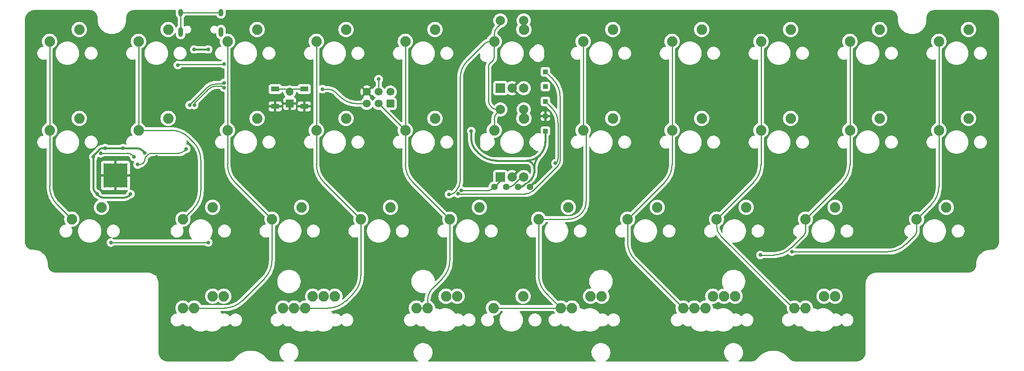
<source format=gtl>
%TF.GenerationSoftware,KiCad,Pcbnew,(6.0.5)*%
%TF.CreationDate,2022-09-22T21:34:51-04:00*%
%TF.ProjectId,vault35_alpha-rounded,7661756c-7433-4355-9f61-6c7068612d72,rev?*%
%TF.SameCoordinates,Original*%
%TF.FileFunction,Copper,L1,Top*%
%TF.FilePolarity,Positive*%
%FSLAX46Y46*%
G04 Gerber Fmt 4.6, Leading zero omitted, Abs format (unit mm)*
G04 Created by KiCad (PCBNEW (6.0.5)) date 2022-09-22 21:34:51*
%MOMM*%
%LPD*%
G01*
G04 APERTURE LIST*
G04 Aperture macros list*
%AMRoundRect*
0 Rectangle with rounded corners*
0 $1 Rounding radius*
0 $2 $3 $4 $5 $6 $7 $8 $9 X,Y pos of 4 corners*
0 Add a 4 corners polygon primitive as box body*
4,1,4,$2,$3,$4,$5,$6,$7,$8,$9,$2,$3,0*
0 Add four circle primitives for the rounded corners*
1,1,$1+$1,$2,$3*
1,1,$1+$1,$4,$5*
1,1,$1+$1,$6,$7*
1,1,$1+$1,$8,$9*
0 Add four rect primitives between the rounded corners*
20,1,$1+$1,$2,$3,$4,$5,0*
20,1,$1+$1,$4,$5,$6,$7,0*
20,1,$1+$1,$6,$7,$8,$9,0*
20,1,$1+$1,$8,$9,$2,$3,0*%
G04 Aperture macros list end*
%TA.AperFunction,ComponentPad*%
%ADD10C,2.250000*%
%TD*%
%TA.AperFunction,ComponentPad*%
%ADD11O,1.700000X1.700000*%
%TD*%
%TA.AperFunction,ComponentPad*%
%ADD12R,1.700000X1.700000*%
%TD*%
%TA.AperFunction,ComponentPad*%
%ADD13C,2.000000*%
%TD*%
%TA.AperFunction,ComponentPad*%
%ADD14R,2.000000X2.000000*%
%TD*%
%TA.AperFunction,SMDPad,CuDef*%
%ADD15R,1.800000X1.100000*%
%TD*%
%TA.AperFunction,ComponentPad*%
%ADD16C,1.397000*%
%TD*%
%TA.AperFunction,ComponentPad*%
%ADD17R,1.000000X1.000000*%
%TD*%
%TA.AperFunction,ComponentPad*%
%ADD18C,0.500000*%
%TD*%
%TA.AperFunction,SMDPad,CuDef*%
%ADD19R,5.200000X5.200000*%
%TD*%
%TA.AperFunction,ComponentPad*%
%ADD20O,1.000000X2.100000*%
%TD*%
%TA.AperFunction,ComponentPad*%
%ADD21O,1.000000X1.600000*%
%TD*%
%TA.AperFunction,ComponentPad*%
%ADD22C,1.700000*%
%TD*%
%TA.AperFunction,ComponentPad*%
%ADD23RoundRect,0.250000X0.600000X-0.600000X0.600000X0.600000X-0.600000X0.600000X-0.600000X-0.600000X0*%
%TD*%
%TA.AperFunction,ViaPad*%
%ADD24C,0.800000*%
%TD*%
%TA.AperFunction,Conductor*%
%ADD25C,0.381000*%
%TD*%
%TA.AperFunction,Conductor*%
%ADD26C,0.254000*%
%TD*%
%TA.AperFunction,Conductor*%
%ADD27C,0.250000*%
%TD*%
G04 APERTURE END LIST*
D10*
%TO.P,K_SPACE4,2*%
%TO.N,Net-(D_SPACE4-Pad2)*%
X121602500Y-60801250D03*
%TO.P,K_SPACE4,1*%
%TO.N,col3*%
X115252500Y-63341250D03*
%TD*%
%TO.P,K_SPACE17,2*%
%TO.N,Net-(D_SPACE17-Pad2)*%
X159702500Y-79851250D03*
%TO.P,K_SPACE17,1*%
%TO.N,col5*%
X153352500Y-82391250D03*
%TD*%
%TO.P,K_SPACE30,2*%
%TO.N,Net-(D_SPACE30-Pad2)*%
X188277500Y-98901250D03*
%TO.P,K_SPACE30,1*%
%TO.N,col7*%
X181927500Y-101441250D03*
%TD*%
D11*
%TO.P,SW5,2,2*%
%TO.N,RST*%
X109537501Y-74136250D03*
D12*
%TO.P,SW5,1,1*%
%TO.N,GND*%
X109537501Y-76676250D03*
%TD*%
D10*
%TO.P,K_SPACE28,2*%
%TO.N,Net-(D_SPACE38-Pad2)*%
X173990000Y-117951250D03*
%TO.P,K_SPACE28,1*%
%TO.N,col6*%
X167640000Y-120491250D03*
%TD*%
%TO.P,K_SPACE37,2*%
%TO.N,Net-(D_SPACE34-Pad2)*%
X95408750Y-117951250D03*
%TO.P,K_SPACE37,1*%
%TO.N,col2*%
X89058750Y-120491250D03*
%TD*%
%TO.P,K_SPACE9,2*%
%TO.N,Net-(D_SPACE9-Pad2)*%
X216852500Y-60801250D03*
%TO.P,K_SPACE9,1*%
%TO.N,col8*%
X210502500Y-63341250D03*
%TD*%
%TO.P,K_SPACE21,2*%
%TO.N,Net-(D_SPACE21-Pad2)*%
X235902500Y-79851250D03*
%TO.P,K_SPACE21,1*%
%TO.N,col9*%
X229552500Y-82391250D03*
%TD*%
%TO.P,K_SPACE33,2*%
%TO.N,Net-(D_SPACE33-Pad2)*%
X250190000Y-98901250D03*
%TO.P,K_SPACE33,1*%
%TO.N,col10*%
X243840000Y-101441250D03*
%TD*%
%TO.P,K_SPACE41,2*%
%TO.N,Net-(D_SPACE39-Pad2)*%
X204946250Y-117951250D03*
%TO.P,K_SPACE41,1*%
%TO.N,col7*%
X198596250Y-120491250D03*
%TD*%
%TO.P,K_SPACE15,2*%
%TO.N,Net-(D_SPACE15-Pad2)*%
X121602500Y-79851250D03*
%TO.P,K_SPACE15,1*%
%TO.N,col3*%
X115252500Y-82391250D03*
%TD*%
%TO.P,K_SPACE44,2*%
%TO.N,Net-(D_SPACE35-Pad2)*%
X116840000Y-117951250D03*
%TO.P,K_SPACE44,1*%
%TO.N,col3*%
X110490000Y-120491250D03*
%TD*%
%TO.P,K_SPACE10,2*%
%TO.N,Net-(D_SPACE10-Pad2)*%
X235902500Y-60801250D03*
%TO.P,K_SPACE10,1*%
%TO.N,col9*%
X229552500Y-63341250D03*
%TD*%
%TO.P,K_SPACE34,2*%
%TO.N,Net-(D_SPACE35-Pad2)*%
X114458750Y-117951250D03*
%TO.P,K_SPACE34,1*%
%TO.N,col3*%
X108108750Y-120491250D03*
%TD*%
%TO.P,K_SPACE2,2*%
%TO.N,Net-(D_SPACE2-Pad2)*%
X83502500Y-60801250D03*
%TO.P,K_SPACE2,1*%
%TO.N,col1*%
X77152500Y-63341250D03*
%TD*%
%TO.P,K_SPACE36,2*%
%TO.N,Net-(D_SPACE39-Pad2)*%
X200183750Y-117951250D03*
%TO.P,K_SPACE36,1*%
%TO.N,col7*%
X193833750Y-120491250D03*
%TD*%
%TO.P,K_SPACE47,2*%
%TO.N,Net-(D_SPACE39-Pad2)*%
X202565000Y-117951250D03*
%TO.P,K_SPACE47,1*%
%TO.N,col7*%
X196215000Y-120491250D03*
%TD*%
%TO.P,K_SPACE14,2*%
%TO.N,Net-(D_SPACE14-Pad2)*%
X102552500Y-79851250D03*
%TO.P,K_SPACE14,1*%
%TO.N,col2*%
X96202500Y-82391250D03*
%TD*%
%TO.P,K_SPACE32,2*%
%TO.N,Net-(D_SPACE32-Pad2)*%
X226377500Y-98901250D03*
%TO.P,K_SPACE32,1*%
%TO.N,col9*%
X220027500Y-101441250D03*
%TD*%
D13*
%TO.P,SW2,S2,S2*%
%TO.N,col5*%
X154662500Y-58874486D03*
%TO.P,SW2,S1,S1*%
%TO.N,Net-(D_SPACE6-Pad2)*%
X159662500Y-58874486D03*
%TO.P,SW2,C,C*%
%TO.N,GND*%
X157162500Y-73374486D03*
%TO.P,SW2,B,B*%
%TO.N,encB*%
X159662500Y-73374486D03*
D14*
%TO.P,SW2,A,A*%
%TO.N,encA*%
X154662500Y-73374486D03*
%TD*%
D13*
%TO.P,SW3,S2,S2*%
%TO.N,col5*%
X154662500Y-77928031D03*
%TO.P,SW3,S1,S1*%
%TO.N,Net-(D_SPACE17-Pad2)*%
X159662500Y-77928031D03*
%TO.P,SW3,C,C*%
%TO.N,GND*%
X157162500Y-92428031D03*
%TO.P,SW3,B,B*%
%TO.N,SCL*%
X159662500Y-92428031D03*
D14*
%TO.P,SW3,A,A*%
%TO.N,SDA*%
X154662500Y-92428031D03*
%TD*%
D15*
%TO.P,SW6,2,2*%
%TO.N,RST*%
X112637501Y-73556249D03*
X106437501Y-73556249D03*
%TO.P,SW6,1,1*%
%TO.N,GND*%
X112637501Y-77256249D03*
X106437501Y-77256249D03*
%TD*%
D10*
%TO.P,K_SPACE45,2*%
%TO.N,Net-(D_SPACE36-Pad2)*%
X143033750Y-117951250D03*
%TO.P,K_SPACE45,1*%
%TO.N,col4*%
X136683750Y-120491250D03*
%TD*%
%TO.P,K_SPACE26,2*%
%TO.N,Net-(D_SPACE26-Pad2)*%
X131127500Y-98901250D03*
%TO.P,K_SPACE26,1*%
%TO.N,col3*%
X124777500Y-101441250D03*
%TD*%
%TO.P,K_SPACE25,2*%
%TO.N,Net-(D_SPACE25-Pad2)*%
X112077500Y-98901250D03*
%TO.P,K_SPACE25,1*%
%TO.N,col2*%
X105727500Y-101441250D03*
%TD*%
%TO.P,K_SPACE8,2*%
%TO.N,Net-(D_SPACE8-Pad2)*%
X197802500Y-60801250D03*
%TO.P,K_SPACE8,1*%
%TO.N,col7*%
X191452500Y-63341250D03*
%TD*%
%TO.P,K_SPACE46,2*%
%TO.N,Net-(D_SPACE38-Pad2)*%
X159543750Y-117951250D03*
%TO.P,K_SPACE46,1*%
%TO.N,col6*%
X153193750Y-120491250D03*
%TD*%
%TO.P,K_SPACE43,2*%
%TO.N,Net-(D_SPACE34-Pad2)*%
X93027500Y-117951250D03*
%TO.P,K_SPACE43,1*%
%TO.N,col2*%
X86677500Y-120491250D03*
%TD*%
%TO.P,K_SPACE20,2*%
%TO.N,Net-(D_SPACE20-Pad2)*%
X216852500Y-79851250D03*
%TO.P,K_SPACE20,1*%
%TO.N,col8*%
X210502500Y-82391250D03*
%TD*%
%TO.P,K_SPACE48,2*%
%TO.N,Net-(D_SPACE40-Pad2)*%
X226377500Y-117951250D03*
%TO.P,K_SPACE48,1*%
%TO.N,col8*%
X220027500Y-120491250D03*
%TD*%
D16*
%TO.P,OL1,4,GND*%
%TO.N,GND*%
X160972500Y-94554586D03*
%TO.P,OL1,3,VCC*%
%TO.N,+5V*%
X158432500Y-94554586D03*
%TO.P,OL1,2,SCL*%
%TO.N,SCL*%
X155892500Y-94554586D03*
%TO.P,OL1,1,SDA*%
%TO.N,SDA*%
X153352500Y-94554586D03*
%TD*%
D10*
%TO.P,K_SPACE38,2*%
%TO.N,Net-(D_SPACE35-Pad2)*%
X119221250Y-117951250D03*
%TO.P,K_SPACE38,1*%
%TO.N,col3*%
X112871250Y-120491250D03*
%TD*%
%TO.P,K_SPACE11,2*%
%TO.N,Net-(D_SPACE11-Pad2)*%
X254952500Y-60801250D03*
%TO.P,K_SPACE11,1*%
%TO.N,col10*%
X248602500Y-63341250D03*
%TD*%
%TO.P,K_SPACE19,2*%
%TO.N,Net-(D_SPACE19-Pad2)*%
X197802500Y-79851250D03*
%TO.P,K_SPACE19,1*%
%TO.N,col7*%
X191452500Y-82391250D03*
%TD*%
%TO.P,K_SPACE39,2*%
%TO.N,Net-(D_SPACE36-Pad2)*%
X145415000Y-117951250D03*
%TO.P,K_SPACE39,1*%
%TO.N,col4*%
X139065000Y-120491250D03*
%TD*%
%TO.P,K_SPACE23,1*%
%TO.N,col0*%
X62865000Y-101441250D03*
%TO.P,K_SPACE23,2*%
%TO.N,Net-(D_SPACE23-Pad2)*%
X69215000Y-98901250D03*
%TD*%
%TO.P,K_SPACE16,2*%
%TO.N,Net-(D_SPACE16-Pad2)*%
X140652500Y-79851250D03*
%TO.P,K_SPACE16,1*%
%TO.N,col4*%
X134302500Y-82391250D03*
%TD*%
%TO.P,K_SPACE12,2*%
%TO.N,Net-(D_SPACE12-Pad2)*%
X64452500Y-79851250D03*
%TO.P,K_SPACE12,1*%
%TO.N,col0*%
X58102500Y-82391250D03*
%TD*%
%TO.P,K_SPACE22,2*%
%TO.N,Net-(D_SPACE22-Pad2)*%
X254952500Y-79851250D03*
%TO.P,K_SPACE22,1*%
%TO.N,col10*%
X248602500Y-82391250D03*
%TD*%
%TO.P,K_SPACE42,2*%
%TO.N,Net-(D_SPACE40-Pad2)*%
X223996250Y-117951250D03*
%TO.P,K_SPACE42,1*%
%TO.N,col8*%
X217646250Y-120491250D03*
%TD*%
%TO.P,K_SPACE3,2*%
%TO.N,Net-(D_SPACE3-Pad2)*%
X102552500Y-60801250D03*
%TO.P,K_SPACE3,1*%
%TO.N,col2*%
X96202500Y-63341250D03*
%TD*%
%TO.P,K_SPACE7,2*%
%TO.N,Net-(D_SPACE7-Pad2)*%
X178752500Y-60801250D03*
%TO.P,K_SPACE7,1*%
%TO.N,col6*%
X172402500Y-63341250D03*
%TD*%
%TO.P,K_SPACE6,2*%
%TO.N,Net-(D_SPACE6-Pad2)*%
X159702500Y-60801250D03*
%TO.P,K_SPACE6,1*%
%TO.N,col5*%
X153352500Y-63341250D03*
%TD*%
%TO.P,K_SPACE29,2*%
%TO.N,Net-(D_SPACE29-Pad2)*%
X169227500Y-98901250D03*
%TO.P,K_SPACE29,1*%
%TO.N,col6*%
X162877500Y-101441250D03*
%TD*%
%TO.P,K_SPACE5,2*%
%TO.N,Net-(D_SPACE5-Pad2)*%
X140652500Y-60801250D03*
%TO.P,K_SPACE5,1*%
%TO.N,col4*%
X134302500Y-63341250D03*
%TD*%
%TO.P,K_SPACE35,2*%
%TO.N,Net-(D_SPACE38-Pad2)*%
X176371250Y-117951250D03*
%TO.P,K_SPACE35,1*%
%TO.N,col6*%
X170021250Y-120491250D03*
%TD*%
%TO.P,K_SPACE27,2*%
%TO.N,Net-(D_SPACE27-Pad2)*%
X150177500Y-98901250D03*
%TO.P,K_SPACE27,1*%
%TO.N,col4*%
X143827500Y-101441250D03*
%TD*%
%TO.P,K_SPACE24,2*%
%TO.N,Net-(D_SPACE24-Pad2)*%
X93027500Y-98901250D03*
%TO.P,K_SPACE24,1*%
%TO.N,col1*%
X86677500Y-101441250D03*
%TD*%
%TO.P,K_SPACE18,2*%
%TO.N,Net-(D_SPACE18-Pad2)*%
X178752500Y-79851250D03*
%TO.P,K_SPACE18,1*%
%TO.N,col6*%
X172402500Y-82391250D03*
%TD*%
%TO.P,K_SPACE31,2*%
%TO.N,Net-(D_SPACE31-Pad2)*%
X207327500Y-98901250D03*
%TO.P,K_SPACE31,1*%
%TO.N,col8*%
X200977500Y-101441250D03*
%TD*%
%TO.P,K_SPACE1,2*%
%TO.N,Net-(D_SPACE1-Pad2)*%
X64452500Y-60801250D03*
%TO.P,K_SPACE1,1*%
%TO.N,col0*%
X58102500Y-63341250D03*
%TD*%
%TO.P,K_SPACE13,2*%
%TO.N,Net-(D_SPACE13-Pad2)*%
X83502500Y-79851250D03*
%TO.P,K_SPACE13,1*%
%TO.N,col1*%
X77152500Y-82391250D03*
%TD*%
D17*
%TO.P,TP1,1,1*%
%TO.N,PD5*%
X164306250Y-76200000D03*
%TD*%
%TO.P,TP4,1,1*%
%TO.N,PD2*%
X164306250Y-69850000D03*
%TD*%
D18*
%TO.P,U2,45,GND*%
%TO.N,GND*%
X74581250Y-94425000D03*
X73406250Y-92075000D03*
X74581250Y-90900000D03*
X71056250Y-94425000D03*
X73406250Y-90900000D03*
X69881250Y-90900000D03*
X69881250Y-93250000D03*
X72231250Y-94425000D03*
X72231250Y-90900000D03*
D19*
X72231250Y-92075000D03*
D18*
X69881250Y-94425000D03*
X72231250Y-92075000D03*
X73406250Y-93250000D03*
X74581250Y-92075000D03*
X71056250Y-90900000D03*
X74581250Y-93250000D03*
X72231250Y-89725000D03*
X71056250Y-92075000D03*
X73406250Y-89725000D03*
X69881250Y-89725000D03*
X69881250Y-92075000D03*
X71056250Y-89725000D03*
X74581250Y-89725000D03*
X73406250Y-94425000D03*
X71056250Y-93250000D03*
X72231250Y-93250000D03*
%TD*%
D17*
%TO.P,TP2,1,1*%
%TO.N,+5V*%
X164306250Y-82550000D03*
%TD*%
%TO.P,TP3,1,1*%
%TO.N,GND*%
X164306250Y-79375000D03*
%TD*%
%TO.P,TP5,1,1*%
%TO.N,Net-(C10-Pad2)*%
X164306250Y-73025000D03*
%TD*%
D20*
%TO.P,USB1,13,SHIELD*%
%TO.N,Net-(C9-Pad2)*%
X86167500Y-61328938D03*
D21*
X86167500Y-57148938D03*
D20*
X94807500Y-61328938D03*
D21*
X94807500Y-57148938D03*
%TD*%
D22*
%TO.P,J1,6,GND*%
%TO.N,GND*%
X126052500Y-74144856D03*
%TO.P,J1,5,~{RST}*%
%TO.N,RST*%
X126052500Y-76684856D03*
%TO.P,J1,4,MOSI*%
%TO.N,encA*%
X128592500Y-74144856D03*
%TO.P,J1,3,SCK*%
%TO.N,col4*%
X128592500Y-76684856D03*
%TO.P,J1,2,VCC*%
%TO.N,+5V*%
X131132500Y-74144856D03*
D23*
%TO.P,J1,1,MISO*%
%TO.N,row1*%
X131132500Y-76684856D03*
%TD*%
D24*
%TO.N,GND*%
X87312500Y-69850000D03*
X128587500Y-115887500D03*
X98176060Y-61975001D03*
X100012500Y-114300000D03*
X87905498Y-66066830D03*
X86518750Y-90298744D03*
X141287500Y-111918750D03*
X80962500Y-88106250D03*
X62976856Y-89134107D03*
X97667748Y-76391526D03*
X78583953Y-99526958D03*
X169862500Y-72231250D03*
X64920215Y-99964468D03*
X92205264Y-84580399D03*
X73025000Y-109537500D03*
X86485196Y-92452480D03*
X97631250Y-69850000D03*
X73818750Y-81756250D03*
X64783346Y-94681323D03*
X192881250Y-116681250D03*
X93136528Y-66025339D03*
X180181250Y-111918750D03*
X79037920Y-61878898D03*
%TO.N,+5V*%
X75435208Y-96051137D03*
X70004750Y-86209980D03*
X68262500Y-96043750D03*
X148431250Y-82550000D03*
X67468750Y-88106250D03*
X78479518Y-87245250D03*
X73818750Y-86209980D03*
%TO.N,row0*%
X85575364Y-68404259D03*
X95473989Y-68232272D03*
%TO.N,row1*%
X69056250Y-87312500D03*
X76200000Y-88106250D03*
%TO.N,row2*%
X92075722Y-106426462D03*
X71236578Y-106444440D03*
%TO.N,VCC*%
X92075000Y-65087500D03*
X89075933Y-65087500D03*
%TO.N,col5*%
X143668750Y-96089790D03*
%TO.N,col9*%
X210383402Y-109114390D03*
%TO.N,col10*%
X217139920Y-108396176D03*
%TO.N,RST*%
X76951118Y-89736398D03*
X87372180Y-86357828D03*
X116571845Y-73572385D03*
%TO.N,encB*%
X88079056Y-76990000D03*
X95476000Y-72231250D03*
%TO.N,encA*%
X89089790Y-76990000D03*
X128587500Y-71437500D03*
X95476000Y-73230753D03*
%TO.N,SDA*%
X146282830Y-95249340D03*
%TO.N,PD5*%
X166471497Y-89477747D03*
%TO.N,PD2*%
X145575414Y-95955434D03*
%TD*%
D25*
%TO.N,+5V*%
X70389800Y-86209980D02*
X70235780Y-86209980D01*
D26*
%TO.N,SDA*%
X154354546Y-93552539D02*
X153738638Y-94168445D01*
D27*
%TO.N,col5*%
X152655783Y-67786987D02*
X152556061Y-67886710D01*
D25*
%TO.N,+5V*%
X70158770Y-86209980D02*
X70235780Y-86209980D01*
D27*
%TO.N,col5*%
X152655783Y-67786987D02*
X152705644Y-67737126D01*
D25*
%TO.N,+5V*%
X67468736Y-94688733D02*
G75*
G03*
X67865625Y-95646875I1355064J33D01*
G01*
X150018736Y-87312514D02*
G75*
G03*
X153851314Y-88900000I3832564J3832614D01*
G01*
X75042024Y-96444316D02*
G75*
G02*
X74092802Y-96837500I-949224J949216D01*
G01*
D26*
X160125350Y-93810938D02*
G75*
G03*
X159983765Y-93869564I-50J-200162D01*
G01*
D25*
X159605002Y-94248321D02*
G75*
G02*
X158865621Y-94554586I-739402J739421D01*
G01*
X77997266Y-86728522D02*
G75*
G03*
X76833018Y-86246271I-1164266J-1164278D01*
G01*
X149553785Y-86847529D02*
G75*
G02*
X148431250Y-84137500I2710015J2710029D01*
G01*
X69617516Y-96837493D02*
G75*
G02*
X68659375Y-96440625I-16J1354993D01*
G01*
X163098461Y-87726544D02*
G75*
G02*
X160265478Y-88900000I-2832961J2832944D01*
G01*
X161925000Y-90559521D02*
G75*
G03*
X160265478Y-88900000I-1659500J21D01*
G01*
X161925003Y-90559521D02*
G75*
G02*
X163098458Y-87726541I4006397J21D01*
G01*
X78467329Y-87198573D02*
G75*
G02*
X78479518Y-87228009I-29429J-29427D01*
G01*
D26*
X160125350Y-93810956D02*
G75*
G03*
X160266935Y-93752270I-50J200256D01*
G01*
D25*
X67468739Y-87944502D02*
G75*
G02*
X67583122Y-87668382I390461J2D01*
G01*
X161308450Y-92835610D02*
G75*
G03*
X161925000Y-91347097I-1488550J1488510D01*
G01*
X164306286Y-84834951D02*
G75*
G02*
X163115625Y-87709375I-4065086J51D01*
G01*
D26*
X160596574Y-93458191D02*
G75*
G03*
X160535842Y-93483365I26J-85909D01*
G01*
D25*
X68646499Y-86604965D02*
G75*
G02*
X69600147Y-86209980I953601J-953635D01*
G01*
X73836890Y-86228130D02*
G75*
G03*
X73880702Y-86246271I43810J43830D01*
G01*
X70158770Y-86209980D02*
X70081760Y-86209980D01*
%TO.N,GND*%
X93065698Y-66066828D02*
G75*
G03*
X93115782Y-66046084I2J70828D01*
G01*
D26*
%TO.N,PD2*%
X145619586Y-95999578D02*
G75*
G03*
X145726178Y-96043750I106614J106578D01*
G01*
X167025088Y-89951537D02*
G75*
G03*
X167481250Y-88850343I-1101188J1101237D01*
G01*
X161622344Y-95354361D02*
G75*
G02*
X159957954Y-96043750I-1664344J1664361D01*
G01*
X165893729Y-71437521D02*
G75*
G02*
X167481250Y-75270064I-3832529J-3832579D01*
G01*
%TO.N,PD5*%
X167027768Y-80845856D02*
G75*
G03*
X165666990Y-77560740I-4645868J-44D01*
G01*
X167027733Y-88528197D02*
G75*
G02*
X166749613Y-89199630I-949533J-3D01*
G01*
%TO.N,col2*%
X96202519Y-89653395D02*
G75*
G03*
X97796293Y-93501150I5441581J-5D01*
G01*
X105727474Y-110299786D02*
G75*
G02*
X104133706Y-114147541I-5441574J-14D01*
G01*
X95536036Y-120491274D02*
G75*
G03*
X99383791Y-118897456I-36J5441574D01*
G01*
%TO.N,SCL*%
X156437707Y-94554578D02*
G75*
G03*
X157368433Y-94169066I-7J1316278D01*
G01*
%TO.N,SDA*%
X146283957Y-95248648D02*
G75*
G03*
X146283161Y-95249010I43J-1152D01*
G01*
X153005446Y-94901625D02*
G75*
G02*
X152167609Y-95248679I-837846J837825D01*
G01*
%TO.N,encA*%
X93956766Y-72897239D02*
G75*
G03*
X91932589Y-73735696I34J-2862661D01*
G01*
X95309265Y-73063990D02*
G75*
G03*
X94906683Y-72897255I-402565J-402610D01*
G01*
X128592485Y-71446035D02*
G75*
G03*
X128590000Y-71440000I-8485J35D01*
G01*
X89089818Y-76784248D02*
G75*
G02*
X89235278Y-76433007I496682J48D01*
G01*
%TO.N,encB*%
X95113265Y-72443709D02*
G75*
G03*
X95369756Y-72337491I35J362709D01*
G01*
X88079067Y-76968928D02*
G75*
G02*
X88093956Y-76932955I50833J28D01*
G01*
X93923346Y-72443770D02*
G75*
G03*
X91635534Y-73391377I-46J-3235430D01*
G01*
%TO.N,RST*%
X78776483Y-87975757D02*
G75*
G03*
X78522669Y-88588469I612717J-612743D01*
G01*
X85742452Y-87312474D02*
G75*
G03*
X86894844Y-86835164I48J1629674D01*
G01*
X78268894Y-89201220D02*
G75*
G03*
X78522669Y-88588469I-612794J612720D01*
G01*
X78010339Y-89459725D02*
G75*
G02*
X77342392Y-89736398I-667939J667925D01*
G01*
X117643650Y-73572405D02*
G75*
G02*
X119473336Y-74330265I50J-2587495D01*
G01*
X109830023Y-73848771D02*
G75*
G02*
X110536158Y-73556249I706177J-706129D01*
G01*
X78981209Y-87771040D02*
G75*
G02*
X80088157Y-87312500I1106991J-1106960D01*
G01*
X123936003Y-76686432D02*
G75*
G02*
X120339989Y-75196918I-3J5085532D01*
G01*
X108538843Y-73556217D02*
G75*
G02*
X109245001Y-73848749I-43J-998683D01*
G01*
%TO.N,col6*%
X171926259Y-100330009D02*
G75*
G03*
X173037500Y-97647205I-2682859J2682809D01*
G01*
X164471275Y-117322559D02*
G75*
G02*
X162877500Y-113474786I3847825J3847759D01*
G01*
X171926273Y-100330023D02*
G75*
G02*
X169243455Y-101441250I-2682773J2682823D01*
G01*
%TO.N,col10*%
X241517945Y-106803220D02*
G75*
G02*
X237670190Y-108397015I-3847745J3847720D01*
G01*
X243535669Y-104785499D02*
G75*
G03*
X243840000Y-104050779I-734669J734699D01*
G01*
X247008725Y-98272560D02*
G75*
G03*
X248602500Y-94424786I-3847825J3847760D01*
G01*
X217141351Y-108397053D02*
G75*
G02*
X217140339Y-108396595I49J1453D01*
G01*
%TO.N,col9*%
X210404899Y-109126987D02*
G75*
G02*
X210389698Y-109120686I1J21487D01*
G01*
X227958725Y-93510060D02*
G75*
G03*
X229552500Y-89662286I-3847825J3847760D01*
G01*
X220027506Y-104094228D02*
G75*
G02*
X219753891Y-104754775I-934206J28D01*
G01*
X216975474Y-107533186D02*
G75*
G02*
X213127722Y-109126983I-3847774J3847786D01*
G01*
%TO.N,col8*%
X201931660Y-105094144D02*
G75*
G02*
X200977500Y-102790625I2303540J2303544D01*
G01*
X208908725Y-93510060D02*
G75*
G03*
X210502500Y-89662286I-3847825J3847760D01*
G01*
%TO.N,col7*%
X189858725Y-93510060D02*
G75*
G03*
X191452500Y-89662286I-3847825J3847760D01*
G01*
X183521300Y-110178784D02*
G75*
G02*
X181927500Y-106331036I3847800J3847784D01*
G01*
D27*
%TO.N,col5*%
X153332014Y-66815474D02*
G75*
G02*
X153123229Y-67319543I-712814J-26D01*
G01*
D26*
X152506172Y-67936544D02*
G75*
G03*
X152097963Y-68922143I985628J-985556D01*
G01*
D27*
X153352505Y-61886309D02*
G75*
G02*
X154007501Y-60305001I2236295J9D01*
G01*
D26*
X152097963Y-75964305D02*
G75*
G03*
X152673125Y-77352869I1963737J5D01*
G01*
X153352518Y-80168228D02*
G75*
G02*
X154007500Y-78586919I2236282J28D01*
G01*
D27*
X146049980Y-93301162D02*
G75*
G02*
X145233229Y-95273019I-2788580J-38D01*
G01*
X151199017Y-63903756D02*
G75*
G02*
X152557005Y-63341250I1357983J-1357944D01*
G01*
X146050002Y-71306723D02*
G75*
G02*
X147643792Y-67458967I5441498J23D01*
G01*
D26*
X152748285Y-77428033D02*
G75*
G03*
X153955393Y-77928031I1207115J1207133D01*
G01*
D27*
X144680818Y-95825437D02*
G75*
G02*
X144042605Y-96089790I-638218J638237D01*
G01*
X152705644Y-67737126D02*
X153123229Y-67319543D01*
D26*
%TO.N,col4*%
X134302525Y-89662286D02*
G75*
G03*
X135896292Y-93510042I5441575J-14D01*
G01*
X139065045Y-118903750D02*
G75*
G02*
X140187531Y-116193717I3832555J50D01*
G01*
X142233725Y-114147560D02*
G75*
G03*
X143827500Y-110299786I-3847825J3847760D01*
G01*
%TO.N,col3*%
X121608775Y-118897439D02*
G75*
G02*
X117761036Y-120491250I-3847775J3847739D01*
G01*
X123183725Y-117322560D02*
G75*
G03*
X124777500Y-113474786I-3847825J3847760D01*
G01*
X115252525Y-89662286D02*
G75*
G03*
X116846292Y-93510042I5441575J-14D01*
G01*
%TO.N,col1*%
X90487475Y-88772713D02*
G75*
G03*
X88893707Y-84924957I-5441575J13D01*
G01*
X90487474Y-95377286D02*
G75*
G02*
X88893706Y-99225041I-5441574J-14D01*
G01*
X84106036Y-82391225D02*
G75*
G02*
X87953792Y-83985042I-36J-5441575D01*
G01*
%TO.N,col0*%
X59696275Y-98272559D02*
G75*
G02*
X58102500Y-94424786I3847825J3847759D01*
G01*
%TO.N,row2*%
X92063453Y-106419296D02*
G75*
G02*
X92072128Y-106422868I47J-12204D01*
G01*
X71249149Y-106431846D02*
G75*
G02*
X71279537Y-106419275I30351J-30354D01*
G01*
%TO.N,row1*%
X74826487Y-87301681D02*
G75*
G02*
X75797707Y-87703957I13J-1373519D01*
G01*
X69061657Y-87307072D02*
G75*
G02*
X69074746Y-87301665I13043J-13028D01*
G01*
D27*
%TO.N,row0*%
X95458881Y-68247392D02*
G75*
G02*
X95422386Y-68262500I-36481J36492D01*
G01*
X85817361Y-68262473D02*
G75*
G03*
X85646243Y-68333379I39J-242027D01*
G01*
D25*
%TO.N,GND*%
X93065698Y-66066830D02*
X87905498Y-66066830D01*
X93115782Y-66046084D02*
X93136528Y-66025339D01*
%TO.N,+5V*%
X164306250Y-84834951D02*
X164306250Y-82550000D01*
X161925000Y-91347097D02*
X161925000Y-90559521D01*
X75435208Y-96051137D02*
X75042026Y-96444318D01*
X163115625Y-87709375D02*
X163098458Y-87726541D01*
X67865625Y-95646875D02*
X68262500Y-96043750D01*
X159983764Y-93869563D02*
X159605004Y-94248323D01*
X67583122Y-87668382D02*
X68646519Y-86604985D01*
X148431250Y-82550000D02*
X148431250Y-84137500D01*
X70081760Y-86209980D02*
X70004750Y-86209980D01*
X67468750Y-88106250D02*
X67468750Y-94688733D01*
X77997269Y-86728519D02*
X78467326Y-87198576D01*
X149553782Y-86847532D02*
X150018750Y-87312500D01*
X70081760Y-86209980D02*
X69600147Y-86209980D01*
X68659375Y-96440625D02*
X68262500Y-96043750D01*
X67468750Y-87944502D02*
X67468750Y-88106250D01*
X73818750Y-86209980D02*
X70389800Y-86209980D01*
X73880702Y-86246271D02*
X76833018Y-86246271D01*
X78479518Y-87228009D02*
X78479518Y-87245250D01*
X73836895Y-86228125D02*
X73818750Y-86209980D01*
X69617516Y-96837500D02*
X74092802Y-96837500D01*
D26*
X160535841Y-93483364D02*
X160266935Y-93752270D01*
X160596574Y-93458208D02*
X160632151Y-93458208D01*
D25*
X161308441Y-92835601D02*
X160691883Y-93452160D01*
X153851314Y-88900000D02*
X160265478Y-88900000D01*
D27*
%TO.N,row0*%
X95473989Y-68232272D02*
X95458875Y-68247386D01*
X95422386Y-68262500D02*
X85817361Y-68262500D01*
X85646243Y-68333379D02*
X85575364Y-68404259D01*
D26*
%TO.N,row1*%
X74826487Y-87301665D02*
X69074746Y-87301665D01*
X76200000Y-88106250D02*
X75797707Y-87703957D01*
X69061667Y-87307082D02*
X69056250Y-87312500D01*
%TO.N,row2*%
X71279537Y-106419275D02*
X92063453Y-106419275D01*
X92072128Y-106422868D02*
X92075722Y-106426462D01*
X71236578Y-106444440D02*
X71249160Y-106431857D01*
D25*
%TO.N,VCC*%
X89075933Y-65087500D02*
X92075000Y-65087500D01*
D26*
%TO.N,col0*%
X59696292Y-98272542D02*
X62865000Y-101441250D01*
X58102500Y-82391250D02*
X58102500Y-63341250D01*
X58102500Y-94424786D02*
X58102500Y-82391250D01*
%TO.N,col1*%
X77152500Y-82391250D02*
X77152500Y-63341250D01*
X88893707Y-99225042D02*
X86677500Y-101441250D01*
X90487500Y-88772713D02*
X90487500Y-95377286D01*
X88893707Y-84924957D02*
X87953792Y-83985042D01*
X77152500Y-82391250D02*
X84106036Y-82391250D01*
%TO.N,col3*%
X116846292Y-93510042D02*
X124777500Y-101441250D01*
X110490000Y-120491250D02*
X108108750Y-120491250D01*
X117761036Y-120491250D02*
X112871250Y-120491250D01*
X115252500Y-82391250D02*
X115252500Y-63341250D01*
X110490000Y-120491250D02*
X112871250Y-120491250D01*
X115252500Y-82391250D02*
X115252500Y-89662286D01*
X124777500Y-113474786D02*
X124777500Y-101441250D01*
X123183707Y-117322542D02*
X121608792Y-118897456D01*
%TO.N,col4*%
X139065000Y-120491250D02*
X136683750Y-120491250D01*
X139065000Y-120491250D02*
X139065000Y-118903750D01*
X134302500Y-89662286D02*
X134302500Y-82391250D01*
X143827500Y-101441250D02*
X135896292Y-93510042D01*
X134302500Y-82391250D02*
X134302500Y-63341250D01*
X134302500Y-82391250D02*
X128596106Y-76684856D01*
X143827500Y-101441250D02*
X143827500Y-110299786D01*
X140187531Y-116193717D02*
X142233707Y-114147542D01*
D27*
%TO.N,col5*%
X144042605Y-96089790D02*
X143668750Y-96089790D01*
X154007500Y-60305000D02*
X154662500Y-59650000D01*
D26*
X152556061Y-67886710D02*
X152506200Y-67936572D01*
D27*
X147643792Y-67458967D02*
X151199010Y-63903749D01*
D26*
X154007500Y-78586919D02*
X154662500Y-77931919D01*
D27*
X145233229Y-95273019D02*
X144680815Y-95825434D01*
X153332021Y-66815474D02*
X153332021Y-63361729D01*
X153352500Y-61886309D02*
X153352500Y-62545755D01*
X146050000Y-71306723D02*
X146050000Y-93301162D01*
D26*
X153352500Y-80168228D02*
X153352500Y-82391250D01*
X152097963Y-68922143D02*
X152097963Y-75964305D01*
X152673125Y-77352869D02*
X152748287Y-77428031D01*
%TO.N,col7*%
X181927500Y-101441250D02*
X181927500Y-106331036D01*
X193833750Y-120491250D02*
X196215000Y-120491250D01*
X196215000Y-120491250D02*
X198596250Y-120491250D01*
X181927500Y-101441250D02*
X189858707Y-93510042D01*
X191452500Y-82391250D02*
X191452500Y-89662286D01*
X193833750Y-120491250D02*
X183521292Y-110178792D01*
X191452500Y-82391250D02*
X191452500Y-63341250D01*
%TO.N,col8*%
X218122500Y-120491250D02*
X220027500Y-120491250D01*
X210502500Y-89662286D02*
X210502500Y-82391250D01*
X210502500Y-82391250D02*
X210502500Y-63341250D01*
X217216496Y-120378996D02*
X201931652Y-105094152D01*
X208908707Y-93510042D02*
X200977500Y-101441250D01*
X200977500Y-101441250D02*
X200977500Y-102790625D01*
%TO.N,col9*%
X219753892Y-104754776D02*
X216975478Y-107533190D01*
X229552500Y-89662286D02*
X229552500Y-82391250D01*
X213127722Y-109126983D02*
X210404899Y-109126983D01*
X229552500Y-82391250D02*
X229552500Y-63341250D01*
X210389698Y-109120686D02*
X210383402Y-109114390D01*
X227958707Y-93510042D02*
X220027500Y-101441250D01*
X220027500Y-101441250D02*
X220027500Y-104094228D01*
%TO.N,col10*%
X241517946Y-106803221D02*
X243535669Y-104785499D01*
X243840000Y-101441250D02*
X247008707Y-98272542D01*
X248602500Y-82391250D02*
X248602500Y-63341250D01*
X237670190Y-108397015D02*
X217141352Y-108397015D01*
X217140339Y-108396595D02*
X217139920Y-108396176D01*
X248602500Y-94424786D02*
X248602500Y-82391250D01*
X243840000Y-101441250D02*
X243840000Y-104050779D01*
%TO.N,col6*%
X167640000Y-120491250D02*
X170021250Y-120491250D01*
X167640000Y-120491250D02*
X153193750Y-120491250D01*
X173037500Y-97647205D02*
X173037500Y-83026250D01*
X164471292Y-117322542D02*
X167640000Y-120491250D01*
X172402500Y-82391250D02*
X172402500Y-63341250D01*
X162877500Y-101441250D02*
X169243455Y-101441250D01*
X162877500Y-113474786D02*
X162877500Y-101441250D01*
%TO.N,RST*%
X119473336Y-74330265D02*
X120339989Y-75196918D01*
X110536158Y-73556249D02*
X112637501Y-73556249D01*
X78981190Y-87771021D02*
X78776468Y-87975742D01*
X77342392Y-89736398D02*
X76951118Y-89736398D01*
X108538843Y-73556249D02*
X106437501Y-73556249D01*
X78010339Y-89459725D02*
X78268869Y-89201195D01*
X123936003Y-76686436D02*
X126042500Y-76686436D01*
X80088157Y-87312500D02*
X85742452Y-87312500D01*
X116571845Y-73572385D02*
X117643650Y-73572385D01*
X86894844Y-86835164D02*
X87372180Y-86357828D01*
%TO.N,encB*%
X93923346Y-72443735D02*
X95113265Y-72443735D01*
X95476000Y-72231250D02*
X95369757Y-72337492D01*
X88093956Y-76932955D02*
X91635534Y-73391377D01*
X88079056Y-76990000D02*
X88079056Y-76968928D01*
%TO.N,encA*%
X94906683Y-72897255D02*
X93956766Y-72897255D01*
X89089790Y-76784248D02*
X89089790Y-76990000D01*
X128592500Y-71446035D02*
X128592500Y-74144856D01*
X128590000Y-71440000D02*
X128587500Y-71437500D01*
X95476000Y-73230753D02*
X95309251Y-73064004D01*
X91932589Y-73735696D02*
X89235278Y-76433007D01*
%TO.N,SDA*%
X152167609Y-95248679D02*
X146283958Y-95248679D01*
X154354546Y-93552539D02*
X154662500Y-93244586D01*
X146283160Y-95249009D02*
X146282830Y-95249340D01*
%TO.N,SCL*%
X157368433Y-94169066D02*
X159109469Y-92428031D01*
%TO.N,Net-(C9-Pad2)*%
X86167500Y-57148938D02*
X94807500Y-57148938D01*
X86167500Y-61548750D02*
X86167500Y-57368750D01*
%TO.N,col2*%
X96202500Y-82391250D02*
X96202500Y-89653395D01*
X105727500Y-110299786D02*
X105727500Y-101441250D01*
X95536036Y-120491250D02*
X89058750Y-120491250D01*
X89058750Y-120491250D02*
X86677500Y-120491250D01*
X96202500Y-82391250D02*
X96202500Y-63341250D01*
X99383792Y-118897457D02*
X104133707Y-114147542D01*
X97796292Y-93501151D02*
X105727500Y-101432359D01*
%TO.N,PD5*%
X166471497Y-89477747D02*
X166749613Y-89199630D01*
X167027730Y-80845856D02*
X167027730Y-88528197D01*
X165666990Y-77560740D02*
X164306250Y-76200000D01*
%TO.N,PD2*%
X161622327Y-95354344D02*
X167025111Y-89951560D01*
X165893750Y-71437500D02*
X164306250Y-69850000D01*
X167481250Y-75270064D02*
X167481250Y-88850343D01*
X145575414Y-95955434D02*
X145619572Y-95999592D01*
X145726178Y-96043750D02*
X159957954Y-96043750D01*
%TD*%
%TA.AperFunction,Conductor*%
%TO.N,GND*%
G36*
X85105283Y-56642019D02*
G01*
X85151776Y-56695675D01*
X85162377Y-56762062D01*
X85159000Y-56792165D01*
X85159000Y-57498707D01*
X85159300Y-57501763D01*
X85159300Y-57501770D01*
X85160030Y-57509211D01*
X85173420Y-57645771D01*
X85230584Y-57835107D01*
X85323434Y-58009734D01*
X85393791Y-58096000D01*
X85444540Y-58158225D01*
X85444543Y-58158228D01*
X85448435Y-58163000D01*
X85453182Y-58166927D01*
X85453184Y-58166929D01*
X85486315Y-58194337D01*
X85526054Y-58253171D01*
X85532000Y-58291422D01*
X85532000Y-59935422D01*
X85511998Y-60003543D01*
X85484956Y-60033615D01*
X85458475Y-60054906D01*
X85454511Y-60059630D01*
X85452575Y-60061937D01*
X85331346Y-60206412D01*
X85328379Y-60211810D01*
X85328375Y-60211815D01*
X85282588Y-60295103D01*
X85232243Y-60345161D01*
X85162826Y-60360055D01*
X85096376Y-60335054D01*
X85055764Y-60282620D01*
X85046887Y-60261187D01*
X84983319Y-60107720D01*
X84964355Y-60061937D01*
X84964353Y-60061933D01*
X84962460Y-60057363D01*
X84958587Y-60051042D01*
X84883263Y-59928125D01*
X84828116Y-59838134D01*
X84661131Y-59642619D01*
X84465616Y-59475634D01*
X84246387Y-59341290D01*
X84241817Y-59339397D01*
X84241813Y-59339395D01*
X84013413Y-59244789D01*
X84013411Y-59244788D01*
X84008840Y-59242895D01*
X83921998Y-59222046D01*
X83763639Y-59184027D01*
X83763633Y-59184026D01*
X83758826Y-59182872D01*
X83502500Y-59162699D01*
X83246174Y-59182872D01*
X83241367Y-59184026D01*
X83241361Y-59184027D01*
X83083002Y-59222046D01*
X82996160Y-59242895D01*
X82991589Y-59244788D01*
X82991587Y-59244789D01*
X82763187Y-59339395D01*
X82763183Y-59339397D01*
X82758613Y-59341290D01*
X82539384Y-59475634D01*
X82343869Y-59642619D01*
X82176884Y-59838134D01*
X82121737Y-59928125D01*
X82046414Y-60051042D01*
X82042540Y-60057363D01*
X82040647Y-60061933D01*
X82040645Y-60061937D01*
X81947205Y-60287522D01*
X81944145Y-60294910D01*
X81923783Y-60379725D01*
X81888638Y-60526115D01*
X81884122Y-60544924D01*
X81863949Y-60801250D01*
X81884122Y-61057576D01*
X81885276Y-61062383D01*
X81885277Y-61062389D01*
X81896344Y-61108486D01*
X81944145Y-61307590D01*
X81946038Y-61312161D01*
X81946039Y-61312163D01*
X82030508Y-61516088D01*
X82042540Y-61545137D01*
X82176884Y-61764366D01*
X82343869Y-61959881D01*
X82539384Y-62126866D01*
X82758613Y-62261210D01*
X82763183Y-62263103D01*
X82763187Y-62263105D01*
X82991587Y-62357711D01*
X82996160Y-62359605D01*
X83057657Y-62374369D01*
X83241361Y-62418473D01*
X83241367Y-62418474D01*
X83246174Y-62419628D01*
X83502500Y-62439801D01*
X83758826Y-62419628D01*
X83763633Y-62418474D01*
X83763639Y-62418473D01*
X83947343Y-62374369D01*
X84008840Y-62359605D01*
X84013413Y-62357711D01*
X84241813Y-62263105D01*
X84241817Y-62263103D01*
X84246387Y-62261210D01*
X84465616Y-62126866D01*
X84661131Y-61959881D01*
X84828116Y-61764366D01*
X84917935Y-61617795D01*
X84925567Y-61605341D01*
X84978215Y-61557710D01*
X85048257Y-61546103D01*
X85113454Y-61574206D01*
X85153108Y-61633097D01*
X85159000Y-61671176D01*
X85159000Y-61928707D01*
X85159300Y-61931763D01*
X85159300Y-61931770D01*
X85160030Y-61939211D01*
X85173420Y-62075771D01*
X85175202Y-62081672D01*
X85175202Y-62081674D01*
X85189627Y-62129450D01*
X85230584Y-62265107D01*
X85323434Y-62439734D01*
X85393791Y-62526000D01*
X85444540Y-62588225D01*
X85444543Y-62588228D01*
X85448435Y-62593000D01*
X85453182Y-62596927D01*
X85453184Y-62596929D01*
X85596075Y-62715139D01*
X85596079Y-62715141D01*
X85600825Y-62719068D01*
X85774799Y-62813136D01*
X85963732Y-62871620D01*
X85969857Y-62872264D01*
X85969858Y-62872264D01*
X86154296Y-62891649D01*
X86154298Y-62891649D01*
X86160425Y-62892293D01*
X86242924Y-62884785D01*
X86351249Y-62874927D01*
X86351252Y-62874926D01*
X86357388Y-62874368D01*
X86363294Y-62872630D01*
X86363298Y-62872629D01*
X86491457Y-62834910D01*
X86547119Y-62818528D01*
X86552577Y-62815675D01*
X86552581Y-62815673D01*
X86647471Y-62766065D01*
X86722390Y-62726898D01*
X86876525Y-62602970D01*
X87003654Y-62451464D01*
X87006621Y-62446066D01*
X87006625Y-62446061D01*
X87095967Y-62283546D01*
X87098933Y-62278151D01*
X87101346Y-62270546D01*
X87156873Y-62095502D01*
X87156873Y-62095501D01*
X87158735Y-62089632D01*
X87176000Y-61935711D01*
X87176000Y-61716076D01*
X87196002Y-61647955D01*
X87249658Y-61601462D01*
X87319932Y-61591358D01*
X87329486Y-61593110D01*
X87382290Y-61604913D01*
X87504043Y-61632128D01*
X87509588Y-61632438D01*
X87642744Y-61632438D01*
X87777537Y-61617795D01*
X87907058Y-61574206D01*
X87942704Y-61562210D01*
X87942706Y-61562209D01*
X87949175Y-61560032D01*
X88104405Y-61466761D01*
X88109362Y-61462073D01*
X88109365Y-61462071D01*
X88231027Y-61347020D01*
X88231029Y-61347018D01*
X88235985Y-61342331D01*
X88239817Y-61336693D01*
X88239820Y-61336689D01*
X88333942Y-61198193D01*
X88337777Y-61192550D01*
X88405030Y-61024404D01*
X88406144Y-61017676D01*
X88406145Y-61017672D01*
X88433493Y-60852477D01*
X88433493Y-60852474D01*
X88434608Y-60845740D01*
X88432277Y-60801250D01*
X88425487Y-60671704D01*
X88425130Y-60664891D01*
X88417477Y-60637104D01*
X88378852Y-60496879D01*
X88377039Y-60490297D01*
X88292578Y-60330102D01*
X88288173Y-60324889D01*
X88288170Y-60324885D01*
X88180094Y-60196995D01*
X88180090Y-60196991D01*
X88175687Y-60191781D01*
X88170262Y-60187633D01*
X88037243Y-60085932D01*
X88037239Y-60085929D01*
X88031822Y-60081788D01*
X87926686Y-60032763D01*
X87873869Y-60008133D01*
X87873866Y-60008132D01*
X87867692Y-60005253D01*
X87861044Y-60003767D01*
X87861041Y-60003766D01*
X87695994Y-59966874D01*
X87695995Y-59966874D01*
X87690957Y-59965748D01*
X87685412Y-59965438D01*
X87552256Y-59965438D01*
X87417463Y-59980081D01*
X87334109Y-60008133D01*
X87252296Y-60035666D01*
X87252294Y-60035667D01*
X87245825Y-60037844D01*
X87090595Y-60131115D01*
X87090171Y-60130410D01*
X87028980Y-60153700D01*
X86959507Y-60139073D01*
X86921508Y-60107720D01*
X86900358Y-60081788D01*
X86886565Y-60064876D01*
X86877484Y-60057363D01*
X86848685Y-60033539D01*
X86808946Y-59974705D01*
X86803000Y-59936454D01*
X86803000Y-58292454D01*
X86823002Y-58224333D01*
X86850044Y-58194261D01*
X86876525Y-58172970D01*
X86883741Y-58164371D01*
X86895571Y-58150272D01*
X87003654Y-58021464D01*
X87098061Y-57849737D01*
X87148406Y-57799679D01*
X87208476Y-57784438D01*
X93767934Y-57784438D01*
X93836055Y-57804440D01*
X93879186Y-57851285D01*
X93963434Y-58009734D01*
X94033791Y-58096000D01*
X94084540Y-58158225D01*
X94084543Y-58158228D01*
X94088435Y-58163000D01*
X94093182Y-58166927D01*
X94093184Y-58166929D01*
X94236075Y-58285139D01*
X94236079Y-58285141D01*
X94240825Y-58289068D01*
X94414799Y-58383136D01*
X94603732Y-58441620D01*
X94609857Y-58442264D01*
X94609858Y-58442264D01*
X94794296Y-58461649D01*
X94794298Y-58461649D01*
X94800425Y-58462293D01*
X94882924Y-58454785D01*
X94991249Y-58444927D01*
X94991252Y-58444926D01*
X94997388Y-58444368D01*
X95003294Y-58442630D01*
X95003298Y-58442629D01*
X95108424Y-58411689D01*
X95187119Y-58388528D01*
X95192577Y-58385675D01*
X95192581Y-58385673D01*
X95283353Y-58338218D01*
X95362390Y-58296898D01*
X95516525Y-58172970D01*
X95523741Y-58164371D01*
X95535571Y-58150272D01*
X95643654Y-58021464D01*
X95646621Y-58016066D01*
X95646625Y-58016061D01*
X95735967Y-57853546D01*
X95738933Y-57848151D01*
X95741346Y-57840546D01*
X95796873Y-57665502D01*
X95796873Y-57665501D01*
X95798735Y-57659632D01*
X95816000Y-57505711D01*
X95816000Y-56799169D01*
X95815314Y-56792165D01*
X95812190Y-56760313D01*
X95825449Y-56690565D01*
X95874312Y-56639058D01*
X95937589Y-56622017D01*
X238092015Y-56622017D01*
X238111399Y-56623517D01*
X238126233Y-56625827D01*
X238126236Y-56625827D01*
X238135106Y-56627208D01*
X238150362Y-56625213D01*
X238175684Y-56624470D01*
X238373119Y-56638589D01*
X238390911Y-56641147D01*
X238422391Y-56647995D01*
X238609128Y-56688615D01*
X238626378Y-56693680D01*
X238835615Y-56771720D01*
X238851967Y-56779188D01*
X239047971Y-56886212D01*
X239063091Y-56895929D01*
X239224154Y-57016499D01*
X239241872Y-57029762D01*
X239255458Y-57041535D01*
X239413362Y-57199439D01*
X239425135Y-57213025D01*
X239558965Y-57391801D01*
X239568685Y-57406925D01*
X239675710Y-57602928D01*
X239683178Y-57619281D01*
X239761218Y-57828517D01*
X239766283Y-57845766D01*
X239813753Y-58063985D01*
X239816311Y-58081780D01*
X239826506Y-58224333D01*
X239829920Y-58272079D01*
X239829165Y-58290248D01*
X239829066Y-58298364D01*
X239827684Y-58307238D01*
X239828848Y-58316141D01*
X239828848Y-58316146D01*
X239831811Y-58338808D01*
X239832875Y-58355144D01*
X239832875Y-58660272D01*
X239831129Y-58681176D01*
X239827799Y-58700970D01*
X239827646Y-58713522D01*
X239828336Y-58718342D01*
X239828587Y-58722192D01*
X239828653Y-58723287D01*
X239847369Y-59056500D01*
X239904912Y-59395165D01*
X240000013Y-59725258D01*
X240001367Y-59728526D01*
X240001367Y-59728527D01*
X240130119Y-60039360D01*
X240130121Y-60039365D01*
X240131473Y-60042628D01*
X240133179Y-60045714D01*
X240133184Y-60045724D01*
X240178436Y-60127599D01*
X240297642Y-60343283D01*
X240496427Y-60623443D01*
X240498772Y-60626067D01*
X240701106Y-60852477D01*
X240725331Y-60879585D01*
X240981474Y-61108486D01*
X241261636Y-61307270D01*
X241264728Y-61308979D01*
X241264733Y-61308982D01*
X241431013Y-61400881D01*
X241562292Y-61473436D01*
X241879663Y-61604895D01*
X241883058Y-61605873D01*
X241883061Y-61605874D01*
X241889653Y-61607773D01*
X242209756Y-61699993D01*
X242548422Y-61757534D01*
X242891401Y-61776795D01*
X243234379Y-61757534D01*
X243573045Y-61699992D01*
X243899675Y-61605892D01*
X243899741Y-61605873D01*
X243899742Y-61605873D01*
X243903139Y-61604894D01*
X244006188Y-61562210D01*
X244217248Y-61474787D01*
X244217252Y-61474785D01*
X244220509Y-61473436D01*
X244351788Y-61400881D01*
X244518068Y-61308982D01*
X244518073Y-61308979D01*
X244521165Y-61307270D01*
X244801327Y-61108486D01*
X245057470Y-60879584D01*
X245059825Y-60876949D01*
X245127474Y-60801250D01*
X253313949Y-60801250D01*
X253334122Y-61057576D01*
X253335276Y-61062383D01*
X253335277Y-61062389D01*
X253346344Y-61108486D01*
X253394145Y-61307590D01*
X253396038Y-61312161D01*
X253396039Y-61312163D01*
X253480508Y-61516088D01*
X253492540Y-61545137D01*
X253626884Y-61764366D01*
X253793869Y-61959881D01*
X253989384Y-62126866D01*
X254208613Y-62261210D01*
X254213183Y-62263103D01*
X254213187Y-62263105D01*
X254441587Y-62357711D01*
X254446160Y-62359605D01*
X254507657Y-62374369D01*
X254691361Y-62418473D01*
X254691367Y-62418474D01*
X254696174Y-62419628D01*
X254952500Y-62439801D01*
X255208826Y-62419628D01*
X255213633Y-62418474D01*
X255213639Y-62418473D01*
X255397343Y-62374369D01*
X255458840Y-62359605D01*
X255463413Y-62357711D01*
X255691813Y-62263105D01*
X255691817Y-62263103D01*
X255696387Y-62261210D01*
X255915616Y-62126866D01*
X256111131Y-61959881D01*
X256278116Y-61764366D01*
X256412460Y-61545137D01*
X256424493Y-61516088D01*
X256508961Y-61312163D01*
X256508962Y-61312161D01*
X256510855Y-61307590D01*
X256558656Y-61108486D01*
X256569723Y-61062389D01*
X256569724Y-61062383D01*
X256570878Y-61057576D01*
X256591051Y-60801250D01*
X256570878Y-60544924D01*
X256566363Y-60526115D01*
X256531217Y-60379725D01*
X256510855Y-60294910D01*
X256507795Y-60287522D01*
X256414355Y-60061937D01*
X256414353Y-60061933D01*
X256412460Y-60057363D01*
X256408587Y-60051042D01*
X256333263Y-59928125D01*
X256278116Y-59838134D01*
X256111131Y-59642619D01*
X255915616Y-59475634D01*
X255696387Y-59341290D01*
X255691817Y-59339397D01*
X255691813Y-59339395D01*
X255463413Y-59244789D01*
X255463411Y-59244788D01*
X255458840Y-59242895D01*
X255371998Y-59222046D01*
X255213639Y-59184027D01*
X255213633Y-59184026D01*
X255208826Y-59182872D01*
X254952500Y-59162699D01*
X254696174Y-59182872D01*
X254691367Y-59184026D01*
X254691361Y-59184027D01*
X254533002Y-59222046D01*
X254446160Y-59242895D01*
X254441589Y-59244788D01*
X254441587Y-59244789D01*
X254213187Y-59339395D01*
X254213183Y-59339397D01*
X254208613Y-59341290D01*
X253989384Y-59475634D01*
X253793869Y-59642619D01*
X253626884Y-59838134D01*
X253571737Y-59928125D01*
X253496414Y-60051042D01*
X253492540Y-60057363D01*
X253490647Y-60061933D01*
X253490645Y-60061937D01*
X253397205Y-60287522D01*
X253394145Y-60294910D01*
X253373783Y-60379725D01*
X253338638Y-60526115D01*
X253334122Y-60544924D01*
X253313949Y-60801250D01*
X245127474Y-60801250D01*
X245284017Y-60626079D01*
X245284027Y-60626067D01*
X245286373Y-60623442D01*
X245485159Y-60343282D01*
X245641930Y-60059630D01*
X245649621Y-60045714D01*
X245649622Y-60045712D01*
X245651327Y-60042627D01*
X245719491Y-59878068D01*
X245781434Y-59728527D01*
X245781437Y-59728519D01*
X245782788Y-59725257D01*
X245805512Y-59646381D01*
X245876909Y-59398564D01*
X245876911Y-59398555D01*
X245877888Y-59395164D01*
X245935432Y-59056499D01*
X245953117Y-58741615D01*
X245953776Y-58735727D01*
X245953710Y-58735721D01*
X245954145Y-58730868D01*
X245954952Y-58726072D01*
X245955105Y-58713520D01*
X245951148Y-58685887D01*
X245949876Y-58668027D01*
X245949876Y-58362881D01*
X245951376Y-58343496D01*
X245953686Y-58328663D01*
X245953686Y-58328659D01*
X245955067Y-58319790D01*
X245953072Y-58304534D01*
X245952329Y-58279209D01*
X245958399Y-58194337D01*
X245966448Y-58081774D01*
X245969006Y-58063981D01*
X246001821Y-57913129D01*
X246016475Y-57845759D01*
X246021540Y-57828510D01*
X246030518Y-57804440D01*
X246089697Y-57645771D01*
X246099579Y-57619275D01*
X246107047Y-57602923D01*
X246214073Y-57406915D01*
X246223792Y-57391791D01*
X246246601Y-57361321D01*
X246357628Y-57213004D01*
X246369384Y-57199437D01*
X246527306Y-57041512D01*
X246540883Y-57029746D01*
X246719666Y-56895909D01*
X246734789Y-56886190D01*
X246930792Y-56779161D01*
X246947145Y-56771693D01*
X247019385Y-56744748D01*
X247156388Y-56693647D01*
X247173624Y-56688586D01*
X247391846Y-56641112D01*
X247409637Y-56638553D01*
X247458499Y-56635058D01*
X247599792Y-56624951D01*
X247618717Y-56625737D01*
X247626233Y-56625829D01*
X247635105Y-56627210D01*
X247666662Y-56623083D01*
X247683001Y-56622019D01*
X253021604Y-56622018D01*
X259367012Y-56622017D01*
X259386396Y-56623517D01*
X259401230Y-56625827D01*
X259401233Y-56625827D01*
X259410103Y-56627208D01*
X259419005Y-56626044D01*
X259419009Y-56626044D01*
X259426393Y-56625078D01*
X259450970Y-56624284D01*
X259681135Y-56639368D01*
X259697476Y-56641519D01*
X259944057Y-56690565D01*
X259949597Y-56691667D01*
X259965516Y-56695932D01*
X260208950Y-56778564D01*
X260224173Y-56784870D01*
X260454731Y-56898567D01*
X260468997Y-56906804D01*
X260670603Y-57041512D01*
X260682744Y-57049624D01*
X260695819Y-57059657D01*
X260889091Y-57229151D01*
X260900739Y-57240798D01*
X261070245Y-57434083D01*
X261080272Y-57447151D01*
X261222248Y-57659632D01*
X261223091Y-57660894D01*
X261231329Y-57675163D01*
X261345028Y-57905723D01*
X261351334Y-57920948D01*
X261433500Y-58163000D01*
X261433965Y-58164371D01*
X261438230Y-58180286D01*
X261460450Y-58291999D01*
X261488381Y-58432420D01*
X261490532Y-58448761D01*
X261505144Y-58671716D01*
X261504107Y-58695002D01*
X261504066Y-58698365D01*
X261502684Y-58707238D01*
X261503848Y-58716141D01*
X261503848Y-58716148D01*
X261506811Y-58738808D01*
X261507875Y-58755144D01*
X261507875Y-106273148D01*
X261506375Y-106292534D01*
X261505644Y-106297231D01*
X261502684Y-106316238D01*
X261504679Y-106331495D01*
X261505422Y-106356814D01*
X261496358Y-106483524D01*
X261491299Y-106554250D01*
X261488740Y-106572044D01*
X261441270Y-106790250D01*
X261436205Y-106807499D01*
X261358162Y-107016735D01*
X261350695Y-107033085D01*
X261327368Y-107075806D01*
X261243669Y-107229085D01*
X261233951Y-107244207D01*
X261100113Y-107422990D01*
X261088355Y-107436558D01*
X260930431Y-107594479D01*
X260916864Y-107606235D01*
X260787696Y-107702927D01*
X260738078Y-107740070D01*
X260722954Y-107749789D01*
X260708147Y-107757874D01*
X260592862Y-107820823D01*
X260526960Y-107856807D01*
X260510607Y-107864275D01*
X260301370Y-107942314D01*
X260284121Y-107947379D01*
X260065907Y-107994846D01*
X260048113Y-107997404D01*
X259857589Y-108011028D01*
X259840501Y-108010317D01*
X259840501Y-108010318D01*
X259831528Y-108010208D01*
X259822657Y-108008827D01*
X259794779Y-108012472D01*
X259791085Y-108012955D01*
X259774750Y-108014018D01*
X259729003Y-108014018D01*
X259708098Y-108012271D01*
X259699122Y-108010761D01*
X259693115Y-108009750D01*
X259693113Y-108009750D01*
X259688312Y-108008942D01*
X259682036Y-108008866D01*
X259680628Y-108008848D01*
X259680624Y-108008848D01*
X259675760Y-108008789D01*
X259669642Y-108009665D01*
X259658395Y-108010761D01*
X259358913Y-108026451D01*
X259358904Y-108026452D01*
X259355620Y-108026624D01*
X259352370Y-108027139D01*
X259352367Y-108027139D01*
X259279320Y-108038707D01*
X259038988Y-108076768D01*
X258729332Y-108159735D01*
X258726269Y-108160911D01*
X258726262Y-108160913D01*
X258433117Y-108273436D01*
X258433110Y-108273439D01*
X258430044Y-108274616D01*
X258144405Y-108420152D01*
X258141643Y-108421946D01*
X258141632Y-108421952D01*
X257878308Y-108592953D01*
X257878302Y-108592957D01*
X257875543Y-108594749D01*
X257872990Y-108596817D01*
X257872985Y-108596820D01*
X257724550Y-108717019D01*
X257626405Y-108796494D01*
X257399720Y-109023176D01*
X257197973Y-109272311D01*
X257023372Y-109541170D01*
X256877832Y-109826808D01*
X256762947Y-110126094D01*
X256679976Y-110435749D01*
X256679461Y-110438999D01*
X256679460Y-110439005D01*
X256633161Y-110731337D01*
X256629828Y-110752381D01*
X256629656Y-110755666D01*
X256629655Y-110755674D01*
X256614783Y-111039496D01*
X256613208Y-111053814D01*
X256612173Y-111059968D01*
X256612020Y-111072520D01*
X256612710Y-111077336D01*
X256615976Y-111100142D01*
X256617249Y-111118005D01*
X256617249Y-111164147D01*
X256615749Y-111183533D01*
X256612058Y-111207237D01*
X256614053Y-111222495D01*
X256614796Y-111247817D01*
X256600673Y-111445247D01*
X256598114Y-111463041D01*
X256590342Y-111498769D01*
X256570458Y-111590170D01*
X256550644Y-111681247D01*
X256545581Y-111698490D01*
X256501316Y-111817166D01*
X256467538Y-111907725D01*
X256460070Y-111924078D01*
X256353042Y-112120080D01*
X256343325Y-112135199D01*
X256239529Y-112273850D01*
X256209499Y-112313965D01*
X256197726Y-112327552D01*
X256039812Y-112485460D01*
X256026231Y-112497228D01*
X255847452Y-112631056D01*
X255832338Y-112640769D01*
X255636327Y-112747794D01*
X255619980Y-112755259D01*
X255410746Y-112833294D01*
X255393507Y-112838356D01*
X255175285Y-112885823D01*
X255157496Y-112888381D01*
X254966867Y-112902010D01*
X254949884Y-112901304D01*
X254949884Y-112901316D01*
X254940908Y-112901206D01*
X254932038Y-112899825D01*
X254916779Y-112901820D01*
X254900463Y-112903953D01*
X254884129Y-112905016D01*
X246302146Y-112905016D01*
X235294616Y-112905017D01*
X235273715Y-112903271D01*
X235253919Y-112899941D01*
X235247536Y-112899863D01*
X235246226Y-112899847D01*
X235246223Y-112899847D01*
X235241367Y-112899788D01*
X235236551Y-112900478D01*
X235236547Y-112900478D01*
X235234765Y-112900733D01*
X235224518Y-112901775D01*
X234966391Y-112917392D01*
X234966384Y-112917393D01*
X234962597Y-112917622D01*
X234842100Y-112939706D01*
X234691634Y-112967282D01*
X234691628Y-112967283D01*
X234687893Y-112967968D01*
X234421261Y-113051058D01*
X234417782Y-113052624D01*
X234170056Y-113164119D01*
X234170047Y-113164124D01*
X234166587Y-113165681D01*
X234163335Y-113167647D01*
X234163333Y-113167648D01*
X234089897Y-113212043D01*
X233927587Y-113310166D01*
X233707746Y-113482405D01*
X233510268Y-113679888D01*
X233338034Y-113899734D01*
X233336066Y-113902989D01*
X233336065Y-113902991D01*
X233297277Y-113967157D01*
X233193555Y-114138738D01*
X233078938Y-114393414D01*
X233077803Y-114397057D01*
X232996989Y-114656407D01*
X232995854Y-114660048D01*
X232995168Y-114663793D01*
X232995167Y-114663796D01*
X232946437Y-114929729D01*
X232945516Y-114934753D01*
X232945286Y-114938548D01*
X232945286Y-114938552D01*
X232930726Y-115179287D01*
X232929211Y-115192576D01*
X232927799Y-115200971D01*
X232927646Y-115213523D01*
X232929444Y-115226075D01*
X232931602Y-115241145D01*
X232932875Y-115259008D01*
X232932875Y-129814148D01*
X232931375Y-129833534D01*
X232930644Y-129838231D01*
X232927684Y-129857238D01*
X232929814Y-129873524D01*
X232930608Y-129898104D01*
X232930341Y-129902177D01*
X232915520Y-130128263D01*
X232913369Y-130144603D01*
X232863217Y-130396729D01*
X232858952Y-130412646D01*
X232827658Y-130504834D01*
X232776320Y-130656065D01*
X232770013Y-130671291D01*
X232656316Y-130901843D01*
X232648075Y-130916116D01*
X232505254Y-131129860D01*
X232495224Y-131142930D01*
X232330186Y-131331117D01*
X232325734Y-131336194D01*
X232314079Y-131347849D01*
X232120801Y-131517345D01*
X232107726Y-131527378D01*
X231995882Y-131602109D01*
X231902366Y-131664594D01*
X231893986Y-131670193D01*
X231879717Y-131678431D01*
X231683434Y-131775225D01*
X231649166Y-131792124D01*
X231633941Y-131798431D01*
X231400813Y-131877565D01*
X231390511Y-131881062D01*
X231374592Y-131885327D01*
X231304149Y-131899338D01*
X231122472Y-131935474D01*
X231106131Y-131937625D01*
X230882946Y-131952251D01*
X230860693Y-131951260D01*
X230856530Y-131951209D01*
X230847656Y-131949827D01*
X230838753Y-131950991D01*
X230838746Y-131950991D01*
X230816086Y-131953954D01*
X230799750Y-131955018D01*
X217925105Y-131955018D01*
X217905722Y-131953518D01*
X217890888Y-131951208D01*
X217890884Y-131951208D01*
X217882014Y-131949827D01*
X217865687Y-131951962D01*
X217841143Y-131952758D01*
X217663822Y-131941175D01*
X217647543Y-131939039D01*
X217447303Y-131899337D01*
X217431436Y-131895099D01*
X217238071Y-131829678D01*
X217222882Y-131823408D01*
X217039676Y-131733380D01*
X217025433Y-131725187D01*
X216855503Y-131612086D01*
X216842453Y-131602115D01*
X216688672Y-131467846D01*
X216677037Y-131456266D01*
X216677019Y-131456245D01*
X216566837Y-131331262D01*
X216553489Y-131312023D01*
X216553244Y-131312179D01*
X216550627Y-131308076D01*
X216548333Y-131303781D01*
X216544714Y-131298971D01*
X216544583Y-131298734D01*
X216544391Y-131298543D01*
X216540785Y-131293751D01*
X216537298Y-131290360D01*
X216534082Y-131286711D01*
X216534089Y-131286705D01*
X216531226Y-131283640D01*
X216485370Y-131229522D01*
X216285564Y-130993716D01*
X216004592Y-130717698D01*
X215699611Y-130468464D01*
X215697226Y-130466854D01*
X215697218Y-130466848D01*
X215501950Y-130335030D01*
X215373165Y-130248091D01*
X215027977Y-130058418D01*
X214950013Y-130024431D01*
X214669569Y-129902177D01*
X214669558Y-129902173D01*
X214666925Y-129901025D01*
X214591561Y-129876072D01*
X214507881Y-129848366D01*
X214293020Y-129777226D01*
X214290219Y-129776575D01*
X214290212Y-129776573D01*
X214077715Y-129727181D01*
X213909380Y-129688054D01*
X213906538Y-129687662D01*
X213906532Y-129687661D01*
X213522045Y-129634642D01*
X213522035Y-129634641D01*
X213519206Y-129634251D01*
X213516352Y-129634121D01*
X213516346Y-129634120D01*
X213128616Y-129616398D01*
X213125750Y-129616267D01*
X213122884Y-129616398D01*
X212735154Y-129634120D01*
X212735148Y-129634121D01*
X212732294Y-129634251D01*
X212729465Y-129634641D01*
X212729455Y-129634642D01*
X212344967Y-129687661D01*
X212344961Y-129687662D01*
X212342119Y-129688054D01*
X212174553Y-129727003D01*
X211961288Y-129776574D01*
X211961282Y-129776576D01*
X211958480Y-129777227D01*
X211879802Y-129803277D01*
X211587310Y-129900119D01*
X211587301Y-129900122D01*
X211584575Y-129901025D01*
X211581942Y-129902173D01*
X211581931Y-129902177D01*
X211301487Y-130024431D01*
X211223523Y-130058418D01*
X210878334Y-130248091D01*
X210551889Y-130468464D01*
X210549661Y-130470285D01*
X210549658Y-130470287D01*
X210249141Y-130715874D01*
X210246908Y-130717699D01*
X210244855Y-130719716D01*
X210244847Y-130719723D01*
X209967995Y-130991693D01*
X209965936Y-130993716D01*
X209731293Y-131270637D01*
X209730607Y-131271447D01*
X209725325Y-131276967D01*
X209725386Y-131277024D01*
X209722083Y-131280594D01*
X209718504Y-131283907D01*
X209714775Y-131288619D01*
X209714576Y-131288808D01*
X209714438Y-131289045D01*
X209710714Y-131293751D01*
X209707531Y-131299375D01*
X209704701Y-131304375D01*
X209689565Y-131325632D01*
X209574418Y-131456255D01*
X209562774Y-131467844D01*
X209409006Y-131602107D01*
X209395961Y-131612076D01*
X209308621Y-131670213D01*
X209226033Y-131725186D01*
X209211792Y-131733378D01*
X209126641Y-131775225D01*
X209028590Y-131823411D01*
X209013403Y-131829681D01*
X208820046Y-131895108D01*
X208804171Y-131899349D01*
X208603941Y-131939058D01*
X208587648Y-131941197D01*
X208417648Y-131952309D01*
X208393767Y-131951244D01*
X208390890Y-131951209D01*
X208382014Y-131949827D01*
X208353792Y-131953518D01*
X208350458Y-131953954D01*
X208334118Y-131955018D01*
X205805949Y-131955018D01*
X205737828Y-131935016D01*
X205691335Y-131881360D01*
X205681231Y-131811086D01*
X205710725Y-131746506D01*
X205731888Y-131727082D01*
X205934843Y-131579626D01*
X205934846Y-131579624D01*
X205938406Y-131577037D01*
X205989808Y-131527399D01*
X206139718Y-131382633D01*
X206139721Y-131382629D01*
X206142880Y-131379579D01*
X206317883Y-131155585D01*
X206412507Y-130991693D01*
X206457805Y-130913235D01*
X206457808Y-130913230D01*
X206460010Y-130909415D01*
X206461661Y-130905329D01*
X206461663Y-130905325D01*
X206564843Y-130649943D01*
X206564844Y-130649940D01*
X206566492Y-130645861D01*
X206635259Y-130370052D01*
X206647910Y-130249694D01*
X206664513Y-130091725D01*
X206664513Y-130091722D01*
X206664972Y-130087356D01*
X206664010Y-130059804D01*
X206655206Y-129807674D01*
X206655205Y-129807667D01*
X206655052Y-129803277D01*
X206650619Y-129778133D01*
X206606454Y-129527666D01*
X206605692Y-129523343D01*
X206604337Y-129519172D01*
X206604335Y-129519165D01*
X206519214Y-129257192D01*
X206517853Y-129253003D01*
X206393245Y-128997519D01*
X206390790Y-128993880D01*
X206390787Y-128993874D01*
X206236753Y-128765509D01*
X206236748Y-128765502D01*
X206234293Y-128761863D01*
X206133452Y-128649867D01*
X206047039Y-128553896D01*
X206047038Y-128553895D01*
X206044091Y-128550622D01*
X205826341Y-128367908D01*
X205585281Y-128217277D01*
X205325603Y-128101661D01*
X205052362Y-128023310D01*
X205048012Y-128022699D01*
X205048009Y-128022698D01*
X204943533Y-128008015D01*
X204770876Y-127983750D01*
X204557774Y-127983750D01*
X204555589Y-127983903D01*
X204555583Y-127983903D01*
X204349575Y-127998308D01*
X204349570Y-127998309D01*
X204345190Y-127998615D01*
X204067149Y-128057715D01*
X204063018Y-128059219D01*
X204063013Y-128059220D01*
X203949738Y-128100449D01*
X203800039Y-128154935D01*
X203796152Y-128157002D01*
X203552951Y-128286313D01*
X203552945Y-128286317D01*
X203549059Y-128288383D01*
X203545499Y-128290969D01*
X203545495Y-128290972D01*
X203435710Y-128370736D01*
X203319094Y-128455463D01*
X203315930Y-128458519D01*
X203315927Y-128458521D01*
X203117782Y-128649867D01*
X203117779Y-128649871D01*
X203114620Y-128652921D01*
X202939617Y-128876915D01*
X202797490Y-129123085D01*
X202795840Y-129127169D01*
X202795837Y-129127175D01*
X202692657Y-129382557D01*
X202691008Y-129386639D01*
X202622241Y-129662448D01*
X202621782Y-129666818D01*
X202621781Y-129666822D01*
X202592987Y-129940775D01*
X202592528Y-129945144D01*
X202592681Y-129949532D01*
X202592681Y-129949538D01*
X202601040Y-130188891D01*
X202602448Y-130229223D01*
X202603210Y-130233546D01*
X202603211Y-130233553D01*
X202626509Y-130365678D01*
X202651808Y-130509157D01*
X202653163Y-130513328D01*
X202653165Y-130513335D01*
X202719567Y-130717698D01*
X202739647Y-130779497D01*
X202741575Y-130783450D01*
X202741577Y-130783455D01*
X202797365Y-130897837D01*
X202864255Y-131034981D01*
X202866710Y-131038620D01*
X202866713Y-131038626D01*
X203020747Y-131266991D01*
X203020752Y-131266998D01*
X203023207Y-131270637D01*
X203026151Y-131273906D01*
X203026152Y-131273908D01*
X203200784Y-131467857D01*
X203213409Y-131481878D01*
X203431159Y-131664592D01*
X203434891Y-131666924D01*
X203523293Y-131722164D01*
X203570463Y-131775225D01*
X203581458Y-131845365D01*
X203552787Y-131910315D01*
X203493553Y-131949454D01*
X203456523Y-131955018D01*
X177389699Y-131955018D01*
X177321578Y-131935016D01*
X177275085Y-131881360D01*
X177264981Y-131811086D01*
X177294475Y-131746506D01*
X177315638Y-131727082D01*
X177518593Y-131579626D01*
X177518596Y-131579624D01*
X177522156Y-131577037D01*
X177573558Y-131527399D01*
X177723468Y-131382633D01*
X177723471Y-131382629D01*
X177726630Y-131379579D01*
X177901633Y-131155585D01*
X177996257Y-130991693D01*
X178041555Y-130913235D01*
X178041558Y-130913230D01*
X178043760Y-130909415D01*
X178045411Y-130905329D01*
X178045413Y-130905325D01*
X178148593Y-130649943D01*
X178148594Y-130649940D01*
X178150242Y-130645861D01*
X178219009Y-130370052D01*
X178231660Y-130249694D01*
X178248263Y-130091725D01*
X178248263Y-130091722D01*
X178248722Y-130087356D01*
X178247760Y-130059804D01*
X178238956Y-129807674D01*
X178238955Y-129807667D01*
X178238802Y-129803277D01*
X178234369Y-129778133D01*
X178190204Y-129527666D01*
X178189442Y-129523343D01*
X178188087Y-129519172D01*
X178188085Y-129519165D01*
X178102964Y-129257192D01*
X178101603Y-129253003D01*
X177976995Y-128997519D01*
X177974540Y-128993880D01*
X177974537Y-128993874D01*
X177820503Y-128765509D01*
X177820498Y-128765502D01*
X177818043Y-128761863D01*
X177717202Y-128649867D01*
X177630789Y-128553896D01*
X177630788Y-128553895D01*
X177627841Y-128550622D01*
X177410091Y-128367908D01*
X177169031Y-128217277D01*
X176909353Y-128101661D01*
X176636112Y-128023310D01*
X176631762Y-128022699D01*
X176631759Y-128022698D01*
X176527283Y-128008015D01*
X176354626Y-127983750D01*
X176141524Y-127983750D01*
X176139339Y-127983903D01*
X176139333Y-127983903D01*
X175933325Y-127998308D01*
X175933320Y-127998309D01*
X175928940Y-127998615D01*
X175650899Y-128057715D01*
X175646768Y-128059219D01*
X175646763Y-128059220D01*
X175533488Y-128100449D01*
X175383789Y-128154935D01*
X175379902Y-128157002D01*
X175136701Y-128286313D01*
X175136695Y-128286317D01*
X175132809Y-128288383D01*
X175129249Y-128290969D01*
X175129245Y-128290972D01*
X175019460Y-128370736D01*
X174902844Y-128455463D01*
X174899680Y-128458519D01*
X174899677Y-128458521D01*
X174701532Y-128649867D01*
X174701529Y-128649871D01*
X174698370Y-128652921D01*
X174523367Y-128876915D01*
X174381240Y-129123085D01*
X174379590Y-129127169D01*
X174379587Y-129127175D01*
X174276407Y-129382557D01*
X174274758Y-129386639D01*
X174205991Y-129662448D01*
X174205532Y-129666818D01*
X174205531Y-129666822D01*
X174176737Y-129940775D01*
X174176278Y-129945144D01*
X174176431Y-129949532D01*
X174176431Y-129949538D01*
X174184790Y-130188891D01*
X174186198Y-130229223D01*
X174186960Y-130233546D01*
X174186961Y-130233553D01*
X174210259Y-130365678D01*
X174235558Y-130509157D01*
X174236913Y-130513328D01*
X174236915Y-130513335D01*
X174303317Y-130717698D01*
X174323397Y-130779497D01*
X174325325Y-130783450D01*
X174325327Y-130783455D01*
X174381115Y-130897837D01*
X174448005Y-131034981D01*
X174450460Y-131038620D01*
X174450463Y-131038626D01*
X174604497Y-131266991D01*
X174604502Y-131266998D01*
X174606957Y-131270637D01*
X174609901Y-131273906D01*
X174609902Y-131273908D01*
X174784534Y-131467857D01*
X174797159Y-131481878D01*
X175014909Y-131664592D01*
X175018641Y-131666924D01*
X175107043Y-131722164D01*
X175154213Y-131775225D01*
X175165208Y-131845365D01*
X175136537Y-131910315D01*
X175077303Y-131949454D01*
X175040273Y-131955018D01*
X139289699Y-131955018D01*
X139221578Y-131935016D01*
X139175085Y-131881360D01*
X139164981Y-131811086D01*
X139194475Y-131746506D01*
X139215638Y-131727082D01*
X139418593Y-131579626D01*
X139418596Y-131579624D01*
X139422156Y-131577037D01*
X139473558Y-131527399D01*
X139623468Y-131382633D01*
X139623471Y-131382629D01*
X139626630Y-131379579D01*
X139801633Y-131155585D01*
X139896257Y-130991693D01*
X139941555Y-130913235D01*
X139941558Y-130913230D01*
X139943760Y-130909415D01*
X139945411Y-130905329D01*
X139945413Y-130905325D01*
X140048593Y-130649943D01*
X140048594Y-130649940D01*
X140050242Y-130645861D01*
X140119009Y-130370052D01*
X140131660Y-130249694D01*
X140148263Y-130091725D01*
X140148263Y-130091722D01*
X140148722Y-130087356D01*
X140147760Y-130059804D01*
X140138956Y-129807674D01*
X140138955Y-129807667D01*
X140138802Y-129803277D01*
X140134369Y-129778133D01*
X140090204Y-129527666D01*
X140089442Y-129523343D01*
X140088087Y-129519172D01*
X140088085Y-129519165D01*
X140002964Y-129257192D01*
X140001603Y-129253003D01*
X139876995Y-128997519D01*
X139874540Y-128993880D01*
X139874537Y-128993874D01*
X139720503Y-128765509D01*
X139720498Y-128765502D01*
X139718043Y-128761863D01*
X139617202Y-128649867D01*
X139530789Y-128553896D01*
X139530788Y-128553895D01*
X139527841Y-128550622D01*
X139310091Y-128367908D01*
X139069031Y-128217277D01*
X138809353Y-128101661D01*
X138536112Y-128023310D01*
X138531762Y-128022699D01*
X138531759Y-128022698D01*
X138427283Y-128008015D01*
X138254626Y-127983750D01*
X138041524Y-127983750D01*
X138039339Y-127983903D01*
X138039333Y-127983903D01*
X137833325Y-127998308D01*
X137833320Y-127998309D01*
X137828940Y-127998615D01*
X137550899Y-128057715D01*
X137546768Y-128059219D01*
X137546763Y-128059220D01*
X137433488Y-128100449D01*
X137283789Y-128154935D01*
X137279902Y-128157002D01*
X137036701Y-128286313D01*
X137036695Y-128286317D01*
X137032809Y-128288383D01*
X137029249Y-128290969D01*
X137029245Y-128290972D01*
X136919460Y-128370736D01*
X136802844Y-128455463D01*
X136799680Y-128458519D01*
X136799677Y-128458521D01*
X136601532Y-128649867D01*
X136601529Y-128649871D01*
X136598370Y-128652921D01*
X136423367Y-128876915D01*
X136281240Y-129123085D01*
X136279590Y-129127169D01*
X136279587Y-129127175D01*
X136176407Y-129382557D01*
X136174758Y-129386639D01*
X136105991Y-129662448D01*
X136105532Y-129666818D01*
X136105531Y-129666822D01*
X136076737Y-129940775D01*
X136076278Y-129945144D01*
X136076431Y-129949532D01*
X136076431Y-129949538D01*
X136084790Y-130188891D01*
X136086198Y-130229223D01*
X136086960Y-130233546D01*
X136086961Y-130233553D01*
X136110259Y-130365678D01*
X136135558Y-130509157D01*
X136136913Y-130513328D01*
X136136915Y-130513335D01*
X136203317Y-130717698D01*
X136223397Y-130779497D01*
X136225325Y-130783450D01*
X136225327Y-130783455D01*
X136281115Y-130897837D01*
X136348005Y-131034981D01*
X136350460Y-131038620D01*
X136350463Y-131038626D01*
X136504497Y-131266991D01*
X136504502Y-131266998D01*
X136506957Y-131270637D01*
X136509901Y-131273906D01*
X136509902Y-131273908D01*
X136684534Y-131467857D01*
X136697159Y-131481878D01*
X136914909Y-131664592D01*
X136918641Y-131666924D01*
X137007043Y-131722164D01*
X137054213Y-131775225D01*
X137065208Y-131845365D01*
X137036537Y-131910315D01*
X136977303Y-131949454D01*
X136940273Y-131955018D01*
X110555949Y-131955018D01*
X110487828Y-131935016D01*
X110441335Y-131881360D01*
X110431231Y-131811086D01*
X110460725Y-131746506D01*
X110481888Y-131727082D01*
X110684843Y-131579626D01*
X110684846Y-131579624D01*
X110688406Y-131577037D01*
X110739808Y-131527399D01*
X110889718Y-131382633D01*
X110889721Y-131382629D01*
X110892880Y-131379579D01*
X111067883Y-131155585D01*
X111162507Y-130991693D01*
X111207805Y-130913235D01*
X111207808Y-130913230D01*
X111210010Y-130909415D01*
X111211661Y-130905329D01*
X111211663Y-130905325D01*
X111314843Y-130649943D01*
X111314844Y-130649940D01*
X111316492Y-130645861D01*
X111385259Y-130370052D01*
X111397910Y-130249694D01*
X111414513Y-130091725D01*
X111414513Y-130091722D01*
X111414972Y-130087356D01*
X111414010Y-130059804D01*
X111405206Y-129807674D01*
X111405205Y-129807667D01*
X111405052Y-129803277D01*
X111400619Y-129778133D01*
X111356454Y-129527666D01*
X111355692Y-129523343D01*
X111354337Y-129519172D01*
X111354335Y-129519165D01*
X111269214Y-129257192D01*
X111267853Y-129253003D01*
X111143245Y-128997519D01*
X111140790Y-128993880D01*
X111140787Y-128993874D01*
X110986753Y-128765509D01*
X110986748Y-128765502D01*
X110984293Y-128761863D01*
X110883452Y-128649867D01*
X110797039Y-128553896D01*
X110797038Y-128553895D01*
X110794091Y-128550622D01*
X110576341Y-128367908D01*
X110335281Y-128217277D01*
X110075603Y-128101661D01*
X109802362Y-128023310D01*
X109798012Y-128022699D01*
X109798009Y-128022698D01*
X109693533Y-128008015D01*
X109520876Y-127983750D01*
X109307774Y-127983750D01*
X109305589Y-127983903D01*
X109305583Y-127983903D01*
X109099575Y-127998308D01*
X109099570Y-127998309D01*
X109095190Y-127998615D01*
X108817149Y-128057715D01*
X108813018Y-128059219D01*
X108813013Y-128059220D01*
X108699738Y-128100449D01*
X108550039Y-128154935D01*
X108546152Y-128157002D01*
X108302951Y-128286313D01*
X108302945Y-128286317D01*
X108299059Y-128288383D01*
X108295499Y-128290969D01*
X108295495Y-128290972D01*
X108185710Y-128370736D01*
X108069094Y-128455463D01*
X108065930Y-128458519D01*
X108065927Y-128458521D01*
X107867782Y-128649867D01*
X107867779Y-128649871D01*
X107864620Y-128652921D01*
X107689617Y-128876915D01*
X107547490Y-129123085D01*
X107545840Y-129127169D01*
X107545837Y-129127175D01*
X107442657Y-129382557D01*
X107441008Y-129386639D01*
X107372241Y-129662448D01*
X107371782Y-129666818D01*
X107371781Y-129666822D01*
X107342987Y-129940775D01*
X107342528Y-129945144D01*
X107342681Y-129949532D01*
X107342681Y-129949538D01*
X107351040Y-130188891D01*
X107352448Y-130229223D01*
X107353210Y-130233546D01*
X107353211Y-130233553D01*
X107376509Y-130365678D01*
X107401808Y-130509157D01*
X107403163Y-130513328D01*
X107403165Y-130513335D01*
X107469567Y-130717698D01*
X107489647Y-130779497D01*
X107491575Y-130783450D01*
X107491577Y-130783455D01*
X107547365Y-130897837D01*
X107614255Y-131034981D01*
X107616710Y-131038620D01*
X107616713Y-131038626D01*
X107770747Y-131266991D01*
X107770752Y-131266998D01*
X107773207Y-131270637D01*
X107776151Y-131273906D01*
X107776152Y-131273908D01*
X107950784Y-131467857D01*
X107963409Y-131481878D01*
X108181159Y-131664592D01*
X108184891Y-131666924D01*
X108273293Y-131722164D01*
X108320463Y-131775225D01*
X108331458Y-131845365D01*
X108302787Y-131910315D01*
X108243553Y-131949454D01*
X108206523Y-131955018D01*
X106006367Y-131955018D01*
X105986982Y-131953518D01*
X105972149Y-131951208D01*
X105972145Y-131951208D01*
X105963276Y-131949827D01*
X105946949Y-131951962D01*
X105922401Y-131952757D01*
X105745095Y-131941171D01*
X105728803Y-131939032D01*
X105528567Y-131899326D01*
X105512692Y-131895086D01*
X105419736Y-131863635D01*
X105319340Y-131829666D01*
X105304154Y-131823397D01*
X105287521Y-131815223D01*
X105120948Y-131733365D01*
X105106713Y-131725176D01*
X105011442Y-131661764D01*
X104936778Y-131612067D01*
X104923722Y-131602089D01*
X104769962Y-131467836D01*
X104758316Y-131456245D01*
X104648010Y-131331117D01*
X104634760Y-131312021D01*
X104634499Y-131312187D01*
X104631881Y-131308083D01*
X104629583Y-131303781D01*
X104625966Y-131298975D01*
X104625837Y-131298740D01*
X104625647Y-131298551D01*
X104622035Y-131293751D01*
X104618546Y-131290359D01*
X104615328Y-131286707D01*
X104615334Y-131286701D01*
X104612466Y-131283630D01*
X104368672Y-130995910D01*
X104368664Y-130995901D01*
X104366813Y-130993716D01*
X104364754Y-130991693D01*
X104087902Y-130719723D01*
X104087894Y-130719716D01*
X104085841Y-130717699D01*
X104083608Y-130715874D01*
X103783091Y-130470288D01*
X103783088Y-130470286D01*
X103780860Y-130468465D01*
X103628599Y-130365678D01*
X103456789Y-130249694D01*
X103456780Y-130249688D01*
X103454415Y-130248092D01*
X103251345Y-130136509D01*
X103111755Y-130059807D01*
X103111749Y-130059804D01*
X103109227Y-130058418D01*
X103106590Y-130057269D01*
X103106583Y-130057265D01*
X102849380Y-129945144D01*
X102748175Y-129901026D01*
X102374270Y-129777227D01*
X102371469Y-129776576D01*
X102371462Y-129776574D01*
X102158965Y-129727182D01*
X101990630Y-129688055D01*
X101987788Y-129687663D01*
X101987782Y-129687662D01*
X101603295Y-129634643D01*
X101603285Y-129634642D01*
X101600456Y-129634252D01*
X101597602Y-129634122D01*
X101597596Y-129634121D01*
X101209866Y-129616399D01*
X101207000Y-129616268D01*
X101204134Y-129616399D01*
X100816404Y-129634121D01*
X100816398Y-129634122D01*
X100813544Y-129634252D01*
X100810715Y-129634642D01*
X100810705Y-129634643D01*
X100426218Y-129687662D01*
X100426212Y-129687663D01*
X100423370Y-129688055D01*
X100255035Y-129727182D01*
X100042538Y-129776574D01*
X100042531Y-129776576D01*
X100039730Y-129777227D01*
X99665825Y-129901026D01*
X99564620Y-129945144D01*
X99307417Y-130057265D01*
X99307410Y-130057269D01*
X99304773Y-130058418D01*
X99302251Y-130059804D01*
X99302245Y-130059807D01*
X99162655Y-130136509D01*
X98959585Y-130248092D01*
X98957220Y-130249688D01*
X98957211Y-130249694D01*
X98785401Y-130365678D01*
X98633140Y-130468465D01*
X98630912Y-130470286D01*
X98630909Y-130470288D01*
X98330392Y-130715874D01*
X98328159Y-130717699D01*
X98326106Y-130719716D01*
X98326098Y-130719723D01*
X98049246Y-130991693D01*
X98047187Y-130993716D01*
X97920749Y-131142936D01*
X97811849Y-131271457D01*
X97806570Y-131276972D01*
X97806632Y-131277030D01*
X97803332Y-131280596D01*
X97799755Y-131283907D01*
X97796030Y-131288614D01*
X97795831Y-131288803D01*
X97795693Y-131289040D01*
X97791965Y-131293751D01*
X97788782Y-131299375D01*
X97785953Y-131304373D01*
X97770818Y-131325628D01*
X97655676Y-131456244D01*
X97644039Y-131467826D01*
X97490268Y-131602089D01*
X97477218Y-131612061D01*
X97402545Y-131661764D01*
X97307283Y-131725170D01*
X97293049Y-131733358D01*
X97126462Y-131815223D01*
X97109843Y-131823390D01*
X97094657Y-131829659D01*
X97048237Y-131845365D01*
X96901306Y-131895079D01*
X96885431Y-131899319D01*
X96685196Y-131939025D01*
X96668906Y-131941164D01*
X96498739Y-131952284D01*
X96475603Y-131951251D01*
X96472149Y-131951209D01*
X96463276Y-131949827D01*
X96454374Y-131950991D01*
X96454372Y-131950991D01*
X96444295Y-131952309D01*
X96431714Y-131953954D01*
X96415379Y-131955018D01*
X83540746Y-131955018D01*
X83521360Y-131953518D01*
X83506528Y-131951208D01*
X83506525Y-131951208D01*
X83497656Y-131949827D01*
X83481367Y-131951957D01*
X83456790Y-131952751D01*
X83395361Y-131948724D01*
X83226628Y-131937663D01*
X83210288Y-131935512D01*
X82958160Y-131885359D01*
X82942243Y-131881094D01*
X82698820Y-131798461D01*
X82683595Y-131792154D01*
X82453037Y-131678454D01*
X82438764Y-131670213D01*
X82225030Y-131527399D01*
X82211954Y-131517366D01*
X82054838Y-131379579D01*
X82018673Y-131347863D01*
X82007022Y-131336211D01*
X81992898Y-131320105D01*
X81837533Y-131142945D01*
X81827500Y-131129870D01*
X81684683Y-130916130D01*
X81676442Y-130901857D01*
X81562742Y-130671297D01*
X81556435Y-130656069D01*
X81473807Y-130412655D01*
X81469541Y-130396736D01*
X81419388Y-130144606D01*
X81417237Y-130128266D01*
X81405521Y-129949538D01*
X81402617Y-129905244D01*
X81403641Y-129882272D01*
X81403685Y-129878658D01*
X81405066Y-129869790D01*
X81403902Y-129860889D01*
X81403902Y-129860885D01*
X81400939Y-129838231D01*
X81399875Y-129821893D01*
X81399875Y-122965843D01*
X84020539Y-122965843D01*
X84029348Y-123200466D01*
X84030443Y-123205684D01*
X84055294Y-123324121D01*
X84077562Y-123430251D01*
X84163802Y-123648627D01*
X84285604Y-123849350D01*
X84439485Y-124026682D01*
X84443617Y-124030070D01*
X84616916Y-124172167D01*
X84616922Y-124172171D01*
X84621044Y-124175551D01*
X84625680Y-124178190D01*
X84625683Y-124178192D01*
X84736908Y-124241505D01*
X84825090Y-124291701D01*
X85045789Y-124371811D01*
X85051038Y-124372760D01*
X85051041Y-124372761D01*
X85124111Y-124385974D01*
X85276830Y-124413590D01*
X85280969Y-124413785D01*
X85280976Y-124413786D01*
X85299940Y-124414680D01*
X85299949Y-124414680D01*
X85301429Y-124414750D01*
X85466450Y-124414750D01*
X85547799Y-124407847D01*
X85636137Y-124400352D01*
X85636141Y-124400351D01*
X85641448Y-124399901D01*
X85646603Y-124398563D01*
X85646609Y-124398562D01*
X85857648Y-124343787D01*
X85868706Y-124340917D01*
X85873572Y-124338725D01*
X85873575Y-124338724D01*
X86077917Y-124246674D01*
X86077920Y-124246673D01*
X86082778Y-124244484D01*
X86277541Y-124113362D01*
X86447427Y-123951299D01*
X86496010Y-123886000D01*
X86552721Y-123843287D01*
X86623522Y-123838014D01*
X86685934Y-123871857D01*
X86692245Y-123878611D01*
X86820735Y-124026682D01*
X86824867Y-124030070D01*
X86998166Y-124172167D01*
X86998172Y-124172171D01*
X87002294Y-124175551D01*
X87006930Y-124178190D01*
X87006933Y-124178192D01*
X87118158Y-124241505D01*
X87206340Y-124291701D01*
X87427039Y-124371811D01*
X87432288Y-124372760D01*
X87432291Y-124372761D01*
X87505361Y-124385974D01*
X87658080Y-124413590D01*
X87662219Y-124413785D01*
X87662226Y-124413786D01*
X87681190Y-124414680D01*
X87681199Y-124414680D01*
X87682679Y-124414750D01*
X87847700Y-124414750D01*
X87929049Y-124407847D01*
X88017387Y-124400352D01*
X88017391Y-124400351D01*
X88022698Y-124399901D01*
X88027853Y-124398563D01*
X88027859Y-124398562D01*
X88238898Y-124343787D01*
X88247556Y-124341540D01*
X88318516Y-124343787D01*
X88381144Y-124389437D01*
X88555555Y-124629494D01*
X88771102Y-124859028D01*
X89013718Y-125059737D01*
X89279576Y-125228456D01*
X89283155Y-125230140D01*
X89283162Y-125230144D01*
X89560894Y-125360834D01*
X89560898Y-125360836D01*
X89564484Y-125362523D01*
X89863948Y-125459825D01*
X90173246Y-125518827D01*
X90266800Y-125524713D01*
X90406858Y-125533525D01*
X90406874Y-125533526D01*
X90408853Y-125533650D01*
X90566147Y-125533650D01*
X90568126Y-125533526D01*
X90568142Y-125533525D01*
X90708200Y-125524713D01*
X90801754Y-125518827D01*
X91111052Y-125459825D01*
X91410516Y-125362523D01*
X91414102Y-125360836D01*
X91414106Y-125360834D01*
X91624477Y-125261841D01*
X91694631Y-125250935D01*
X91731773Y-125261841D01*
X91942144Y-125360834D01*
X91942148Y-125360836D01*
X91945734Y-125362523D01*
X92245198Y-125459825D01*
X92554496Y-125518827D01*
X92648050Y-125524713D01*
X92788108Y-125533525D01*
X92788124Y-125533526D01*
X92790103Y-125533650D01*
X92947397Y-125533650D01*
X92949376Y-125533526D01*
X92949392Y-125533525D01*
X93089450Y-125524713D01*
X93183004Y-125518827D01*
X93492302Y-125459825D01*
X93791766Y-125362523D01*
X93795352Y-125360836D01*
X93795356Y-125360834D01*
X94073088Y-125230144D01*
X94073095Y-125230140D01*
X94076674Y-125228456D01*
X94342532Y-125059737D01*
X94585148Y-124859028D01*
X94800695Y-124629494D01*
X94977622Y-124385974D01*
X95033844Y-124342620D01*
X95104580Y-124336545D01*
X95122543Y-124341594D01*
X95205789Y-124371811D01*
X95211038Y-124372760D01*
X95211041Y-124372761D01*
X95284111Y-124385974D01*
X95436830Y-124413590D01*
X95440969Y-124413785D01*
X95440976Y-124413786D01*
X95459940Y-124414680D01*
X95459949Y-124414680D01*
X95461429Y-124414750D01*
X95626450Y-124414750D01*
X95707799Y-124407847D01*
X95796137Y-124400352D01*
X95796141Y-124400351D01*
X95801448Y-124399901D01*
X95806603Y-124398563D01*
X95806609Y-124398562D01*
X96017648Y-124343787D01*
X96028706Y-124340917D01*
X96033572Y-124338725D01*
X96033575Y-124338724D01*
X96237917Y-124246674D01*
X96237920Y-124246673D01*
X96242778Y-124244484D01*
X96437541Y-124113362D01*
X96607427Y-123951299D01*
X96656010Y-123886000D01*
X96712721Y-123843287D01*
X96783522Y-123838014D01*
X96845934Y-123871857D01*
X96852245Y-123878611D01*
X96980735Y-124026682D01*
X96984867Y-124030070D01*
X97158166Y-124172167D01*
X97158172Y-124172171D01*
X97162294Y-124175551D01*
X97166930Y-124178190D01*
X97166933Y-124178192D01*
X97278158Y-124241505D01*
X97366340Y-124291701D01*
X97587039Y-124371811D01*
X97592288Y-124372760D01*
X97592291Y-124372761D01*
X97665361Y-124385974D01*
X97818080Y-124413590D01*
X97822219Y-124413785D01*
X97822226Y-124413786D01*
X97841190Y-124414680D01*
X97841199Y-124414680D01*
X97842679Y-124414750D01*
X98007700Y-124414750D01*
X98089049Y-124407847D01*
X98177387Y-124400352D01*
X98177391Y-124400351D01*
X98182698Y-124399901D01*
X98187853Y-124398563D01*
X98187859Y-124398562D01*
X98398898Y-124343787D01*
X98409956Y-124340917D01*
X98414822Y-124338725D01*
X98414825Y-124338724D01*
X98619167Y-124246674D01*
X98619170Y-124246673D01*
X98624028Y-124244484D01*
X98818791Y-124113362D01*
X98988677Y-123951299D01*
X99128828Y-123762929D01*
X99141062Y-123738868D01*
X99232819Y-123558394D01*
X99232819Y-123558393D01*
X99235237Y-123553638D01*
X99304861Y-123329410D01*
X99321952Y-123200466D01*
X99335011Y-123101940D01*
X99335011Y-123101937D01*
X99335711Y-123096657D01*
X99330800Y-122965843D01*
X105451789Y-122965843D01*
X105460598Y-123200466D01*
X105461693Y-123205684D01*
X105486544Y-123324121D01*
X105508812Y-123430251D01*
X105595052Y-123648627D01*
X105716854Y-123849350D01*
X105870735Y-124026682D01*
X105874867Y-124030070D01*
X106048166Y-124172167D01*
X106048172Y-124172171D01*
X106052294Y-124175551D01*
X106056930Y-124178190D01*
X106056933Y-124178192D01*
X106168158Y-124241505D01*
X106256340Y-124291701D01*
X106477039Y-124371811D01*
X106482288Y-124372760D01*
X106482291Y-124372761D01*
X106555361Y-124385974D01*
X106708080Y-124413590D01*
X106712219Y-124413785D01*
X106712226Y-124413786D01*
X106731190Y-124414680D01*
X106731199Y-124414680D01*
X106732679Y-124414750D01*
X106897700Y-124414750D01*
X106979049Y-124407847D01*
X107067387Y-124400352D01*
X107067391Y-124400351D01*
X107072698Y-124399901D01*
X107077853Y-124398563D01*
X107077859Y-124398562D01*
X107288898Y-124343787D01*
X107299956Y-124340917D01*
X107304822Y-124338725D01*
X107304825Y-124338724D01*
X107509167Y-124246674D01*
X107509170Y-124246673D01*
X107514028Y-124244484D01*
X107708791Y-124113362D01*
X107878677Y-123951299D01*
X107927260Y-123886000D01*
X107983971Y-123843287D01*
X108054772Y-123838014D01*
X108117184Y-123871857D01*
X108123495Y-123878611D01*
X108251985Y-124026682D01*
X108256117Y-124030070D01*
X108429416Y-124172167D01*
X108429422Y-124172171D01*
X108433544Y-124175551D01*
X108438180Y-124178190D01*
X108438183Y-124178192D01*
X108549408Y-124241505D01*
X108637590Y-124291701D01*
X108858289Y-124371811D01*
X108863538Y-124372760D01*
X108863541Y-124372761D01*
X108936611Y-124385974D01*
X109089330Y-124413590D01*
X109093469Y-124413785D01*
X109093476Y-124413786D01*
X109112440Y-124414680D01*
X109112449Y-124414680D01*
X109113929Y-124414750D01*
X109278950Y-124414750D01*
X109360299Y-124407847D01*
X109448637Y-124400352D01*
X109448641Y-124400351D01*
X109453948Y-124399901D01*
X109459103Y-124398563D01*
X109459109Y-124398562D01*
X109670148Y-124343787D01*
X109678806Y-124341540D01*
X109749766Y-124343787D01*
X109812394Y-124389437D01*
X109986805Y-124629494D01*
X110202352Y-124859028D01*
X110444968Y-125059737D01*
X110710826Y-125228456D01*
X110714405Y-125230140D01*
X110714412Y-125230144D01*
X110992144Y-125360834D01*
X110992148Y-125360836D01*
X110995734Y-125362523D01*
X111295198Y-125459825D01*
X111604496Y-125518827D01*
X111698050Y-125524713D01*
X111838108Y-125533525D01*
X111838124Y-125533526D01*
X111840103Y-125533650D01*
X111997397Y-125533650D01*
X111999376Y-125533526D01*
X111999392Y-125533525D01*
X112139450Y-125524713D01*
X112233004Y-125518827D01*
X112542302Y-125459825D01*
X112841766Y-125362523D01*
X112845352Y-125360836D01*
X112845356Y-125360834D01*
X113055727Y-125261841D01*
X113125881Y-125250935D01*
X113163023Y-125261841D01*
X113373394Y-125360834D01*
X113373398Y-125360836D01*
X113376984Y-125362523D01*
X113676448Y-125459825D01*
X113985746Y-125518827D01*
X114079300Y-125524713D01*
X114219358Y-125533525D01*
X114219374Y-125533526D01*
X114221353Y-125533650D01*
X114378647Y-125533650D01*
X114380626Y-125533526D01*
X114380642Y-125533525D01*
X114520700Y-125524713D01*
X114614254Y-125518827D01*
X114923552Y-125459825D01*
X115223016Y-125362523D01*
X115226602Y-125360836D01*
X115226606Y-125360834D01*
X115436977Y-125261841D01*
X115507131Y-125250935D01*
X115544273Y-125261841D01*
X115754644Y-125360834D01*
X115754648Y-125360836D01*
X115758234Y-125362523D01*
X116057698Y-125459825D01*
X116366996Y-125518827D01*
X116460550Y-125524713D01*
X116600608Y-125533525D01*
X116600624Y-125533526D01*
X116602603Y-125533650D01*
X116759897Y-125533650D01*
X116761876Y-125533526D01*
X116761892Y-125533525D01*
X116901950Y-125524713D01*
X116995504Y-125518827D01*
X117304802Y-125459825D01*
X117604266Y-125362523D01*
X117607852Y-125360836D01*
X117607856Y-125360834D01*
X117885588Y-125230144D01*
X117885595Y-125230140D01*
X117889174Y-125228456D01*
X118155032Y-125059737D01*
X118397648Y-124859028D01*
X118613195Y-124629494D01*
X118790122Y-124385974D01*
X118846344Y-124342620D01*
X118917080Y-124336545D01*
X118935043Y-124341594D01*
X119018289Y-124371811D01*
X119023538Y-124372760D01*
X119023541Y-124372761D01*
X119096611Y-124385974D01*
X119249330Y-124413590D01*
X119253469Y-124413785D01*
X119253476Y-124413786D01*
X119272440Y-124414680D01*
X119272449Y-124414680D01*
X119273929Y-124414750D01*
X119438950Y-124414750D01*
X119520299Y-124407847D01*
X119608637Y-124400352D01*
X119608641Y-124400351D01*
X119613948Y-124399901D01*
X119619103Y-124398563D01*
X119619109Y-124398562D01*
X119830148Y-124343787D01*
X119841206Y-124340917D01*
X119846072Y-124338725D01*
X119846075Y-124338724D01*
X120050417Y-124246674D01*
X120050420Y-124246673D01*
X120055278Y-124244484D01*
X120250041Y-124113362D01*
X120419927Y-123951299D01*
X120468510Y-123886000D01*
X120525221Y-123843287D01*
X120596022Y-123838014D01*
X120658434Y-123871857D01*
X120664745Y-123878611D01*
X120793235Y-124026682D01*
X120797367Y-124030070D01*
X120970666Y-124172167D01*
X120970672Y-124172171D01*
X120974794Y-124175551D01*
X120979430Y-124178190D01*
X120979433Y-124178192D01*
X121090658Y-124241505D01*
X121178840Y-124291701D01*
X121399539Y-124371811D01*
X121404788Y-124372760D01*
X121404791Y-124372761D01*
X121477861Y-124385974D01*
X121630580Y-124413590D01*
X121634719Y-124413785D01*
X121634726Y-124413786D01*
X121653690Y-124414680D01*
X121653699Y-124414680D01*
X121655179Y-124414750D01*
X121820200Y-124414750D01*
X121901549Y-124407847D01*
X121989887Y-124400352D01*
X121989891Y-124400351D01*
X121995198Y-124399901D01*
X122000353Y-124398563D01*
X122000359Y-124398562D01*
X122211398Y-124343787D01*
X122222456Y-124340917D01*
X122227322Y-124338725D01*
X122227325Y-124338724D01*
X122431667Y-124246674D01*
X122431670Y-124246673D01*
X122436528Y-124244484D01*
X122631291Y-124113362D01*
X122801177Y-123951299D01*
X122941328Y-123762929D01*
X122953562Y-123738868D01*
X123045319Y-123558394D01*
X123045319Y-123558393D01*
X123047737Y-123553638D01*
X123117361Y-123329410D01*
X123134452Y-123200466D01*
X123147511Y-123101940D01*
X123147511Y-123101937D01*
X123148211Y-123096657D01*
X123139402Y-122862034D01*
X123121608Y-122777228D01*
X123092285Y-122637476D01*
X123092284Y-122637473D01*
X123091188Y-122632249D01*
X123004948Y-122413873D01*
X122883146Y-122213150D01*
X122729265Y-122035818D01*
X122719188Y-122027556D01*
X122551834Y-121890333D01*
X122551828Y-121890329D01*
X122547706Y-121886949D01*
X122543070Y-121884310D01*
X122543067Y-121884308D01*
X122348303Y-121773442D01*
X122343660Y-121770799D01*
X122122961Y-121690689D01*
X122117712Y-121689740D01*
X122117709Y-121689739D01*
X122025482Y-121673062D01*
X121891920Y-121648910D01*
X121887781Y-121648715D01*
X121887774Y-121648714D01*
X121868810Y-121647820D01*
X121868801Y-121647820D01*
X121867321Y-121647750D01*
X121702300Y-121647750D01*
X121620951Y-121654653D01*
X121532613Y-121662148D01*
X121532609Y-121662149D01*
X121527302Y-121662599D01*
X121522147Y-121663937D01*
X121522141Y-121663938D01*
X121344427Y-121710064D01*
X121300044Y-121721583D01*
X121295178Y-121723775D01*
X121295175Y-121723776D01*
X121090833Y-121815826D01*
X121090830Y-121815827D01*
X121085972Y-121818016D01*
X120891209Y-121949138D01*
X120887352Y-121952817D01*
X120887350Y-121952819D01*
X120879601Y-121960211D01*
X120721323Y-122111201D01*
X120718141Y-122115478D01*
X120718140Y-122115479D01*
X120672739Y-122176500D01*
X120616029Y-122219213D01*
X120545228Y-122224486D01*
X120482816Y-122190643D01*
X120476505Y-122183889D01*
X120348015Y-122035818D01*
X120337938Y-122027556D01*
X120170584Y-121890333D01*
X120170578Y-121890329D01*
X120166456Y-121886949D01*
X120161820Y-121884310D01*
X120161817Y-121884308D01*
X119967053Y-121773442D01*
X119962410Y-121770799D01*
X119741711Y-121690689D01*
X119736462Y-121689740D01*
X119736459Y-121689739D01*
X119644232Y-121673062D01*
X119510670Y-121648910D01*
X119506531Y-121648715D01*
X119506524Y-121648714D01*
X119487560Y-121647820D01*
X119487551Y-121647820D01*
X119486071Y-121647750D01*
X119321050Y-121647750D01*
X119239701Y-121654653D01*
X119151363Y-121662148D01*
X119151359Y-121662149D01*
X119146052Y-121662599D01*
X119140897Y-121663937D01*
X119140891Y-121663938D01*
X118975624Y-121706833D01*
X118921194Y-121720960D01*
X118850234Y-121718713D01*
X118787605Y-121673062D01*
X118780977Y-121663938D01*
X118613195Y-121433006D01*
X118476934Y-121287903D01*
X118444883Y-121224553D01*
X118452170Y-121153931D01*
X118496481Y-121098460D01*
X118555313Y-121076373D01*
X118599743Y-121071596D01*
X118624205Y-121068966D01*
X118624213Y-121068965D01*
X118626444Y-121068725D01*
X118628649Y-121068327D01*
X118628657Y-121068326D01*
X119051413Y-120992049D01*
X119053630Y-120991649D01*
X119176896Y-120960186D01*
X119472055Y-120884850D01*
X119472058Y-120884849D01*
X119474229Y-120884295D01*
X119476350Y-120883589D01*
X119476357Y-120883587D01*
X119883960Y-120747921D01*
X119883970Y-120747917D01*
X119886098Y-120747209D01*
X120287138Y-120581090D01*
X120675306Y-120386784D01*
X120677229Y-120385643D01*
X120677240Y-120385637D01*
X121013794Y-120185948D01*
X121048623Y-120165283D01*
X121099798Y-120129751D01*
X121403327Y-119919005D01*
X121403337Y-119918997D01*
X121405187Y-119917713D01*
X121482078Y-119855750D01*
X121554786Y-119797157D01*
X121743181Y-119645337D01*
X121992613Y-119413105D01*
X122038242Y-119370623D01*
X122048440Y-119362087D01*
X122048575Y-119361986D01*
X122048585Y-119361977D01*
X122051882Y-119359502D01*
X122061461Y-119350121D01*
X122072235Y-119336381D01*
X122080749Y-119325522D01*
X122090808Y-119314172D01*
X123594792Y-117810190D01*
X123608234Y-117798526D01*
X123623498Y-117787066D01*
X123623503Y-117787062D01*
X123626799Y-117784587D01*
X123636378Y-117775205D01*
X123638918Y-117771965D01*
X123639394Y-117771434D01*
X123645617Y-117764155D01*
X123714553Y-117690111D01*
X123931626Y-117456955D01*
X123945018Y-117440337D01*
X124202591Y-117120703D01*
X124202592Y-117120702D01*
X124203998Y-117118957D01*
X124427963Y-116796381D01*
X124450288Y-116764226D01*
X124450290Y-116764224D01*
X124451564Y-116762388D01*
X124673062Y-116389067D01*
X124681961Y-116371290D01*
X124807961Y-116119570D01*
X124867364Y-116000896D01*
X125033479Y-115599853D01*
X125157882Y-115226075D01*
X125169850Y-115190118D01*
X125169852Y-115190112D01*
X125170561Y-115187981D01*
X125277911Y-114767379D01*
X125297276Y-114660048D01*
X125354581Y-114342419D01*
X125354983Y-114340191D01*
X125401383Y-113908593D01*
X125401463Y-113906353D01*
X125401464Y-113906339D01*
X125415779Y-113505466D01*
X125416928Y-113492527D01*
X125416948Y-113492268D01*
X125417528Y-113488191D01*
X125417668Y-113474784D01*
X125417170Y-113470664D01*
X125415466Y-113456589D01*
X125413913Y-113443753D01*
X125413000Y-113428618D01*
X125413000Y-104138688D01*
X126085100Y-104138688D01*
X126124564Y-104451080D01*
X126202870Y-104756063D01*
X126318784Y-105048827D01*
X126320686Y-105052286D01*
X126320687Y-105052289D01*
X126453185Y-105293301D01*
X126470476Y-105324754D01*
X126542015Y-105423219D01*
X126645835Y-105566115D01*
X126655555Y-105579494D01*
X126871102Y-105809028D01*
X127113718Y-106009737D01*
X127379576Y-106178456D01*
X127383155Y-106180140D01*
X127383162Y-106180144D01*
X127660894Y-106310834D01*
X127660898Y-106310836D01*
X127664484Y-106312523D01*
X127668256Y-106313749D01*
X127668257Y-106313749D01*
X127715998Y-106329261D01*
X127963948Y-106409825D01*
X128273246Y-106468827D01*
X128366800Y-106474713D01*
X128506858Y-106483525D01*
X128506874Y-106483526D01*
X128508853Y-106483650D01*
X128666147Y-106483650D01*
X128668126Y-106483526D01*
X128668142Y-106483525D01*
X128808200Y-106474713D01*
X128901754Y-106468827D01*
X129211052Y-106409825D01*
X129459002Y-106329261D01*
X129506743Y-106313749D01*
X129506744Y-106313749D01*
X129510516Y-106312523D01*
X129514102Y-106310836D01*
X129514106Y-106310834D01*
X129791838Y-106180144D01*
X129791845Y-106180140D01*
X129795424Y-106178456D01*
X130061282Y-106009737D01*
X130303898Y-105809028D01*
X130519445Y-105579494D01*
X130529166Y-105566115D01*
X130632985Y-105423219D01*
X130704524Y-105324754D01*
X130721816Y-105293301D01*
X130854313Y-105052289D01*
X130854314Y-105052286D01*
X130856216Y-105048827D01*
X130972130Y-104756063D01*
X131050436Y-104451080D01*
X131089900Y-104138688D01*
X131089900Y-103915843D01*
X132280539Y-103915843D01*
X132289348Y-104150466D01*
X132294393Y-104174510D01*
X132315294Y-104274121D01*
X132337562Y-104380251D01*
X132423802Y-104598627D01*
X132426571Y-104603190D01*
X132480646Y-104692302D01*
X132545604Y-104799350D01*
X132699485Y-104976682D01*
X132703617Y-104980070D01*
X132876916Y-105122167D01*
X132876922Y-105122171D01*
X132881044Y-105125551D01*
X132885680Y-105128190D01*
X132885683Y-105128192D01*
X132987664Y-105186243D01*
X133085090Y-105241701D01*
X133305789Y-105321811D01*
X133311038Y-105322760D01*
X133311041Y-105322761D01*
X133370684Y-105333546D01*
X133536830Y-105363590D01*
X133540969Y-105363785D01*
X133540976Y-105363786D01*
X133559940Y-105364680D01*
X133559949Y-105364680D01*
X133561429Y-105364750D01*
X133726450Y-105364750D01*
X133807799Y-105357847D01*
X133896137Y-105350352D01*
X133896141Y-105350351D01*
X133901448Y-105349901D01*
X133906603Y-105348563D01*
X133906609Y-105348562D01*
X134103277Y-105297517D01*
X134128706Y-105290917D01*
X134133572Y-105288725D01*
X134133575Y-105288724D01*
X134337917Y-105196674D01*
X134337920Y-105196673D01*
X134342778Y-105194484D01*
X134537541Y-105063362D01*
X134707427Y-104901299D01*
X134847578Y-104712929D01*
X134854204Y-104699898D01*
X134951569Y-104508394D01*
X134951569Y-104508393D01*
X134953987Y-104503638D01*
X135017353Y-104299563D01*
X135022029Y-104284505D01*
X135023611Y-104279410D01*
X135036079Y-104185346D01*
X135053761Y-104051940D01*
X135053761Y-104051937D01*
X135054461Y-104046657D01*
X135045652Y-103812034D01*
X135027858Y-103727228D01*
X134998535Y-103587476D01*
X134998534Y-103587473D01*
X134997438Y-103582249D01*
X134911198Y-103363873D01*
X134789396Y-103163150D01*
X134635515Y-102985818D01*
X134606680Y-102962175D01*
X134458084Y-102840333D01*
X134458078Y-102840329D01*
X134453956Y-102836949D01*
X134449320Y-102834310D01*
X134449317Y-102834308D01*
X134254553Y-102723442D01*
X134249910Y-102720799D01*
X134029211Y-102640689D01*
X134023962Y-102639740D01*
X134023959Y-102639739D01*
X133942885Y-102625079D01*
X133798170Y-102598910D01*
X133794031Y-102598715D01*
X133794024Y-102598714D01*
X133775060Y-102597820D01*
X133775051Y-102597820D01*
X133773571Y-102597750D01*
X133608550Y-102597750D01*
X133527201Y-102604653D01*
X133438863Y-102612148D01*
X133438859Y-102612149D01*
X133433552Y-102612599D01*
X133428397Y-102613937D01*
X133428391Y-102613938D01*
X133250677Y-102660064D01*
X133206294Y-102671583D01*
X133201428Y-102673775D01*
X133201425Y-102673776D01*
X132997083Y-102765826D01*
X132997080Y-102765827D01*
X132992222Y-102768016D01*
X132797459Y-102899138D01*
X132793602Y-102902817D01*
X132793600Y-102902819D01*
X132793298Y-102903107D01*
X132627573Y-103061201D01*
X132487422Y-103249571D01*
X132485006Y-103254322D01*
X132485004Y-103254326D01*
X132420644Y-103380914D01*
X132381013Y-103458862D01*
X132311389Y-103683090D01*
X132310688Y-103688379D01*
X132293592Y-103817366D01*
X132280539Y-103915843D01*
X131089900Y-103915843D01*
X131089900Y-103823812D01*
X131050436Y-103511420D01*
X130972130Y-103206437D01*
X130856216Y-102913673D01*
X130853294Y-102908357D01*
X130706433Y-102641218D01*
X130706431Y-102641215D01*
X130704524Y-102637746D01*
X130519445Y-102383006D01*
X130303898Y-102153472D01*
X130061282Y-101952763D01*
X129795424Y-101784044D01*
X129791845Y-101782360D01*
X129791838Y-101782356D01*
X129514106Y-101651666D01*
X129514102Y-101651664D01*
X129510516Y-101649977D01*
X129211052Y-101552675D01*
X128901754Y-101493673D01*
X128808200Y-101487787D01*
X128668142Y-101478975D01*
X128668126Y-101478974D01*
X128666147Y-101478850D01*
X128508853Y-101478850D01*
X128506874Y-101478974D01*
X128506858Y-101478975D01*
X128366800Y-101487787D01*
X128273246Y-101493673D01*
X127963948Y-101552675D01*
X127664484Y-101649977D01*
X127660898Y-101651664D01*
X127660894Y-101651666D01*
X127383162Y-101782356D01*
X127383155Y-101782360D01*
X127379576Y-101784044D01*
X127113718Y-101952763D01*
X126871102Y-102153472D01*
X126655555Y-102383006D01*
X126470476Y-102637746D01*
X126468569Y-102641215D01*
X126468567Y-102641218D01*
X126321706Y-102908357D01*
X126318784Y-102913673D01*
X126202870Y-103206437D01*
X126124564Y-103511420D01*
X126085100Y-103823812D01*
X126085100Y-104138688D01*
X125413000Y-104138688D01*
X125413000Y-103030296D01*
X125433002Y-102962175D01*
X125490782Y-102913887D01*
X125516813Y-102903105D01*
X125516817Y-102903103D01*
X125521387Y-102901210D01*
X125740616Y-102766866D01*
X125936131Y-102599881D01*
X126103116Y-102404366D01*
X126237460Y-102185137D01*
X126249381Y-102156359D01*
X126333961Y-101952163D01*
X126333962Y-101952161D01*
X126335855Y-101947590D01*
X126395878Y-101697576D01*
X126416051Y-101441250D01*
X126395878Y-101184924D01*
X126335855Y-100934910D01*
X126333961Y-100930337D01*
X126239355Y-100701937D01*
X126239353Y-100701933D01*
X126237460Y-100697363D01*
X126103116Y-100478134D01*
X125936131Y-100282619D01*
X125740616Y-100115634D01*
X125521387Y-99981290D01*
X125516817Y-99979397D01*
X125516813Y-99979395D01*
X125288413Y-99884789D01*
X125288411Y-99884788D01*
X125283840Y-99882895D01*
X125179966Y-99857957D01*
X125038639Y-99824027D01*
X125038633Y-99824026D01*
X125033826Y-99822872D01*
X124777500Y-99802699D01*
X124521174Y-99822872D01*
X124516367Y-99824026D01*
X124516361Y-99824027D01*
X124375034Y-99857957D01*
X124271160Y-99882895D01*
X124266588Y-99884789D01*
X124266581Y-99884791D01*
X124240553Y-99895572D01*
X124169963Y-99903161D01*
X124103241Y-99868258D01*
X123136233Y-98901250D01*
X129488949Y-98901250D01*
X129509122Y-99157576D01*
X129569145Y-99407590D01*
X129571038Y-99412161D01*
X129571039Y-99412163D01*
X129615070Y-99518462D01*
X129667540Y-99645137D01*
X129801884Y-99864366D01*
X129968869Y-100059881D01*
X130164384Y-100226866D01*
X130383613Y-100361210D01*
X130388183Y-100363103D01*
X130388187Y-100363105D01*
X130556466Y-100432808D01*
X130621160Y-100459605D01*
X130682657Y-100474369D01*
X130866361Y-100518473D01*
X130866367Y-100518474D01*
X130871174Y-100519628D01*
X131127500Y-100539801D01*
X131383826Y-100519628D01*
X131388633Y-100518474D01*
X131388639Y-100518473D01*
X131572343Y-100474369D01*
X131633840Y-100459605D01*
X131698534Y-100432808D01*
X131866813Y-100363105D01*
X131866817Y-100363103D01*
X131871387Y-100361210D01*
X132090616Y-100226866D01*
X132286131Y-100059881D01*
X132453116Y-99864366D01*
X132587460Y-99645137D01*
X132639931Y-99518462D01*
X132683961Y-99412163D01*
X132683962Y-99412161D01*
X132685855Y-99407590D01*
X132745878Y-99157576D01*
X132766051Y-98901250D01*
X132745878Y-98644924D01*
X132726471Y-98564085D01*
X132690533Y-98414395D01*
X132685855Y-98394910D01*
X132642211Y-98289543D01*
X132589355Y-98161937D01*
X132589353Y-98161933D01*
X132587460Y-98157363D01*
X132453116Y-97938134D01*
X132286131Y-97742619D01*
X132090616Y-97575634D01*
X131871387Y-97441290D01*
X131866817Y-97439397D01*
X131866813Y-97439395D01*
X131638413Y-97344789D01*
X131638411Y-97344788D01*
X131633840Y-97342895D01*
X131546998Y-97322046D01*
X131388639Y-97284027D01*
X131388633Y-97284026D01*
X131383826Y-97282872D01*
X131127500Y-97262699D01*
X130871174Y-97282872D01*
X130866367Y-97284026D01*
X130866361Y-97284027D01*
X130708002Y-97322046D01*
X130621160Y-97342895D01*
X130616589Y-97344788D01*
X130616587Y-97344789D01*
X130388187Y-97439395D01*
X130388183Y-97439397D01*
X130383613Y-97441290D01*
X130164384Y-97575634D01*
X129968869Y-97742619D01*
X129801884Y-97938134D01*
X129667540Y-98157363D01*
X129665647Y-98161933D01*
X129665645Y-98161937D01*
X129612789Y-98289543D01*
X129569145Y-98394910D01*
X129564467Y-98414395D01*
X129528530Y-98564085D01*
X129509122Y-98644924D01*
X129488949Y-98901250D01*
X123136233Y-98901250D01*
X117331127Y-93096144D01*
X117320259Y-93083752D01*
X117313436Y-93074860D01*
X117303679Y-93062144D01*
X117285346Y-93047456D01*
X117271605Y-93034652D01*
X117042889Y-92787226D01*
X117042866Y-92787201D01*
X117036454Y-92779694D01*
X116808939Y-92491087D01*
X116803126Y-92483085D01*
X116784236Y-92454814D01*
X116598977Y-92177551D01*
X116593819Y-92169135D01*
X116414258Y-91848501D01*
X116409770Y-91839692D01*
X116407743Y-91835295D01*
X116255924Y-91505968D01*
X116252140Y-91496833D01*
X116250575Y-91492589D01*
X116135746Y-91181326D01*
X116124957Y-91152079D01*
X116121900Y-91142670D01*
X116069552Y-90957056D01*
X116022155Y-90788999D01*
X116019847Y-90779385D01*
X116019044Y-90775344D01*
X115987784Y-90618188D01*
X115948160Y-90418977D01*
X115946612Y-90409205D01*
X115903421Y-90044279D01*
X115902645Y-90034416D01*
X115889709Y-89705144D01*
X115890690Y-89683753D01*
X115891642Y-89676525D01*
X115891642Y-89676519D01*
X115892633Y-89668992D01*
X115888761Y-89633920D01*
X115888000Y-89620093D01*
X115888000Y-85088688D01*
X116560100Y-85088688D01*
X116599564Y-85401080D01*
X116677870Y-85706063D01*
X116793784Y-85998827D01*
X116795686Y-86002286D01*
X116795687Y-86002289D01*
X116938223Y-86261560D01*
X116945476Y-86274754D01*
X117012050Y-86366385D01*
X117125636Y-86522723D01*
X117130555Y-86529494D01*
X117346102Y-86759028D01*
X117588718Y-86959737D01*
X117742593Y-87057389D01*
X117851072Y-87126232D01*
X117854576Y-87128456D01*
X117858155Y-87130140D01*
X117858162Y-87130144D01*
X118135894Y-87260834D01*
X118135898Y-87260836D01*
X118139484Y-87262523D01*
X118143256Y-87263749D01*
X118143257Y-87263749D01*
X118154897Y-87267531D01*
X118438948Y-87359825D01*
X118748246Y-87418827D01*
X118841800Y-87424713D01*
X118981858Y-87433525D01*
X118981874Y-87433526D01*
X118983853Y-87433650D01*
X119141147Y-87433650D01*
X119143126Y-87433526D01*
X119143142Y-87433525D01*
X119283200Y-87424713D01*
X119376754Y-87418827D01*
X119686052Y-87359825D01*
X119970103Y-87267531D01*
X119981743Y-87263749D01*
X119981744Y-87263749D01*
X119985516Y-87262523D01*
X119989102Y-87260836D01*
X119989106Y-87260834D01*
X120266838Y-87130144D01*
X120266845Y-87130140D01*
X120270424Y-87128456D01*
X120273929Y-87126232D01*
X120382407Y-87057389D01*
X120536282Y-86959737D01*
X120778898Y-86759028D01*
X120994445Y-86529494D01*
X120999365Y-86522723D01*
X121112950Y-86366385D01*
X121179524Y-86274754D01*
X121186778Y-86261560D01*
X121329313Y-86002289D01*
X121329314Y-86002286D01*
X121331216Y-85998827D01*
X121447130Y-85706063D01*
X121525436Y-85401080D01*
X121564900Y-85088688D01*
X121564900Y-84865843D01*
X122755539Y-84865843D01*
X122764348Y-85100466D01*
X122765443Y-85105684D01*
X122809173Y-85314097D01*
X122812562Y-85330251D01*
X122898802Y-85548627D01*
X122901571Y-85553190D01*
X122998265Y-85712536D01*
X123020604Y-85749350D01*
X123174485Y-85926682D01*
X123178617Y-85930070D01*
X123351916Y-86072167D01*
X123351922Y-86072171D01*
X123356044Y-86075551D01*
X123360680Y-86078190D01*
X123360683Y-86078192D01*
X123460022Y-86134739D01*
X123560090Y-86191701D01*
X123780789Y-86271811D01*
X123786038Y-86272760D01*
X123786041Y-86272761D01*
X123867115Y-86287421D01*
X124011830Y-86313590D01*
X124015969Y-86313785D01*
X124015976Y-86313786D01*
X124034940Y-86314680D01*
X124034949Y-86314680D01*
X124036429Y-86314750D01*
X124201450Y-86314750D01*
X124282799Y-86307847D01*
X124371137Y-86300352D01*
X124371141Y-86300351D01*
X124376448Y-86299901D01*
X124381603Y-86298563D01*
X124381609Y-86298562D01*
X124598535Y-86242259D01*
X124598534Y-86242259D01*
X124603706Y-86240917D01*
X124608572Y-86238725D01*
X124608575Y-86238724D01*
X124812917Y-86146674D01*
X124812920Y-86146673D01*
X124817778Y-86144484D01*
X125012541Y-86013362D01*
X125034351Y-85992557D01*
X125103405Y-85926682D01*
X125182427Y-85851299D01*
X125322578Y-85662929D01*
X125326451Y-85655313D01*
X125426569Y-85458394D01*
X125426569Y-85458393D01*
X125428987Y-85453638D01*
X125498611Y-85229410D01*
X125515702Y-85100466D01*
X125528761Y-85001940D01*
X125528761Y-85001937D01*
X125529461Y-84996657D01*
X125520652Y-84762034D01*
X125498342Y-84655704D01*
X125473535Y-84537476D01*
X125473534Y-84537473D01*
X125472438Y-84532249D01*
X125386198Y-84313873D01*
X125303897Y-84178246D01*
X125267164Y-84117711D01*
X125267162Y-84117708D01*
X125264396Y-84113150D01*
X125110515Y-83935818D01*
X125081680Y-83912175D01*
X124933084Y-83790333D01*
X124933078Y-83790329D01*
X124928956Y-83786949D01*
X124924320Y-83784310D01*
X124924317Y-83784308D01*
X124729553Y-83673442D01*
X124724910Y-83670799D01*
X124504211Y-83590689D01*
X124498962Y-83589740D01*
X124498959Y-83589739D01*
X124403989Y-83572566D01*
X124273170Y-83548910D01*
X124269031Y-83548715D01*
X124269024Y-83548714D01*
X124250060Y-83547820D01*
X124250051Y-83547820D01*
X124248571Y-83547750D01*
X124083550Y-83547750D01*
X124002201Y-83554653D01*
X123913863Y-83562148D01*
X123913859Y-83562149D01*
X123908552Y-83562599D01*
X123903397Y-83563937D01*
X123903391Y-83563938D01*
X123725677Y-83610064D01*
X123681294Y-83621583D01*
X123676428Y-83623775D01*
X123676425Y-83623776D01*
X123472083Y-83715826D01*
X123472080Y-83715827D01*
X123467222Y-83718016D01*
X123272459Y-83849138D01*
X123268602Y-83852817D01*
X123268600Y-83852819D01*
X123223225Y-83896105D01*
X123102573Y-84011201D01*
X122962422Y-84199571D01*
X122960006Y-84204322D01*
X122960004Y-84204326D01*
X122871089Y-84379209D01*
X122856013Y-84408862D01*
X122786389Y-84633090D01*
X122785688Y-84638379D01*
X122768592Y-84767366D01*
X122755539Y-84865843D01*
X121564900Y-84865843D01*
X121564900Y-84773812D01*
X121525436Y-84461420D01*
X121447130Y-84156437D01*
X121331216Y-83863673D01*
X121325249Y-83852819D01*
X121181433Y-83591218D01*
X121181431Y-83591215D01*
X121179524Y-83587746D01*
X121005272Y-83347908D01*
X120996773Y-83336210D01*
X120996772Y-83336208D01*
X120994445Y-83333006D01*
X120778898Y-83103472D01*
X120536282Y-82902763D01*
X120270424Y-82734044D01*
X120266845Y-82732360D01*
X120266838Y-82732356D01*
X119989106Y-82601666D01*
X119989102Y-82601664D01*
X119985516Y-82599977D01*
X119686052Y-82502675D01*
X119376754Y-82443673D01*
X119283200Y-82437787D01*
X119143142Y-82428975D01*
X119143126Y-82428974D01*
X119141147Y-82428850D01*
X118983853Y-82428850D01*
X118981874Y-82428974D01*
X118981858Y-82428975D01*
X118841800Y-82437787D01*
X118748246Y-82443673D01*
X118438948Y-82502675D01*
X118139484Y-82599977D01*
X118135898Y-82601664D01*
X118135894Y-82601666D01*
X117858162Y-82732356D01*
X117858155Y-82732360D01*
X117854576Y-82734044D01*
X117588718Y-82902763D01*
X117346102Y-83103472D01*
X117130555Y-83333006D01*
X117128228Y-83336208D01*
X117128227Y-83336210D01*
X117119728Y-83347908D01*
X116945476Y-83587746D01*
X116943569Y-83591215D01*
X116943567Y-83591218D01*
X116799751Y-83852819D01*
X116793784Y-83863673D01*
X116677870Y-84156437D01*
X116599564Y-84461420D01*
X116560100Y-84773812D01*
X116560100Y-85088688D01*
X115888000Y-85088688D01*
X115888000Y-83980296D01*
X115908002Y-83912175D01*
X115965782Y-83863887D01*
X115991813Y-83853105D01*
X115991817Y-83853103D01*
X115996387Y-83851210D01*
X116215616Y-83716866D01*
X116411131Y-83549881D01*
X116578116Y-83354366D01*
X116712460Y-83135137D01*
X116722186Y-83111658D01*
X116808961Y-82902163D01*
X116808962Y-82902161D01*
X116810855Y-82897590D01*
X116870878Y-82647576D01*
X116891051Y-82391250D01*
X116870878Y-82134924D01*
X116810855Y-81884910D01*
X116808961Y-81880337D01*
X116714355Y-81651937D01*
X116714353Y-81651933D01*
X116712460Y-81647363D01*
X116578116Y-81428134D01*
X116411131Y-81232619D01*
X116215616Y-81065634D01*
X115996387Y-80931290D01*
X115991817Y-80929397D01*
X115991813Y-80929395D01*
X115965782Y-80918613D01*
X115910501Y-80874065D01*
X115888000Y-80802204D01*
X115888000Y-79851250D01*
X119963949Y-79851250D01*
X119984122Y-80107576D01*
X119985276Y-80112383D01*
X119985277Y-80112389D01*
X119998685Y-80168236D01*
X120044145Y-80357590D01*
X120046038Y-80362161D01*
X120046039Y-80362163D01*
X120053978Y-80381328D01*
X120142540Y-80595137D01*
X120276884Y-80814366D01*
X120443869Y-81009881D01*
X120639384Y-81176866D01*
X120858613Y-81311210D01*
X120863183Y-81313103D01*
X120863187Y-81313105D01*
X121091587Y-81407711D01*
X121096160Y-81409605D01*
X121157657Y-81424369D01*
X121341361Y-81468473D01*
X121341367Y-81468474D01*
X121346174Y-81469628D01*
X121602500Y-81489801D01*
X121858826Y-81469628D01*
X121863633Y-81468474D01*
X121863639Y-81468473D01*
X122047343Y-81424369D01*
X122108840Y-81409605D01*
X122113413Y-81407711D01*
X122341813Y-81313105D01*
X122341817Y-81313103D01*
X122346387Y-81311210D01*
X122565616Y-81176866D01*
X122761131Y-81009881D01*
X122928116Y-80814366D01*
X123062460Y-80595137D01*
X123151023Y-80381328D01*
X123158961Y-80362163D01*
X123158962Y-80362161D01*
X123160855Y-80357590D01*
X123206315Y-80168236D01*
X123219723Y-80112389D01*
X123219724Y-80112383D01*
X123220878Y-80107576D01*
X123241051Y-79851250D01*
X123220878Y-79594924D01*
X123211443Y-79555621D01*
X123162010Y-79349722D01*
X123160855Y-79344910D01*
X123158961Y-79340337D01*
X123064355Y-79111937D01*
X123064353Y-79111933D01*
X123062460Y-79107363D01*
X122928116Y-78888134D01*
X122761131Y-78692619D01*
X122565616Y-78525634D01*
X122346387Y-78391290D01*
X122341817Y-78389397D01*
X122341813Y-78389395D01*
X122113413Y-78294789D01*
X122113411Y-78294788D01*
X122108840Y-78292895D01*
X122005366Y-78268053D01*
X121863639Y-78234027D01*
X121863633Y-78234026D01*
X121858826Y-78232872D01*
X121602500Y-78212699D01*
X121346174Y-78232872D01*
X121341367Y-78234026D01*
X121341361Y-78234027D01*
X121199634Y-78268053D01*
X121096160Y-78292895D01*
X121091589Y-78294788D01*
X121091587Y-78294789D01*
X120863187Y-78389395D01*
X120863183Y-78389397D01*
X120858613Y-78391290D01*
X120639384Y-78525634D01*
X120443869Y-78692619D01*
X120276884Y-78888134D01*
X120142540Y-79107363D01*
X120140647Y-79111933D01*
X120140645Y-79111937D01*
X120046039Y-79340337D01*
X120044145Y-79344910D01*
X120042990Y-79349722D01*
X119993558Y-79555621D01*
X119984122Y-79594924D01*
X119963949Y-79851250D01*
X115888000Y-79851250D01*
X115888000Y-74445799D01*
X115908002Y-74377678D01*
X115961658Y-74331185D01*
X116031932Y-74321081D01*
X116088061Y-74343863D01*
X116105434Y-74356485D01*
X116115093Y-74363503D01*
X116121121Y-74366187D01*
X116121123Y-74366188D01*
X116271018Y-74432925D01*
X116289557Y-74441179D01*
X116382957Y-74461032D01*
X116469901Y-74479513D01*
X116469906Y-74479513D01*
X116476358Y-74480885D01*
X116667332Y-74480885D01*
X116673784Y-74479513D01*
X116673789Y-74479513D01*
X116760733Y-74461032D01*
X116854133Y-74441179D01*
X116872672Y-74432925D01*
X117022567Y-74366188D01*
X117022569Y-74366187D01*
X117028597Y-74363503D01*
X117038257Y-74356485D01*
X117165685Y-74263902D01*
X117183098Y-74251251D01*
X117187513Y-74246348D01*
X117192425Y-74241925D01*
X117194066Y-74243747D01*
X117245055Y-74212335D01*
X117278244Y-74207885D01*
X117593507Y-74207885D01*
X117609951Y-74208963D01*
X117629426Y-74211527D01*
X117629430Y-74211527D01*
X117636958Y-74212518D01*
X117646775Y-74211434D01*
X117654666Y-74210563D01*
X117676732Y-74210072D01*
X117890212Y-74224060D01*
X117906554Y-74226211D01*
X117994720Y-74243747D01*
X118140787Y-74272799D01*
X118156705Y-74277064D01*
X118382865Y-74353833D01*
X118398092Y-74360140D01*
X118410355Y-74366188D01*
X118612275Y-74465762D01*
X118626548Y-74474002D01*
X118690718Y-74516878D01*
X118825138Y-74606693D01*
X118838200Y-74616717D01*
X118985711Y-74746079D01*
X118993564Y-74752966D01*
X119010449Y-74770994D01*
X119015953Y-74778167D01*
X119033820Y-74792481D01*
X119043496Y-74800233D01*
X119053811Y-74809472D01*
X119852334Y-75607995D01*
X119863999Y-75621437D01*
X119875011Y-75636103D01*
X119877941Y-75640006D01*
X119887322Y-75649586D01*
X119888657Y-75650633D01*
X119889442Y-75651900D01*
X119889791Y-75651522D01*
X120182558Y-75922152D01*
X120217624Y-75954567D01*
X120219567Y-75956099D01*
X120219572Y-75956103D01*
X120318383Y-76033999D01*
X120570671Y-76232886D01*
X120572732Y-76234263D01*
X120572736Y-76234266D01*
X120940501Y-76479998D01*
X120944467Y-76482648D01*
X121133735Y-76588643D01*
X121334557Y-76701109D01*
X121334567Y-76701114D01*
X121336706Y-76702312D01*
X121338947Y-76703345D01*
X121718902Y-76878506D01*
X121744971Y-76890524D01*
X122166744Y-77046124D01*
X122409869Y-77114692D01*
X122597045Y-77167481D01*
X122597050Y-77167482D01*
X122599425Y-77168152D01*
X123040347Y-77255857D01*
X123263569Y-77282277D01*
X123484338Y-77308407D01*
X123484343Y-77308407D01*
X123486790Y-77308697D01*
X123547953Y-77311100D01*
X123910121Y-77325329D01*
X123914730Y-77325595D01*
X123918513Y-77325883D01*
X123922596Y-77326464D01*
X123930446Y-77326546D01*
X123931882Y-77326561D01*
X123931883Y-77326561D01*
X123936003Y-77326604D01*
X123940092Y-77326109D01*
X123940095Y-77326109D01*
X123954198Y-77324402D01*
X123967034Y-77322849D01*
X123982169Y-77321936D01*
X124778968Y-77321936D01*
X124847089Y-77341938D01*
X124886401Y-77382101D01*
X124949791Y-77485544D01*
X124952487Y-77489944D01*
X125098750Y-77658794D01*
X125270626Y-77801488D01*
X125463500Y-77914194D01*
X125468325Y-77916036D01*
X125468326Y-77916037D01*
X125499735Y-77928031D01*
X125672192Y-77993886D01*
X125677260Y-77994917D01*
X125677263Y-77994918D01*
X125722493Y-78004120D01*
X125891097Y-78038423D01*
X125896272Y-78038613D01*
X125896274Y-78038613D01*
X126109173Y-78046420D01*
X126109177Y-78046420D01*
X126114337Y-78046609D01*
X126119457Y-78045953D01*
X126119459Y-78045953D01*
X126330788Y-78018881D01*
X126330789Y-78018881D01*
X126335916Y-78018224D01*
X126340866Y-78016739D01*
X126544929Y-77955517D01*
X126544934Y-77955515D01*
X126549884Y-77954030D01*
X126750494Y-77855752D01*
X126932360Y-77726029D01*
X126949116Y-77709332D01*
X127044958Y-77613824D01*
X127090596Y-77568345D01*
X127120346Y-77526944D01*
X127220953Y-77386933D01*
X127222276Y-77387884D01*
X127269145Y-77344713D01*
X127339080Y-77332481D01*
X127404526Y-77360000D01*
X127432375Y-77391850D01*
X127445481Y-77413237D01*
X127492487Y-77489944D01*
X127638750Y-77658794D01*
X127810626Y-77801488D01*
X128003500Y-77914194D01*
X128008325Y-77916036D01*
X128008326Y-77916037D01*
X128039735Y-77928031D01*
X128212192Y-77993886D01*
X128217260Y-77994917D01*
X128217263Y-77994918D01*
X128262493Y-78004120D01*
X128431097Y-78038423D01*
X128436272Y-78038613D01*
X128436274Y-78038613D01*
X128649173Y-78046420D01*
X128649177Y-78046420D01*
X128654337Y-78046609D01*
X128659457Y-78045953D01*
X128659459Y-78045953D01*
X128739417Y-78035710D01*
X128875916Y-78018224D01*
X128922926Y-78004120D01*
X128993919Y-78003702D01*
X129048228Y-78035710D01*
X132729508Y-81716991D01*
X132763534Y-81779303D01*
X132756822Y-81854303D01*
X132746041Y-81880331D01*
X132746039Y-81880337D01*
X132744145Y-81884910D01*
X132684122Y-82134924D01*
X132663949Y-82391250D01*
X132684122Y-82647576D01*
X132744145Y-82897590D01*
X132746038Y-82902161D01*
X132746039Y-82902163D01*
X132832815Y-83111658D01*
X132842540Y-83135137D01*
X132976884Y-83354366D01*
X132978419Y-83356164D01*
X133002041Y-83422348D01*
X132985967Y-83491501D01*
X132935058Y-83540986D01*
X132886901Y-83555102D01*
X132803863Y-83562148D01*
X132803859Y-83562149D01*
X132798552Y-83562599D01*
X132793397Y-83563937D01*
X132793391Y-83563938D01*
X132615677Y-83610064D01*
X132571294Y-83621583D01*
X132566428Y-83623775D01*
X132566425Y-83623776D01*
X132362083Y-83715826D01*
X132362080Y-83715827D01*
X132357222Y-83718016D01*
X132162459Y-83849138D01*
X132158602Y-83852817D01*
X132158600Y-83852819D01*
X132113225Y-83896105D01*
X131992573Y-84011201D01*
X131852422Y-84199571D01*
X131850006Y-84204322D01*
X131850004Y-84204326D01*
X131761089Y-84379209D01*
X131746013Y-84408862D01*
X131676389Y-84633090D01*
X131675688Y-84638379D01*
X131658592Y-84767366D01*
X131645539Y-84865843D01*
X131654348Y-85100466D01*
X131655443Y-85105684D01*
X131699173Y-85314097D01*
X131702562Y-85330251D01*
X131788802Y-85548627D01*
X131791571Y-85553190D01*
X131888265Y-85712536D01*
X131910604Y-85749350D01*
X132064485Y-85926682D01*
X132068617Y-85930070D01*
X132241916Y-86072167D01*
X132241922Y-86072171D01*
X132246044Y-86075551D01*
X132250680Y-86078190D01*
X132250683Y-86078192D01*
X132350022Y-86134739D01*
X132450090Y-86191701D01*
X132670789Y-86271811D01*
X132676038Y-86272760D01*
X132676041Y-86272761D01*
X132757115Y-86287421D01*
X132901830Y-86313590D01*
X132905969Y-86313785D01*
X132905976Y-86313786D01*
X132924940Y-86314680D01*
X132924949Y-86314680D01*
X132926429Y-86314750D01*
X133091450Y-86314750D01*
X133172799Y-86307847D01*
X133261137Y-86300352D01*
X133261141Y-86300351D01*
X133266448Y-86299901D01*
X133271603Y-86298563D01*
X133271609Y-86298562D01*
X133488544Y-86242257D01*
X133488546Y-86242256D01*
X133493706Y-86240917D01*
X133498570Y-86238726D01*
X133499146Y-86238523D01*
X133570043Y-86234761D01*
X133631719Y-86269926D01*
X133664592Y-86332853D01*
X133667000Y-86357368D01*
X133667000Y-89608140D01*
X133665743Y-89625894D01*
X133662472Y-89648877D01*
X133662332Y-89662284D01*
X133662827Y-89666378D01*
X133662828Y-89666391D01*
X133662851Y-89666579D01*
X133663682Y-89677204D01*
X133678561Y-90093837D01*
X133678562Y-90093851D01*
X133678642Y-90096091D01*
X133725042Y-90527687D01*
X133729453Y-90552138D01*
X133800902Y-90948160D01*
X133802113Y-90954874D01*
X133851261Y-91147436D01*
X133905984Y-91361842D01*
X133909463Y-91375474D01*
X133910172Y-91377605D01*
X133910174Y-91377611D01*
X133946895Y-91487941D01*
X134046544Y-91787344D01*
X134212659Y-92188386D01*
X134406959Y-92576555D01*
X134496285Y-92727107D01*
X134622043Y-92939063D01*
X134628457Y-92949874D01*
X134629729Y-92951706D01*
X134872350Y-93301153D01*
X134876021Y-93306441D01*
X134908132Y-93346289D01*
X135146987Y-93642694D01*
X135146996Y-93642704D01*
X135148393Y-93644438D01*
X135149914Y-93646072D01*
X135149929Y-93646089D01*
X135423256Y-93939668D01*
X135431594Y-93949630D01*
X135431762Y-93949826D01*
X135434240Y-93953126D01*
X135443621Y-93962705D01*
X135468235Y-93982005D01*
X135479575Y-93992057D01*
X142254508Y-100766991D01*
X142288534Y-100829303D01*
X142281822Y-100904303D01*
X142271041Y-100930331D01*
X142271039Y-100930337D01*
X142269145Y-100934910D01*
X142209122Y-101184924D01*
X142188949Y-101441250D01*
X142209122Y-101697576D01*
X142269145Y-101947590D01*
X142271038Y-101952161D01*
X142271039Y-101952163D01*
X142355620Y-102156359D01*
X142367540Y-102185137D01*
X142501884Y-102404366D01*
X142503419Y-102406164D01*
X142527041Y-102472348D01*
X142510967Y-102541501D01*
X142460058Y-102590986D01*
X142411901Y-102605102D01*
X142328863Y-102612148D01*
X142328859Y-102612149D01*
X142323552Y-102612599D01*
X142318397Y-102613937D01*
X142318391Y-102613938D01*
X142140677Y-102660064D01*
X142096294Y-102671583D01*
X142091428Y-102673775D01*
X142091425Y-102673776D01*
X141887083Y-102765826D01*
X141887080Y-102765827D01*
X141882222Y-102768016D01*
X141687459Y-102899138D01*
X141683602Y-102902817D01*
X141683600Y-102902819D01*
X141683298Y-102903107D01*
X141517573Y-103061201D01*
X141377422Y-103249571D01*
X141375006Y-103254322D01*
X141375004Y-103254326D01*
X141310644Y-103380914D01*
X141271013Y-103458862D01*
X141201389Y-103683090D01*
X141200688Y-103688379D01*
X141183592Y-103817366D01*
X141170539Y-103915843D01*
X141179348Y-104150466D01*
X141184393Y-104174510D01*
X141205294Y-104274121D01*
X141227562Y-104380251D01*
X141313802Y-104598627D01*
X141316571Y-104603190D01*
X141370646Y-104692302D01*
X141435604Y-104799350D01*
X141589485Y-104976682D01*
X141593617Y-104980070D01*
X141766916Y-105122167D01*
X141766922Y-105122171D01*
X141771044Y-105125551D01*
X141775680Y-105128190D01*
X141775683Y-105128192D01*
X141877664Y-105186243D01*
X141975090Y-105241701D01*
X142195789Y-105321811D01*
X142201038Y-105322760D01*
X142201041Y-105322761D01*
X142260684Y-105333546D01*
X142426830Y-105363590D01*
X142430969Y-105363785D01*
X142430976Y-105363786D01*
X142449940Y-105364680D01*
X142449949Y-105364680D01*
X142451429Y-105364750D01*
X142616450Y-105364750D01*
X142697799Y-105357847D01*
X142786137Y-105350352D01*
X142786141Y-105350351D01*
X142791448Y-105349901D01*
X142796603Y-105348563D01*
X142796609Y-105348562D01*
X143013544Y-105292257D01*
X143013546Y-105292256D01*
X143018706Y-105290917D01*
X143023570Y-105288726D01*
X143024146Y-105288523D01*
X143095043Y-105284761D01*
X143156719Y-105319926D01*
X143189592Y-105382853D01*
X143192000Y-105407368D01*
X143192000Y-110249635D01*
X143190922Y-110266081D01*
X143187367Y-110293084D01*
X143188200Y-110300631D01*
X143188200Y-110300638D01*
X143189944Y-110316434D01*
X143190608Y-110335203D01*
X143177380Y-110671918D01*
X143176604Y-110681781D01*
X143133413Y-111046709D01*
X143131865Y-111056481D01*
X143060177Y-111416892D01*
X143057869Y-111426505D01*
X143050047Y-111454239D01*
X142958124Y-111780178D01*
X142955067Y-111789587D01*
X142908369Y-111916171D01*
X142833138Y-112120098D01*
X142827881Y-112134347D01*
X142824099Y-112143477D01*
X142670263Y-112477181D01*
X142670257Y-112477193D01*
X142665772Y-112485997D01*
X142612475Y-112581168D01*
X142486209Y-112806635D01*
X142481039Y-112815070D01*
X142276887Y-113120608D01*
X142271073Y-113128612D01*
X142202191Y-113215991D01*
X142043565Y-113417211D01*
X142037161Y-113424709D01*
X141888573Y-113585453D01*
X141813670Y-113666484D01*
X141797854Y-113680915D01*
X141785801Y-113690163D01*
X141781051Y-113696092D01*
X141781049Y-113696094D01*
X141763733Y-113717708D01*
X141754493Y-113728024D01*
X140824670Y-114657846D01*
X140762360Y-114691871D01*
X140691545Y-114686806D01*
X140634709Y-114644259D01*
X140610571Y-114584542D01*
X140575933Y-114310356D01*
X140575436Y-114306420D01*
X140497130Y-114001437D01*
X140381216Y-113708673D01*
X140368498Y-113685539D01*
X140231433Y-113436218D01*
X140231428Y-113436210D01*
X140229524Y-113432746D01*
X140070636Y-113214055D01*
X140046773Y-113181210D01*
X140046772Y-113181208D01*
X140044445Y-113178006D01*
X139828898Y-112948472D01*
X139586282Y-112747763D01*
X139320424Y-112579044D01*
X139316845Y-112577360D01*
X139316838Y-112577356D01*
X139039106Y-112446666D01*
X139039102Y-112446664D01*
X139035516Y-112444977D01*
X138736052Y-112347675D01*
X138426754Y-112288673D01*
X138333200Y-112282787D01*
X138193142Y-112273975D01*
X138193126Y-112273974D01*
X138191147Y-112273850D01*
X138033853Y-112273850D01*
X138031874Y-112273974D01*
X138031858Y-112273975D01*
X137891800Y-112282787D01*
X137798246Y-112288673D01*
X137488948Y-112347675D01*
X137189484Y-112444977D01*
X137185898Y-112446664D01*
X137185894Y-112446666D01*
X136908162Y-112577356D01*
X136908155Y-112577360D01*
X136904576Y-112579044D01*
X136638718Y-112747763D01*
X136396102Y-112948472D01*
X136180555Y-113178006D01*
X136178228Y-113181208D01*
X136178227Y-113181210D01*
X136154364Y-113214055D01*
X135995476Y-113432746D01*
X135993572Y-113436210D01*
X135993567Y-113436218D01*
X135856502Y-113685539D01*
X135843784Y-113708673D01*
X135727870Y-114001437D01*
X135649564Y-114306420D01*
X135610100Y-114618812D01*
X135610100Y-114933688D01*
X135649564Y-115246080D01*
X135727870Y-115551063D01*
X135843784Y-115843827D01*
X135845686Y-115847286D01*
X135845687Y-115847289D01*
X135924182Y-115990070D01*
X135995476Y-116119754D01*
X136180555Y-116374494D01*
X136396102Y-116604028D01*
X136638718Y-116804737D01*
X136904576Y-116973456D01*
X136908155Y-116975140D01*
X136908162Y-116975144D01*
X137185894Y-117105834D01*
X137185898Y-117105836D01*
X137189484Y-117107523D01*
X137193256Y-117108749D01*
X137193257Y-117108749D01*
X137251127Y-117127552D01*
X137488948Y-117204825D01*
X137798246Y-117263827D01*
X137891800Y-117269713D01*
X138031858Y-117278525D01*
X138031874Y-117278526D01*
X138033853Y-117278650D01*
X138191147Y-117278650D01*
X138193126Y-117278526D01*
X138193142Y-117278525D01*
X138333200Y-117269713D01*
X138426754Y-117263827D01*
X138446797Y-117260004D01*
X138541941Y-117241854D01*
X138612603Y-117248737D01*
X138668327Y-117292730D01*
X138691419Y-117359866D01*
X138685720Y-117403509D01*
X138577662Y-117746241D01*
X138577072Y-117748904D01*
X138577069Y-117748914D01*
X138493814Y-118124479D01*
X138493222Y-118127151D01*
X138442301Y-118513972D01*
X138432023Y-118749459D01*
X138426541Y-118875057D01*
X138425789Y-118883165D01*
X138425553Y-118886269D01*
X138424972Y-118890351D01*
X138424832Y-118903758D01*
X138423199Y-118903741D01*
X138408508Y-118966296D01*
X138357486Y-119015664D01*
X138347148Y-119020506D01*
X138325687Y-119029395D01*
X138325683Y-119029397D01*
X138321113Y-119031290D01*
X138101884Y-119165634D01*
X138098119Y-119168850D01*
X137956205Y-119290055D01*
X137891415Y-119319086D01*
X137821215Y-119308481D01*
X137792545Y-119290055D01*
X137650631Y-119168850D01*
X137646866Y-119165634D01*
X137427637Y-119031290D01*
X137423067Y-119029397D01*
X137423063Y-119029395D01*
X137194663Y-118934789D01*
X137194661Y-118934788D01*
X137190090Y-118932895D01*
X137068655Y-118903741D01*
X136944889Y-118874027D01*
X136944883Y-118874026D01*
X136940076Y-118872872D01*
X136683750Y-118852699D01*
X136427424Y-118872872D01*
X136422617Y-118874026D01*
X136422611Y-118874027D01*
X136298845Y-118903741D01*
X136177410Y-118932895D01*
X136172839Y-118934788D01*
X136172837Y-118934789D01*
X135944437Y-119029395D01*
X135944433Y-119029397D01*
X135939863Y-119031290D01*
X135720634Y-119165634D01*
X135525119Y-119332619D01*
X135358134Y-119528134D01*
X135223790Y-119747363D01*
X135221897Y-119751933D01*
X135221895Y-119751937D01*
X135127289Y-119980337D01*
X135125395Y-119984910D01*
X135124240Y-119989722D01*
X135081812Y-120166448D01*
X135065372Y-120234924D01*
X135045199Y-120491250D01*
X135065372Y-120747576D01*
X135066526Y-120752383D01*
X135066527Y-120752389D01*
X135098334Y-120884873D01*
X135125395Y-120997590D01*
X135127288Y-121002161D01*
X135127289Y-121002163D01*
X135211870Y-121206359D01*
X135223790Y-121235137D01*
X135358134Y-121454366D01*
X135359669Y-121456164D01*
X135383291Y-121522348D01*
X135367217Y-121591501D01*
X135316308Y-121640986D01*
X135268151Y-121655102D01*
X135185113Y-121662148D01*
X135185109Y-121662149D01*
X135179802Y-121662599D01*
X135174647Y-121663937D01*
X135174641Y-121663938D01*
X134996927Y-121710064D01*
X134952544Y-121721583D01*
X134947678Y-121723775D01*
X134947675Y-121723776D01*
X134743333Y-121815826D01*
X134743330Y-121815827D01*
X134738472Y-121818016D01*
X134543709Y-121949138D01*
X134539852Y-121952817D01*
X134539850Y-121952819D01*
X134532101Y-121960211D01*
X134373823Y-122111201D01*
X134233672Y-122299571D01*
X134231256Y-122304322D01*
X134231254Y-122304326D01*
X134129681Y-122504106D01*
X134127263Y-122508862D01*
X134057639Y-122733090D01*
X134056938Y-122738379D01*
X134039842Y-122867366D01*
X134026789Y-122965843D01*
X134035598Y-123200466D01*
X134036693Y-123205684D01*
X134061544Y-123324121D01*
X134083812Y-123430251D01*
X134170052Y-123648627D01*
X134291854Y-123849350D01*
X134445735Y-124026682D01*
X134449867Y-124030070D01*
X134623166Y-124172167D01*
X134623172Y-124172171D01*
X134627294Y-124175551D01*
X134631930Y-124178190D01*
X134631933Y-124178192D01*
X134743158Y-124241505D01*
X134831340Y-124291701D01*
X135052039Y-124371811D01*
X135057288Y-124372760D01*
X135057291Y-124372761D01*
X135130361Y-124385974D01*
X135283080Y-124413590D01*
X135287219Y-124413785D01*
X135287226Y-124413786D01*
X135306190Y-124414680D01*
X135306199Y-124414680D01*
X135307679Y-124414750D01*
X135472700Y-124414750D01*
X135554049Y-124407847D01*
X135642387Y-124400352D01*
X135642391Y-124400351D01*
X135647698Y-124399901D01*
X135652853Y-124398563D01*
X135652859Y-124398562D01*
X135863898Y-124343787D01*
X135874956Y-124340917D01*
X135879822Y-124338725D01*
X135879825Y-124338724D01*
X136084167Y-124246674D01*
X136084170Y-124246673D01*
X136089028Y-124244484D01*
X136283791Y-124113362D01*
X136453677Y-123951299D01*
X136502260Y-123886000D01*
X136558971Y-123843287D01*
X136629772Y-123838014D01*
X136692184Y-123871857D01*
X136698495Y-123878611D01*
X136826985Y-124026682D01*
X136831117Y-124030070D01*
X137004416Y-124172167D01*
X137004422Y-124172171D01*
X137008544Y-124175551D01*
X137013180Y-124178190D01*
X137013183Y-124178192D01*
X137124408Y-124241505D01*
X137212590Y-124291701D01*
X137433289Y-124371811D01*
X137438538Y-124372760D01*
X137438541Y-124372761D01*
X137511611Y-124385974D01*
X137664330Y-124413590D01*
X137668469Y-124413785D01*
X137668476Y-124413786D01*
X137687440Y-124414680D01*
X137687449Y-124414680D01*
X137688929Y-124414750D01*
X137853950Y-124414750D01*
X137935299Y-124407847D01*
X138023637Y-124400352D01*
X138023641Y-124400351D01*
X138028948Y-124399901D01*
X138034103Y-124398563D01*
X138034109Y-124398562D01*
X138245148Y-124343787D01*
X138253806Y-124341540D01*
X138324766Y-124343787D01*
X138387394Y-124389437D01*
X138561805Y-124629494D01*
X138777352Y-124859028D01*
X139019968Y-125059737D01*
X139285826Y-125228456D01*
X139289405Y-125230140D01*
X139289412Y-125230144D01*
X139567144Y-125360834D01*
X139567148Y-125360836D01*
X139570734Y-125362523D01*
X139870198Y-125459825D01*
X140179496Y-125518827D01*
X140273050Y-125524713D01*
X140413108Y-125533525D01*
X140413124Y-125533526D01*
X140415103Y-125533650D01*
X140572397Y-125533650D01*
X140574376Y-125533526D01*
X140574392Y-125533525D01*
X140714450Y-125524713D01*
X140808004Y-125518827D01*
X141117302Y-125459825D01*
X141416766Y-125362523D01*
X141420352Y-125360836D01*
X141420356Y-125360834D01*
X141630727Y-125261841D01*
X141700881Y-125250935D01*
X141738023Y-125261841D01*
X141948394Y-125360834D01*
X141948398Y-125360836D01*
X141951984Y-125362523D01*
X142251448Y-125459825D01*
X142560746Y-125518827D01*
X142654300Y-125524713D01*
X142794358Y-125533525D01*
X142794374Y-125533526D01*
X142796353Y-125533650D01*
X142953647Y-125533650D01*
X142955626Y-125533526D01*
X142955642Y-125533525D01*
X143095700Y-125524713D01*
X143189254Y-125518827D01*
X143498552Y-125459825D01*
X143798016Y-125362523D01*
X143801602Y-125360836D01*
X143801606Y-125360834D01*
X144079338Y-125230144D01*
X144079345Y-125230140D01*
X144082924Y-125228456D01*
X144348782Y-125059737D01*
X144591398Y-124859028D01*
X144806945Y-124629494D01*
X144983872Y-124385974D01*
X145040094Y-124342620D01*
X145110830Y-124336545D01*
X145128793Y-124341594D01*
X145212039Y-124371811D01*
X145217288Y-124372760D01*
X145217291Y-124372761D01*
X145290361Y-124385974D01*
X145443080Y-124413590D01*
X145447219Y-124413785D01*
X145447226Y-124413786D01*
X145466190Y-124414680D01*
X145466199Y-124414680D01*
X145467679Y-124414750D01*
X145632700Y-124414750D01*
X145714049Y-124407847D01*
X145802387Y-124400352D01*
X145802391Y-124400351D01*
X145807698Y-124399901D01*
X145812853Y-124398563D01*
X145812859Y-124398562D01*
X146023898Y-124343787D01*
X146034956Y-124340917D01*
X146039822Y-124338725D01*
X146039825Y-124338724D01*
X146244167Y-124246674D01*
X146244170Y-124246673D01*
X146249028Y-124244484D01*
X146443791Y-124113362D01*
X146613677Y-123951299D01*
X146662260Y-123886000D01*
X146718971Y-123843287D01*
X146789772Y-123838014D01*
X146852184Y-123871857D01*
X146858495Y-123878611D01*
X146986985Y-124026682D01*
X146991117Y-124030070D01*
X147164416Y-124172167D01*
X147164422Y-124172171D01*
X147168544Y-124175551D01*
X147173180Y-124178190D01*
X147173183Y-124178192D01*
X147284408Y-124241505D01*
X147372590Y-124291701D01*
X147593289Y-124371811D01*
X147598538Y-124372760D01*
X147598541Y-124372761D01*
X147671611Y-124385974D01*
X147824330Y-124413590D01*
X147828469Y-124413785D01*
X147828476Y-124413786D01*
X147847440Y-124414680D01*
X147847449Y-124414680D01*
X147848929Y-124414750D01*
X148013950Y-124414750D01*
X148095299Y-124407847D01*
X148183637Y-124400352D01*
X148183641Y-124400351D01*
X148188948Y-124399901D01*
X148194103Y-124398563D01*
X148194109Y-124398562D01*
X148405148Y-124343787D01*
X148416206Y-124340917D01*
X148421072Y-124338725D01*
X148421075Y-124338724D01*
X148625417Y-124246674D01*
X148625420Y-124246673D01*
X148630278Y-124244484D01*
X148825041Y-124113362D01*
X148994927Y-123951299D01*
X149135078Y-123762929D01*
X149147312Y-123738868D01*
X149239069Y-123558394D01*
X149239069Y-123558393D01*
X149241487Y-123553638D01*
X149311111Y-123329410D01*
X149328202Y-123200466D01*
X149341261Y-123101940D01*
X149341261Y-123101937D01*
X149341961Y-123096657D01*
X149337050Y-122965843D01*
X150536789Y-122965843D01*
X150545598Y-123200466D01*
X150546693Y-123205684D01*
X150571544Y-123324121D01*
X150593812Y-123430251D01*
X150680052Y-123648627D01*
X150801854Y-123849350D01*
X150955735Y-124026682D01*
X150959867Y-124030070D01*
X151133166Y-124172167D01*
X151133172Y-124172171D01*
X151137294Y-124175551D01*
X151141930Y-124178190D01*
X151141933Y-124178192D01*
X151253158Y-124241505D01*
X151341340Y-124291701D01*
X151562039Y-124371811D01*
X151567288Y-124372760D01*
X151567291Y-124372761D01*
X151640361Y-124385974D01*
X151793080Y-124413590D01*
X151797219Y-124413785D01*
X151797226Y-124413786D01*
X151816190Y-124414680D01*
X151816199Y-124414680D01*
X151817679Y-124414750D01*
X151982700Y-124414750D01*
X152064049Y-124407847D01*
X152152387Y-124400352D01*
X152152391Y-124400351D01*
X152157698Y-124399901D01*
X152162853Y-124398563D01*
X152162859Y-124398562D01*
X152373898Y-124343787D01*
X152384956Y-124340917D01*
X152389822Y-124338725D01*
X152389825Y-124338724D01*
X152594167Y-124246674D01*
X152594170Y-124246673D01*
X152599028Y-124244484D01*
X152793791Y-124113362D01*
X152963677Y-123951299D01*
X153103828Y-123762929D01*
X153116062Y-123738868D01*
X153207819Y-123558394D01*
X153207819Y-123558393D01*
X153210237Y-123553638D01*
X153279861Y-123329410D01*
X153296952Y-123200466D01*
X153310011Y-123101940D01*
X153310011Y-123101937D01*
X153310711Y-123096657D01*
X153301902Y-122862034D01*
X153284108Y-122777228D01*
X153254785Y-122637476D01*
X153254784Y-122637473D01*
X153253688Y-122632249D01*
X153167448Y-122413873D01*
X153164678Y-122409309D01*
X153164676Y-122409304D01*
X153110272Y-122319648D01*
X153092033Y-122251034D01*
X153113785Y-122183452D01*
X153168621Y-122138358D01*
X153208103Y-122128671D01*
X153450076Y-122109628D01*
X153454883Y-122108474D01*
X153454889Y-122108473D01*
X153613248Y-122070454D01*
X153700090Y-122049605D01*
X153704663Y-122047711D01*
X153933063Y-121953105D01*
X153933067Y-121953103D01*
X153937637Y-121951210D01*
X154156866Y-121816866D01*
X154352381Y-121649881D01*
X154519366Y-121454366D01*
X154653710Y-121235137D01*
X154666387Y-121204532D01*
X154710935Y-121149251D01*
X154782796Y-121126750D01*
X155068230Y-121126750D01*
X155136351Y-121146752D01*
X155182844Y-121200408D01*
X155192948Y-121270682D01*
X155160080Y-121339003D01*
X155071805Y-121433006D01*
X154886726Y-121687746D01*
X154884819Y-121691215D01*
X154884817Y-121691218D01*
X154741001Y-121952819D01*
X154735034Y-121963673D01*
X154619120Y-122256437D01*
X154540814Y-122561420D01*
X154501350Y-122873812D01*
X154501350Y-123188688D01*
X154540814Y-123501080D01*
X154619120Y-123806063D01*
X154735034Y-124098827D01*
X154736936Y-124102286D01*
X154736937Y-124102289D01*
X154868862Y-124342259D01*
X154886726Y-124374754D01*
X155071805Y-124629494D01*
X155287352Y-124859028D01*
X155529968Y-125059737D01*
X155795826Y-125228456D01*
X155799405Y-125230140D01*
X155799412Y-125230144D01*
X156077144Y-125360834D01*
X156077148Y-125360836D01*
X156080734Y-125362523D01*
X156380198Y-125459825D01*
X156689496Y-125518827D01*
X156783050Y-125524713D01*
X156923108Y-125533525D01*
X156923124Y-125533526D01*
X156925103Y-125533650D01*
X157082397Y-125533650D01*
X157084376Y-125533526D01*
X157084392Y-125533525D01*
X157224450Y-125524713D01*
X157318004Y-125518827D01*
X157627302Y-125459825D01*
X157926766Y-125362523D01*
X157930352Y-125360836D01*
X157930356Y-125360834D01*
X158208088Y-125230144D01*
X158208095Y-125230140D01*
X158211674Y-125228456D01*
X158477532Y-125059737D01*
X158720148Y-124859028D01*
X158935695Y-124629494D01*
X159120774Y-124374754D01*
X159138639Y-124342259D01*
X159270563Y-124102289D01*
X159270564Y-124102286D01*
X159272466Y-124098827D01*
X159388380Y-123806063D01*
X159466686Y-123501080D01*
X159506150Y-123188688D01*
X159506150Y-122965843D01*
X160696789Y-122965843D01*
X160705598Y-123200466D01*
X160706693Y-123205684D01*
X160731544Y-123324121D01*
X160753812Y-123430251D01*
X160840052Y-123648627D01*
X160961854Y-123849350D01*
X161115735Y-124026682D01*
X161119867Y-124030070D01*
X161293166Y-124172167D01*
X161293172Y-124172171D01*
X161297294Y-124175551D01*
X161301930Y-124178190D01*
X161301933Y-124178192D01*
X161413158Y-124241505D01*
X161501340Y-124291701D01*
X161722039Y-124371811D01*
X161727288Y-124372760D01*
X161727291Y-124372761D01*
X161800361Y-124385974D01*
X161953080Y-124413590D01*
X161957219Y-124413785D01*
X161957226Y-124413786D01*
X161976190Y-124414680D01*
X161976199Y-124414680D01*
X161977679Y-124414750D01*
X162142700Y-124414750D01*
X162224049Y-124407847D01*
X162312387Y-124400352D01*
X162312391Y-124400351D01*
X162317698Y-124399901D01*
X162322853Y-124398563D01*
X162322859Y-124398562D01*
X162533898Y-124343787D01*
X162544956Y-124340917D01*
X162549822Y-124338725D01*
X162549825Y-124338724D01*
X162754167Y-124246674D01*
X162754170Y-124246673D01*
X162759028Y-124244484D01*
X162953791Y-124113362D01*
X163123677Y-123951299D01*
X163263828Y-123762929D01*
X163276062Y-123738868D01*
X163367819Y-123558394D01*
X163367819Y-123558393D01*
X163370237Y-123553638D01*
X163439861Y-123329410D01*
X163456952Y-123200466D01*
X163470011Y-123101940D01*
X163470011Y-123101937D01*
X163470711Y-123096657D01*
X163461902Y-122862034D01*
X163444108Y-122777228D01*
X163414785Y-122637476D01*
X163414784Y-122637473D01*
X163413688Y-122632249D01*
X163327448Y-122413873D01*
X163205646Y-122213150D01*
X163051765Y-122035818D01*
X163041688Y-122027556D01*
X162874334Y-121890333D01*
X162874328Y-121890329D01*
X162870206Y-121886949D01*
X162865570Y-121884310D01*
X162865567Y-121884308D01*
X162670803Y-121773442D01*
X162666160Y-121770799D01*
X162445461Y-121690689D01*
X162440212Y-121689740D01*
X162440209Y-121689739D01*
X162347982Y-121673062D01*
X162214420Y-121648910D01*
X162210281Y-121648715D01*
X162210274Y-121648714D01*
X162191310Y-121647820D01*
X162191301Y-121647820D01*
X162189821Y-121647750D01*
X162024800Y-121647750D01*
X161943451Y-121654653D01*
X161855113Y-121662148D01*
X161855109Y-121662149D01*
X161849802Y-121662599D01*
X161844647Y-121663937D01*
X161844641Y-121663938D01*
X161666927Y-121710064D01*
X161622544Y-121721583D01*
X161617678Y-121723775D01*
X161617675Y-121723776D01*
X161413333Y-121815826D01*
X161413330Y-121815827D01*
X161408472Y-121818016D01*
X161213709Y-121949138D01*
X161209852Y-121952817D01*
X161209850Y-121952819D01*
X161202101Y-121960211D01*
X161043823Y-122111201D01*
X160903672Y-122299571D01*
X160901256Y-122304322D01*
X160901254Y-122304326D01*
X160799681Y-122504106D01*
X160797263Y-122508862D01*
X160727639Y-122733090D01*
X160726938Y-122738379D01*
X160709842Y-122867366D01*
X160696789Y-122965843D01*
X159506150Y-122965843D01*
X159506150Y-122873812D01*
X159466686Y-122561420D01*
X159388380Y-122256437D01*
X159272466Y-121963673D01*
X159266499Y-121952819D01*
X159122683Y-121691218D01*
X159122681Y-121691215D01*
X159120774Y-121687746D01*
X158935695Y-121433006D01*
X158847420Y-121339003D01*
X158815369Y-121275653D01*
X158822656Y-121205031D01*
X158866966Y-121149560D01*
X158939270Y-121126750D01*
X166050954Y-121126750D01*
X166119075Y-121146752D01*
X166167363Y-121204532D01*
X166180040Y-121235137D01*
X166314384Y-121454366D01*
X166315919Y-121456164D01*
X166339541Y-121522348D01*
X166323467Y-121591501D01*
X166272558Y-121640986D01*
X166224401Y-121655102D01*
X166141363Y-121662148D01*
X166141359Y-121662149D01*
X166136052Y-121662599D01*
X166130897Y-121663937D01*
X166130891Y-121663938D01*
X165953177Y-121710064D01*
X165908794Y-121721583D01*
X165903928Y-121723775D01*
X165903925Y-121723776D01*
X165699583Y-121815826D01*
X165699580Y-121815827D01*
X165694722Y-121818016D01*
X165499959Y-121949138D01*
X165496102Y-121952817D01*
X165496100Y-121952819D01*
X165488351Y-121960211D01*
X165330073Y-122111201D01*
X165189922Y-122299571D01*
X165187506Y-122304322D01*
X165187504Y-122304326D01*
X165085931Y-122504106D01*
X165083513Y-122508862D01*
X165013889Y-122733090D01*
X165013188Y-122738379D01*
X164996092Y-122867366D01*
X164983039Y-122965843D01*
X164991848Y-123200466D01*
X164992943Y-123205684D01*
X165017794Y-123324121D01*
X165040062Y-123430251D01*
X165126302Y-123648627D01*
X165248104Y-123849350D01*
X165401985Y-124026682D01*
X165406117Y-124030070D01*
X165579416Y-124172167D01*
X165579422Y-124172171D01*
X165583544Y-124175551D01*
X165588180Y-124178190D01*
X165588183Y-124178192D01*
X165699408Y-124241505D01*
X165787590Y-124291701D01*
X166008289Y-124371811D01*
X166013538Y-124372760D01*
X166013541Y-124372761D01*
X166086611Y-124385974D01*
X166239330Y-124413590D01*
X166243469Y-124413785D01*
X166243476Y-124413786D01*
X166262440Y-124414680D01*
X166262449Y-124414680D01*
X166263929Y-124414750D01*
X166428950Y-124414750D01*
X166510299Y-124407847D01*
X166598637Y-124400352D01*
X166598641Y-124400351D01*
X166603948Y-124399901D01*
X166609103Y-124398563D01*
X166609109Y-124398562D01*
X166820148Y-124343787D01*
X166831206Y-124340917D01*
X166836072Y-124338725D01*
X166836075Y-124338724D01*
X167040417Y-124246674D01*
X167040420Y-124246673D01*
X167045278Y-124244484D01*
X167240041Y-124113362D01*
X167409927Y-123951299D01*
X167458510Y-123886000D01*
X167515221Y-123843287D01*
X167586022Y-123838014D01*
X167648434Y-123871857D01*
X167654745Y-123878611D01*
X167783235Y-124026682D01*
X167787367Y-124030070D01*
X167960666Y-124172167D01*
X167960672Y-124172171D01*
X167964794Y-124175551D01*
X167969430Y-124178190D01*
X167969433Y-124178192D01*
X168080658Y-124241505D01*
X168168840Y-124291701D01*
X168389539Y-124371811D01*
X168394788Y-124372760D01*
X168394791Y-124372761D01*
X168467861Y-124385974D01*
X168620580Y-124413590D01*
X168624719Y-124413785D01*
X168624726Y-124413786D01*
X168643690Y-124414680D01*
X168643699Y-124414680D01*
X168645179Y-124414750D01*
X168810200Y-124414750D01*
X168891549Y-124407847D01*
X168979887Y-124400352D01*
X168979891Y-124400351D01*
X168985198Y-124399901D01*
X168990353Y-124398563D01*
X168990359Y-124398562D01*
X169201398Y-124343787D01*
X169210056Y-124341540D01*
X169281016Y-124343787D01*
X169343644Y-124389437D01*
X169518055Y-124629494D01*
X169733602Y-124859028D01*
X169976218Y-125059737D01*
X170242076Y-125228456D01*
X170245655Y-125230140D01*
X170245662Y-125230144D01*
X170523394Y-125360834D01*
X170523398Y-125360836D01*
X170526984Y-125362523D01*
X170826448Y-125459825D01*
X171135746Y-125518827D01*
X171229300Y-125524713D01*
X171369358Y-125533525D01*
X171369374Y-125533526D01*
X171371353Y-125533650D01*
X171528647Y-125533650D01*
X171530626Y-125533526D01*
X171530642Y-125533525D01*
X171670700Y-125524713D01*
X171764254Y-125518827D01*
X172073552Y-125459825D01*
X172373016Y-125362523D01*
X172376602Y-125360836D01*
X172376606Y-125360834D01*
X172586977Y-125261841D01*
X172657131Y-125250935D01*
X172694273Y-125261841D01*
X172904644Y-125360834D01*
X172904648Y-125360836D01*
X172908234Y-125362523D01*
X173207698Y-125459825D01*
X173516996Y-125518827D01*
X173610550Y-125524713D01*
X173750608Y-125533525D01*
X173750624Y-125533526D01*
X173752603Y-125533650D01*
X173909897Y-125533650D01*
X173911876Y-125533526D01*
X173911892Y-125533525D01*
X174051950Y-125524713D01*
X174145504Y-125518827D01*
X174454802Y-125459825D01*
X174754266Y-125362523D01*
X174757852Y-125360836D01*
X174757856Y-125360834D01*
X175035588Y-125230144D01*
X175035595Y-125230140D01*
X175039174Y-125228456D01*
X175305032Y-125059737D01*
X175547648Y-124859028D01*
X175763195Y-124629494D01*
X175940122Y-124385974D01*
X175996344Y-124342620D01*
X176067080Y-124336545D01*
X176085043Y-124341594D01*
X176168289Y-124371811D01*
X176173538Y-124372760D01*
X176173541Y-124372761D01*
X176246611Y-124385974D01*
X176399330Y-124413590D01*
X176403469Y-124413785D01*
X176403476Y-124413786D01*
X176422440Y-124414680D01*
X176422449Y-124414680D01*
X176423929Y-124414750D01*
X176588950Y-124414750D01*
X176670299Y-124407847D01*
X176758637Y-124400352D01*
X176758641Y-124400351D01*
X176763948Y-124399901D01*
X176769103Y-124398563D01*
X176769109Y-124398562D01*
X176980148Y-124343787D01*
X176991206Y-124340917D01*
X176996072Y-124338725D01*
X176996075Y-124338724D01*
X177200417Y-124246674D01*
X177200420Y-124246673D01*
X177205278Y-124244484D01*
X177400041Y-124113362D01*
X177569927Y-123951299D01*
X177618510Y-123886000D01*
X177675221Y-123843287D01*
X177746022Y-123838014D01*
X177808434Y-123871857D01*
X177814745Y-123878611D01*
X177943235Y-124026682D01*
X177947367Y-124030070D01*
X178120666Y-124172167D01*
X178120672Y-124172171D01*
X178124794Y-124175551D01*
X178129430Y-124178190D01*
X178129433Y-124178192D01*
X178240658Y-124241505D01*
X178328840Y-124291701D01*
X178549539Y-124371811D01*
X178554788Y-124372760D01*
X178554791Y-124372761D01*
X178627861Y-124385974D01*
X178780580Y-124413590D01*
X178784719Y-124413785D01*
X178784726Y-124413786D01*
X178803690Y-124414680D01*
X178803699Y-124414680D01*
X178805179Y-124414750D01*
X178970200Y-124414750D01*
X179051549Y-124407847D01*
X179139887Y-124400352D01*
X179139891Y-124400351D01*
X179145198Y-124399901D01*
X179150353Y-124398563D01*
X179150359Y-124398562D01*
X179361398Y-124343787D01*
X179372456Y-124340917D01*
X179377322Y-124338725D01*
X179377325Y-124338724D01*
X179581667Y-124246674D01*
X179581670Y-124246673D01*
X179586528Y-124244484D01*
X179781291Y-124113362D01*
X179951177Y-123951299D01*
X180091328Y-123762929D01*
X180103562Y-123738868D01*
X180195319Y-123558394D01*
X180195319Y-123558393D01*
X180197737Y-123553638D01*
X180267361Y-123329410D01*
X180284452Y-123200466D01*
X180297511Y-123101940D01*
X180297511Y-123101937D01*
X180298211Y-123096657D01*
X180289402Y-122862034D01*
X180271608Y-122777228D01*
X180242285Y-122637476D01*
X180242284Y-122637473D01*
X180241188Y-122632249D01*
X180154948Y-122413873D01*
X180033146Y-122213150D01*
X179879265Y-122035818D01*
X179869188Y-122027556D01*
X179701834Y-121890333D01*
X179701828Y-121890329D01*
X179697706Y-121886949D01*
X179693070Y-121884310D01*
X179693067Y-121884308D01*
X179498303Y-121773442D01*
X179493660Y-121770799D01*
X179272961Y-121690689D01*
X179267712Y-121689740D01*
X179267709Y-121689739D01*
X179175482Y-121673062D01*
X179041920Y-121648910D01*
X179037781Y-121648715D01*
X179037774Y-121648714D01*
X179018810Y-121647820D01*
X179018801Y-121647820D01*
X179017321Y-121647750D01*
X178852300Y-121647750D01*
X178770951Y-121654653D01*
X178682613Y-121662148D01*
X178682609Y-121662149D01*
X178677302Y-121662599D01*
X178672147Y-121663937D01*
X178672141Y-121663938D01*
X178494427Y-121710064D01*
X178450044Y-121721583D01*
X178445178Y-121723775D01*
X178445175Y-121723776D01*
X178240833Y-121815826D01*
X178240830Y-121815827D01*
X178235972Y-121818016D01*
X178041209Y-121949138D01*
X178037352Y-121952817D01*
X178037350Y-121952819D01*
X178029601Y-121960211D01*
X177871323Y-122111201D01*
X177868141Y-122115478D01*
X177868140Y-122115479D01*
X177822739Y-122176500D01*
X177766029Y-122219213D01*
X177695228Y-122224486D01*
X177632816Y-122190643D01*
X177626505Y-122183889D01*
X177498015Y-122035818D01*
X177487938Y-122027556D01*
X177320584Y-121890333D01*
X177320578Y-121890329D01*
X177316456Y-121886949D01*
X177311820Y-121884310D01*
X177311817Y-121884308D01*
X177117053Y-121773442D01*
X177112410Y-121770799D01*
X176891711Y-121690689D01*
X176886462Y-121689740D01*
X176886459Y-121689739D01*
X176794232Y-121673062D01*
X176660670Y-121648910D01*
X176656531Y-121648715D01*
X176656524Y-121648714D01*
X176637560Y-121647820D01*
X176637551Y-121647820D01*
X176636071Y-121647750D01*
X176471050Y-121647750D01*
X176389701Y-121654653D01*
X176301363Y-121662148D01*
X176301359Y-121662149D01*
X176296052Y-121662599D01*
X176290897Y-121663937D01*
X176290891Y-121663938D01*
X176125624Y-121706833D01*
X176071194Y-121720960D01*
X176000234Y-121718713D01*
X175937605Y-121673062D01*
X175930977Y-121663938D01*
X175763195Y-121433006D01*
X175547648Y-121203472D01*
X175305032Y-121002763D01*
X175039174Y-120834044D01*
X175035595Y-120832360D01*
X175035588Y-120832356D01*
X174757856Y-120701666D01*
X174757852Y-120701664D01*
X174754266Y-120699977D01*
X174454802Y-120602675D01*
X174145504Y-120543673D01*
X174051950Y-120537787D01*
X173911892Y-120528975D01*
X173911876Y-120528974D01*
X173909897Y-120528850D01*
X173752603Y-120528850D01*
X173750624Y-120528974D01*
X173750608Y-120528975D01*
X173610550Y-120537787D01*
X173516996Y-120543673D01*
X173207698Y-120602675D01*
X172908234Y-120699977D01*
X172904648Y-120701664D01*
X172904644Y-120701666D01*
X172694273Y-120800659D01*
X172624119Y-120811565D01*
X172586977Y-120800659D01*
X172376606Y-120701666D01*
X172376602Y-120701664D01*
X172373016Y-120699977D01*
X172073552Y-120602675D01*
X171995662Y-120587817D01*
X171768141Y-120544414D01*
X171768133Y-120544413D01*
X171764254Y-120543673D01*
X171763962Y-120543655D01*
X171699633Y-120515598D01*
X171660232Y-120456538D01*
X171654891Y-120428861D01*
X171640016Y-120239858D01*
X171639628Y-120234924D01*
X171623189Y-120166448D01*
X171580760Y-119989722D01*
X171579605Y-119984910D01*
X171577711Y-119980337D01*
X171483105Y-119751937D01*
X171483103Y-119751933D01*
X171481210Y-119747363D01*
X171346866Y-119528134D01*
X171179881Y-119332619D01*
X170984366Y-119165634D01*
X170765137Y-119031290D01*
X170760567Y-119029397D01*
X170760563Y-119029395D01*
X170532163Y-118934789D01*
X170532161Y-118934788D01*
X170527590Y-118932895D01*
X170406155Y-118903741D01*
X170282389Y-118874027D01*
X170282383Y-118874026D01*
X170277576Y-118872872D01*
X170021250Y-118852699D01*
X169764924Y-118872872D01*
X169760117Y-118874026D01*
X169760111Y-118874027D01*
X169636345Y-118903741D01*
X169514910Y-118932895D01*
X169510339Y-118934788D01*
X169510337Y-118934789D01*
X169281937Y-119029395D01*
X169281933Y-119029397D01*
X169277363Y-119031290D01*
X169058134Y-119165634D01*
X169054369Y-119168850D01*
X168912455Y-119290055D01*
X168847665Y-119319086D01*
X168777465Y-119308481D01*
X168748795Y-119290055D01*
X168606881Y-119168850D01*
X168603116Y-119165634D01*
X168383887Y-119031290D01*
X168379317Y-119029397D01*
X168379313Y-119029395D01*
X168150913Y-118934789D01*
X168150911Y-118934788D01*
X168146340Y-118932895D01*
X168024905Y-118903741D01*
X167901139Y-118874027D01*
X167901133Y-118874026D01*
X167896326Y-118872872D01*
X167640000Y-118852699D01*
X167383674Y-118872872D01*
X167378867Y-118874026D01*
X167378861Y-118874027D01*
X167255095Y-118903741D01*
X167133660Y-118932895D01*
X167129088Y-118934789D01*
X167129081Y-118934791D01*
X167103053Y-118945572D01*
X167032463Y-118953161D01*
X166965741Y-118918258D01*
X165998733Y-117951250D01*
X172351449Y-117951250D01*
X172371622Y-118207576D01*
X172431645Y-118457590D01*
X172433538Y-118462161D01*
X172433539Y-118462163D01*
X172523302Y-118678869D01*
X172530040Y-118695137D01*
X172664384Y-118914366D01*
X172831369Y-119109881D01*
X173026884Y-119276866D01*
X173246113Y-119411210D01*
X173250683Y-119413103D01*
X173250687Y-119413105D01*
X173479087Y-119507711D01*
X173483660Y-119509605D01*
X173545157Y-119524369D01*
X173728861Y-119568473D01*
X173728867Y-119568474D01*
X173733674Y-119569628D01*
X173990000Y-119589801D01*
X174246326Y-119569628D01*
X174251133Y-119568474D01*
X174251139Y-119568473D01*
X174434843Y-119524369D01*
X174496340Y-119509605D01*
X174500913Y-119507711D01*
X174729313Y-119413105D01*
X174729317Y-119413103D01*
X174733887Y-119411210D01*
X174953116Y-119276866D01*
X175079587Y-119168850D01*
X175098795Y-119152445D01*
X175163585Y-119123414D01*
X175233785Y-119134019D01*
X175262455Y-119152445D01*
X175281663Y-119168850D01*
X175408134Y-119276866D01*
X175627363Y-119411210D01*
X175631933Y-119413103D01*
X175631937Y-119413105D01*
X175860337Y-119507711D01*
X175864910Y-119509605D01*
X175926407Y-119524369D01*
X176110111Y-119568473D01*
X176110117Y-119568474D01*
X176114924Y-119569628D01*
X176371250Y-119589801D01*
X176627576Y-119569628D01*
X176632383Y-119568474D01*
X176632389Y-119568473D01*
X176816093Y-119524369D01*
X176877590Y-119509605D01*
X176882163Y-119507711D01*
X177110563Y-119413105D01*
X177110567Y-119413103D01*
X177115137Y-119411210D01*
X177334366Y-119276866D01*
X177529881Y-119109881D01*
X177696866Y-118914366D01*
X177831210Y-118695137D01*
X177837949Y-118678869D01*
X177927711Y-118462163D01*
X177927712Y-118462161D01*
X177929605Y-118457590D01*
X177989628Y-118207576D01*
X178009801Y-117951250D01*
X177989628Y-117694924D01*
X177984771Y-117674691D01*
X177950454Y-117531752D01*
X177929605Y-117444910D01*
X177860738Y-117278650D01*
X177833105Y-117211937D01*
X177833103Y-117211933D01*
X177831210Y-117207363D01*
X177696866Y-116988134D01*
X177693653Y-116984372D01*
X177693650Y-116984368D01*
X177683826Y-116972865D01*
X177654795Y-116908075D01*
X177665400Y-116837875D01*
X177699322Y-116793950D01*
X177794823Y-116714944D01*
X177928898Y-116604028D01*
X178144445Y-116374494D01*
X178329524Y-116119754D01*
X178400819Y-115990070D01*
X178479313Y-115847289D01*
X178479314Y-115847286D01*
X178481216Y-115843827D01*
X178597130Y-115551063D01*
X178675436Y-115246080D01*
X178714900Y-114933688D01*
X178714900Y-114618812D01*
X178675436Y-114306420D01*
X178597130Y-114001437D01*
X178481216Y-113708673D01*
X178468498Y-113685539D01*
X178331433Y-113436218D01*
X178331428Y-113436210D01*
X178329524Y-113432746D01*
X178170636Y-113214055D01*
X178146773Y-113181210D01*
X178146772Y-113181208D01*
X178144445Y-113178006D01*
X177928898Y-112948472D01*
X177686282Y-112747763D01*
X177420424Y-112579044D01*
X177416845Y-112577360D01*
X177416838Y-112577356D01*
X177139106Y-112446666D01*
X177139102Y-112446664D01*
X177135516Y-112444977D01*
X176836052Y-112347675D01*
X176526754Y-112288673D01*
X176433200Y-112282787D01*
X176293142Y-112273975D01*
X176293126Y-112273974D01*
X176291147Y-112273850D01*
X176133853Y-112273850D01*
X176131874Y-112273974D01*
X176131858Y-112273975D01*
X175991800Y-112282787D01*
X175898246Y-112288673D01*
X175588948Y-112347675D01*
X175289484Y-112444977D01*
X175285898Y-112446664D01*
X175285894Y-112446666D01*
X175008162Y-112577356D01*
X175008155Y-112577360D01*
X175004576Y-112579044D01*
X174738718Y-112747763D01*
X174496102Y-112948472D01*
X174280555Y-113178006D01*
X174278228Y-113181208D01*
X174278227Y-113181210D01*
X174254364Y-113214055D01*
X174095476Y-113432746D01*
X174093572Y-113436210D01*
X174093567Y-113436218D01*
X173956502Y-113685539D01*
X173943784Y-113708673D01*
X173827870Y-114001437D01*
X173749564Y-114306420D01*
X173710100Y-114618812D01*
X173710100Y-114933688D01*
X173749564Y-115246080D01*
X173827870Y-115551063D01*
X173943784Y-115843827D01*
X173945686Y-115847286D01*
X173945687Y-115847289D01*
X174024182Y-115990070D01*
X174095476Y-116119754D01*
X174095858Y-116120280D01*
X174115268Y-116187804D01*
X174094879Y-116255810D01*
X174040959Y-116301997D01*
X173990789Y-116312761D01*
X173990000Y-116312699D01*
X173733674Y-116332872D01*
X173728867Y-116334026D01*
X173728861Y-116334027D01*
X173573651Y-116371290D01*
X173483660Y-116392895D01*
X173479089Y-116394788D01*
X173479087Y-116394789D01*
X173250687Y-116489395D01*
X173250683Y-116489397D01*
X173246113Y-116491290D01*
X173026884Y-116625634D01*
X172831369Y-116792619D01*
X172664384Y-116988134D01*
X172530040Y-117207363D01*
X172528147Y-117211933D01*
X172528145Y-117211937D01*
X172500512Y-117278650D01*
X172431645Y-117444910D01*
X172410796Y-117531752D01*
X172376480Y-117674691D01*
X172371622Y-117694924D01*
X172351449Y-117951250D01*
X165998733Y-117951250D01*
X164956127Y-116908644D01*
X164945259Y-116896252D01*
X164942536Y-116892703D01*
X164928679Y-116874644D01*
X164910215Y-116859851D01*
X164896473Y-116847047D01*
X164857363Y-116804737D01*
X164667847Y-116599717D01*
X164661429Y-116592203D01*
X164553736Y-116455592D01*
X164433927Y-116303612D01*
X164428113Y-116295609D01*
X164223957Y-115990066D01*
X164218787Y-115981629D01*
X164143555Y-115847289D01*
X164039235Y-115661009D01*
X164034748Y-115652203D01*
X163880901Y-115318477D01*
X163877117Y-115309342D01*
X163851959Y-115241145D01*
X163749933Y-114964587D01*
X163746879Y-114955190D01*
X163742187Y-114938551D01*
X163647130Y-114601499D01*
X163644821Y-114591879D01*
X163573135Y-114231481D01*
X163571587Y-114221709D01*
X163528396Y-113856781D01*
X163527620Y-113846918D01*
X163514690Y-113517789D01*
X163515671Y-113496400D01*
X163516497Y-113490122D01*
X163517633Y-113481492D01*
X163513761Y-113446420D01*
X163513000Y-113432593D01*
X163513000Y-103030296D01*
X163533002Y-102962175D01*
X163590782Y-102913887D01*
X163616813Y-102903105D01*
X163616817Y-102903103D01*
X163621387Y-102901210D01*
X163840616Y-102766866D01*
X164036131Y-102599881D01*
X164203116Y-102404366D01*
X164337460Y-102185137D01*
X164350137Y-102154532D01*
X164394685Y-102099251D01*
X164466546Y-102076750D01*
X164751980Y-102076750D01*
X164820101Y-102096752D01*
X164866594Y-102150408D01*
X164876698Y-102220682D01*
X164843830Y-102289003D01*
X164755555Y-102383006D01*
X164570476Y-102637746D01*
X164568569Y-102641215D01*
X164568567Y-102641218D01*
X164421706Y-102908357D01*
X164418784Y-102913673D01*
X164302870Y-103206437D01*
X164224564Y-103511420D01*
X164185100Y-103823812D01*
X164185100Y-104138688D01*
X164224564Y-104451080D01*
X164302870Y-104756063D01*
X164418784Y-105048827D01*
X164420686Y-105052286D01*
X164420687Y-105052289D01*
X164553185Y-105293301D01*
X164570476Y-105324754D01*
X164642015Y-105423219D01*
X164745835Y-105566115D01*
X164755555Y-105579494D01*
X164971102Y-105809028D01*
X165213718Y-106009737D01*
X165479576Y-106178456D01*
X165483155Y-106180140D01*
X165483162Y-106180144D01*
X165760894Y-106310834D01*
X165760898Y-106310836D01*
X165764484Y-106312523D01*
X165768256Y-106313749D01*
X165768257Y-106313749D01*
X165815998Y-106329261D01*
X166063948Y-106409825D01*
X166373246Y-106468827D01*
X166466800Y-106474713D01*
X166606858Y-106483525D01*
X166606874Y-106483526D01*
X166608853Y-106483650D01*
X166766147Y-106483650D01*
X166768126Y-106483526D01*
X166768142Y-106483525D01*
X166908200Y-106474713D01*
X167001754Y-106468827D01*
X167311052Y-106409825D01*
X167559002Y-106329261D01*
X167606743Y-106313749D01*
X167606744Y-106313749D01*
X167610516Y-106312523D01*
X167614102Y-106310836D01*
X167614106Y-106310834D01*
X167891838Y-106180144D01*
X167891845Y-106180140D01*
X167895424Y-106178456D01*
X168161282Y-106009737D01*
X168403898Y-105809028D01*
X168619445Y-105579494D01*
X168629166Y-105566115D01*
X168732985Y-105423219D01*
X168804524Y-105324754D01*
X168821816Y-105293301D01*
X168954313Y-105052289D01*
X168954314Y-105052286D01*
X168956216Y-105048827D01*
X169072130Y-104756063D01*
X169150436Y-104451080D01*
X169189900Y-104138688D01*
X169189900Y-103915843D01*
X170380539Y-103915843D01*
X170389348Y-104150466D01*
X170394393Y-104174510D01*
X170415294Y-104274121D01*
X170437562Y-104380251D01*
X170523802Y-104598627D01*
X170526571Y-104603190D01*
X170580646Y-104692302D01*
X170645604Y-104799350D01*
X170799485Y-104976682D01*
X170803617Y-104980070D01*
X170976916Y-105122167D01*
X170976922Y-105122171D01*
X170981044Y-105125551D01*
X170985680Y-105128190D01*
X170985683Y-105128192D01*
X171087664Y-105186243D01*
X171185090Y-105241701D01*
X171405789Y-105321811D01*
X171411038Y-105322760D01*
X171411041Y-105322761D01*
X171470684Y-105333546D01*
X171636830Y-105363590D01*
X171640969Y-105363785D01*
X171640976Y-105363786D01*
X171659940Y-105364680D01*
X171659949Y-105364680D01*
X171661429Y-105364750D01*
X171826450Y-105364750D01*
X171907799Y-105357847D01*
X171996137Y-105350352D01*
X171996141Y-105350351D01*
X172001448Y-105349901D01*
X172006603Y-105348563D01*
X172006609Y-105348562D01*
X172203277Y-105297517D01*
X172228706Y-105290917D01*
X172233572Y-105288725D01*
X172233575Y-105288724D01*
X172437917Y-105196674D01*
X172437920Y-105196673D01*
X172442778Y-105194484D01*
X172637541Y-105063362D01*
X172807427Y-104901299D01*
X172947578Y-104712929D01*
X172954204Y-104699898D01*
X173051569Y-104508394D01*
X173051569Y-104508393D01*
X173053987Y-104503638D01*
X173117353Y-104299563D01*
X173122029Y-104284505D01*
X173123611Y-104279410D01*
X173136079Y-104185346D01*
X173153761Y-104051940D01*
X173153761Y-104051937D01*
X173154461Y-104046657D01*
X173149550Y-103915843D01*
X179270539Y-103915843D01*
X179279348Y-104150466D01*
X179284393Y-104174510D01*
X179305294Y-104274121D01*
X179327562Y-104380251D01*
X179413802Y-104598627D01*
X179416571Y-104603190D01*
X179470646Y-104692302D01*
X179535604Y-104799350D01*
X179689485Y-104976682D01*
X179693617Y-104980070D01*
X179866916Y-105122167D01*
X179866922Y-105122171D01*
X179871044Y-105125551D01*
X179875680Y-105128190D01*
X179875683Y-105128192D01*
X179977664Y-105186243D01*
X180075090Y-105241701D01*
X180295789Y-105321811D01*
X180301038Y-105322760D01*
X180301041Y-105322761D01*
X180360684Y-105333546D01*
X180526830Y-105363590D01*
X180530969Y-105363785D01*
X180530976Y-105363786D01*
X180549940Y-105364680D01*
X180549949Y-105364680D01*
X180551429Y-105364750D01*
X180716450Y-105364750D01*
X180797799Y-105357847D01*
X180886137Y-105350352D01*
X180886141Y-105350351D01*
X180891448Y-105349901D01*
X180896603Y-105348563D01*
X180896609Y-105348562D01*
X181113544Y-105292257D01*
X181113546Y-105292256D01*
X181118706Y-105290917D01*
X181123570Y-105288726D01*
X181124146Y-105288523D01*
X181195043Y-105284761D01*
X181256719Y-105319926D01*
X181289592Y-105382853D01*
X181292000Y-105407368D01*
X181292000Y-106276896D01*
X181290743Y-106294648D01*
X181287472Y-106317633D01*
X181287332Y-106331040D01*
X181287828Y-106335136D01*
X181287839Y-106335342D01*
X181288647Y-106345667D01*
X181303621Y-106764847D01*
X181350025Y-107196443D01*
X181378261Y-107352940D01*
X181423966Y-107606257D01*
X181427100Y-107623629D01*
X181467844Y-107783259D01*
X181529960Y-108026624D01*
X181534453Y-108044229D01*
X181535156Y-108046343D01*
X181535161Y-108046358D01*
X181605470Y-108257598D01*
X181671538Y-108456098D01*
X181672391Y-108458158D01*
X181672395Y-108458168D01*
X181836799Y-108855073D01*
X181837655Y-108857139D01*
X181838657Y-108859140D01*
X181838658Y-108859143D01*
X181875919Y-108933580D01*
X182031959Y-109245307D01*
X182253459Y-109618625D01*
X182254741Y-109620471D01*
X182254742Y-109620473D01*
X182375215Y-109793986D01*
X182501027Y-109975190D01*
X182502420Y-109976918D01*
X182502430Y-109976932D01*
X182620143Y-110123004D01*
X182773401Y-110313186D01*
X182774927Y-110314825D01*
X182774933Y-110314832D01*
X183048204Y-110608348D01*
X183056738Y-110618543D01*
X183056766Y-110618581D01*
X183056771Y-110618587D01*
X183059243Y-110621879D01*
X183068624Y-110631458D01*
X183071874Y-110634007D01*
X183071877Y-110634009D01*
X183093229Y-110650751D01*
X183104577Y-110660809D01*
X192260758Y-119816991D01*
X192294784Y-119879303D01*
X192288072Y-119954303D01*
X192277291Y-119980331D01*
X192277289Y-119980337D01*
X192275395Y-119984910D01*
X192274240Y-119989722D01*
X192231812Y-120166448D01*
X192215372Y-120234924D01*
X192195199Y-120491250D01*
X192215372Y-120747576D01*
X192216526Y-120752383D01*
X192216527Y-120752389D01*
X192248334Y-120884873D01*
X192275395Y-120997590D01*
X192277288Y-121002161D01*
X192277289Y-121002163D01*
X192361870Y-121206359D01*
X192373790Y-121235137D01*
X192508134Y-121454366D01*
X192509669Y-121456164D01*
X192533291Y-121522348D01*
X192517217Y-121591501D01*
X192466308Y-121640986D01*
X192418151Y-121655102D01*
X192335113Y-121662148D01*
X192335109Y-121662149D01*
X192329802Y-121662599D01*
X192324647Y-121663937D01*
X192324641Y-121663938D01*
X192146927Y-121710064D01*
X192102544Y-121721583D01*
X192097678Y-121723775D01*
X192097675Y-121723776D01*
X191893333Y-121815826D01*
X191893330Y-121815827D01*
X191888472Y-121818016D01*
X191693709Y-121949138D01*
X191689852Y-121952817D01*
X191689850Y-121952819D01*
X191682101Y-121960211D01*
X191523823Y-122111201D01*
X191383672Y-122299571D01*
X191381256Y-122304322D01*
X191381254Y-122304326D01*
X191279681Y-122504106D01*
X191277263Y-122508862D01*
X191207639Y-122733090D01*
X191206938Y-122738379D01*
X191189842Y-122867366D01*
X191176789Y-122965843D01*
X191185598Y-123200466D01*
X191186693Y-123205684D01*
X191211544Y-123324121D01*
X191233812Y-123430251D01*
X191320052Y-123648627D01*
X191441854Y-123849350D01*
X191595735Y-124026682D01*
X191599867Y-124030070D01*
X191773166Y-124172167D01*
X191773172Y-124172171D01*
X191777294Y-124175551D01*
X191781930Y-124178190D01*
X191781933Y-124178192D01*
X191893158Y-124241505D01*
X191981340Y-124291701D01*
X192202039Y-124371811D01*
X192207288Y-124372760D01*
X192207291Y-124372761D01*
X192280361Y-124385974D01*
X192433080Y-124413590D01*
X192437219Y-124413785D01*
X192437226Y-124413786D01*
X192456190Y-124414680D01*
X192456199Y-124414680D01*
X192457679Y-124414750D01*
X192622700Y-124414750D01*
X192704049Y-124407847D01*
X192792387Y-124400352D01*
X192792391Y-124400351D01*
X192797698Y-124399901D01*
X192802853Y-124398563D01*
X192802859Y-124398562D01*
X193013898Y-124343787D01*
X193024956Y-124340917D01*
X193029822Y-124338725D01*
X193029825Y-124338724D01*
X193234167Y-124246674D01*
X193234170Y-124246673D01*
X193239028Y-124244484D01*
X193433791Y-124113362D01*
X193603677Y-123951299D01*
X193652260Y-123886000D01*
X193708971Y-123843287D01*
X193779772Y-123838014D01*
X193842184Y-123871857D01*
X193848495Y-123878611D01*
X193976985Y-124026682D01*
X193981117Y-124030070D01*
X194154416Y-124172167D01*
X194154422Y-124172171D01*
X194158544Y-124175551D01*
X194163180Y-124178190D01*
X194163183Y-124178192D01*
X194274408Y-124241505D01*
X194362590Y-124291701D01*
X194583289Y-124371811D01*
X194588538Y-124372760D01*
X194588541Y-124372761D01*
X194661611Y-124385974D01*
X194814330Y-124413590D01*
X194818469Y-124413785D01*
X194818476Y-124413786D01*
X194837440Y-124414680D01*
X194837449Y-124414680D01*
X194838929Y-124414750D01*
X195003950Y-124414750D01*
X195085299Y-124407847D01*
X195173637Y-124400352D01*
X195173641Y-124400351D01*
X195178948Y-124399901D01*
X195184103Y-124398563D01*
X195184109Y-124398562D01*
X195395148Y-124343787D01*
X195403806Y-124341540D01*
X195474766Y-124343787D01*
X195537394Y-124389437D01*
X195711805Y-124629494D01*
X195927352Y-124859028D01*
X196169968Y-125059737D01*
X196435826Y-125228456D01*
X196439405Y-125230140D01*
X196439412Y-125230144D01*
X196717144Y-125360834D01*
X196717148Y-125360836D01*
X196720734Y-125362523D01*
X197020198Y-125459825D01*
X197329496Y-125518827D01*
X197423050Y-125524713D01*
X197563108Y-125533525D01*
X197563124Y-125533526D01*
X197565103Y-125533650D01*
X197722397Y-125533650D01*
X197724376Y-125533526D01*
X197724392Y-125533525D01*
X197864450Y-125524713D01*
X197958004Y-125518827D01*
X198267302Y-125459825D01*
X198566766Y-125362523D01*
X198570352Y-125360836D01*
X198570356Y-125360834D01*
X198780727Y-125261841D01*
X198850881Y-125250935D01*
X198888023Y-125261841D01*
X199098394Y-125360834D01*
X199098398Y-125360836D01*
X199101984Y-125362523D01*
X199401448Y-125459825D01*
X199710746Y-125518827D01*
X199804300Y-125524713D01*
X199944358Y-125533525D01*
X199944374Y-125533526D01*
X199946353Y-125533650D01*
X200103647Y-125533650D01*
X200105626Y-125533526D01*
X200105642Y-125533525D01*
X200245700Y-125524713D01*
X200339254Y-125518827D01*
X200648552Y-125459825D01*
X200948016Y-125362523D01*
X200951602Y-125360836D01*
X200951606Y-125360834D01*
X201161977Y-125261841D01*
X201232131Y-125250935D01*
X201269273Y-125261841D01*
X201479644Y-125360834D01*
X201479648Y-125360836D01*
X201483234Y-125362523D01*
X201782698Y-125459825D01*
X202091996Y-125518827D01*
X202185550Y-125524713D01*
X202325608Y-125533525D01*
X202325624Y-125533526D01*
X202327603Y-125533650D01*
X202484897Y-125533650D01*
X202486876Y-125533526D01*
X202486892Y-125533525D01*
X202626950Y-125524713D01*
X202720504Y-125518827D01*
X203029802Y-125459825D01*
X203329266Y-125362523D01*
X203332852Y-125360836D01*
X203332856Y-125360834D01*
X203610588Y-125230144D01*
X203610595Y-125230140D01*
X203614174Y-125228456D01*
X203880032Y-125059737D01*
X204122648Y-124859028D01*
X204338195Y-124629494D01*
X204515122Y-124385974D01*
X204571344Y-124342620D01*
X204642080Y-124336545D01*
X204660043Y-124341594D01*
X204743289Y-124371811D01*
X204748538Y-124372760D01*
X204748541Y-124372761D01*
X204821611Y-124385974D01*
X204974330Y-124413590D01*
X204978469Y-124413785D01*
X204978476Y-124413786D01*
X204997440Y-124414680D01*
X204997449Y-124414680D01*
X204998929Y-124414750D01*
X205163950Y-124414750D01*
X205245299Y-124407847D01*
X205333637Y-124400352D01*
X205333641Y-124400351D01*
X205338948Y-124399901D01*
X205344103Y-124398563D01*
X205344109Y-124398562D01*
X205555148Y-124343787D01*
X205566206Y-124340917D01*
X205571072Y-124338725D01*
X205571075Y-124338724D01*
X205775417Y-124246674D01*
X205775420Y-124246673D01*
X205780278Y-124244484D01*
X205975041Y-124113362D01*
X206144927Y-123951299D01*
X206193510Y-123886000D01*
X206250221Y-123843287D01*
X206321022Y-123838014D01*
X206383434Y-123871857D01*
X206389745Y-123878611D01*
X206518235Y-124026682D01*
X206522367Y-124030070D01*
X206695666Y-124172167D01*
X206695672Y-124172171D01*
X206699794Y-124175551D01*
X206704430Y-124178190D01*
X206704433Y-124178192D01*
X206815658Y-124241505D01*
X206903840Y-124291701D01*
X207124539Y-124371811D01*
X207129788Y-124372760D01*
X207129791Y-124372761D01*
X207202861Y-124385974D01*
X207355580Y-124413590D01*
X207359719Y-124413785D01*
X207359726Y-124413786D01*
X207378690Y-124414680D01*
X207378699Y-124414680D01*
X207380179Y-124414750D01*
X207545200Y-124414750D01*
X207626549Y-124407847D01*
X207714887Y-124400352D01*
X207714891Y-124400351D01*
X207720198Y-124399901D01*
X207725353Y-124398563D01*
X207725359Y-124398562D01*
X207936398Y-124343787D01*
X207947456Y-124340917D01*
X207952322Y-124338725D01*
X207952325Y-124338724D01*
X208156667Y-124246674D01*
X208156670Y-124246673D01*
X208161528Y-124244484D01*
X208356291Y-124113362D01*
X208526177Y-123951299D01*
X208666328Y-123762929D01*
X208678562Y-123738868D01*
X208770319Y-123558394D01*
X208770319Y-123558393D01*
X208772737Y-123553638D01*
X208842361Y-123329410D01*
X208859452Y-123200466D01*
X208872511Y-123101940D01*
X208872511Y-123101937D01*
X208873211Y-123096657D01*
X208864402Y-122862034D01*
X208846608Y-122777228D01*
X208817285Y-122637476D01*
X208817284Y-122637473D01*
X208816188Y-122632249D01*
X208729948Y-122413873D01*
X208608146Y-122213150D01*
X208454265Y-122035818D01*
X208444188Y-122027556D01*
X208276834Y-121890333D01*
X208276828Y-121890329D01*
X208272706Y-121886949D01*
X208268070Y-121884310D01*
X208268067Y-121884308D01*
X208073303Y-121773442D01*
X208068660Y-121770799D01*
X207847961Y-121690689D01*
X207842712Y-121689740D01*
X207842709Y-121689739D01*
X207750482Y-121673062D01*
X207616920Y-121648910D01*
X207612781Y-121648715D01*
X207612774Y-121648714D01*
X207593810Y-121647820D01*
X207593801Y-121647820D01*
X207592321Y-121647750D01*
X207427300Y-121647750D01*
X207345951Y-121654653D01*
X207257613Y-121662148D01*
X207257609Y-121662149D01*
X207252302Y-121662599D01*
X207247147Y-121663937D01*
X207247141Y-121663938D01*
X207069427Y-121710064D01*
X207025044Y-121721583D01*
X207020178Y-121723775D01*
X207020175Y-121723776D01*
X206815833Y-121815826D01*
X206815830Y-121815827D01*
X206810972Y-121818016D01*
X206616209Y-121949138D01*
X206612352Y-121952817D01*
X206612350Y-121952819D01*
X206604601Y-121960211D01*
X206446323Y-122111201D01*
X206443141Y-122115478D01*
X206443140Y-122115479D01*
X206397739Y-122176500D01*
X206341029Y-122219213D01*
X206270228Y-122224486D01*
X206207816Y-122190643D01*
X206201505Y-122183889D01*
X206073015Y-122035818D01*
X206062938Y-122027556D01*
X205895584Y-121890333D01*
X205895578Y-121890329D01*
X205891456Y-121886949D01*
X205886820Y-121884310D01*
X205886817Y-121884308D01*
X205692053Y-121773442D01*
X205687410Y-121770799D01*
X205466711Y-121690689D01*
X205461462Y-121689740D01*
X205461459Y-121689739D01*
X205369232Y-121673062D01*
X205235670Y-121648910D01*
X205231531Y-121648715D01*
X205231524Y-121648714D01*
X205212560Y-121647820D01*
X205212551Y-121647820D01*
X205211071Y-121647750D01*
X205046050Y-121647750D01*
X204964701Y-121654653D01*
X204876363Y-121662148D01*
X204876359Y-121662149D01*
X204871052Y-121662599D01*
X204865897Y-121663937D01*
X204865891Y-121663938D01*
X204700624Y-121706833D01*
X204646194Y-121720960D01*
X204575234Y-121718713D01*
X204512605Y-121673062D01*
X204505977Y-121663938D01*
X204338195Y-121433006D01*
X204122648Y-121203472D01*
X203880032Y-121002763D01*
X203614174Y-120834044D01*
X203610595Y-120832360D01*
X203610588Y-120832356D01*
X203332856Y-120701666D01*
X203332852Y-120701664D01*
X203329266Y-120699977D01*
X203029802Y-120602675D01*
X202720504Y-120543673D01*
X202626950Y-120537787D01*
X202486892Y-120528975D01*
X202486876Y-120528974D01*
X202484897Y-120528850D01*
X202327603Y-120528850D01*
X202325624Y-120528974D01*
X202325608Y-120528975D01*
X202185550Y-120537787D01*
X202091996Y-120543673D01*
X201782698Y-120602675D01*
X201483234Y-120699977D01*
X201479648Y-120701664D01*
X201479644Y-120701666D01*
X201269273Y-120800659D01*
X201199119Y-120811565D01*
X201161977Y-120800659D01*
X200951606Y-120701666D01*
X200951602Y-120701664D01*
X200948016Y-120699977D01*
X200648552Y-120602675D01*
X200570662Y-120587817D01*
X200343141Y-120544414D01*
X200343133Y-120544413D01*
X200339254Y-120543673D01*
X200338962Y-120543655D01*
X200274633Y-120515598D01*
X200235232Y-120456538D01*
X200229891Y-120428861D01*
X200215016Y-120239858D01*
X200214628Y-120234924D01*
X200198189Y-120166448D01*
X200155760Y-119989722D01*
X200154605Y-119984910D01*
X200152709Y-119980331D01*
X200068887Y-119777968D01*
X200062948Y-119763630D01*
X200055359Y-119693041D01*
X200087138Y-119629554D01*
X200148196Y-119593327D01*
X200179150Y-119589439D01*
X200183750Y-119589801D01*
X200440076Y-119569628D01*
X200444883Y-119568474D01*
X200444889Y-119568473D01*
X200628593Y-119524369D01*
X200690090Y-119509605D01*
X200694663Y-119507711D01*
X200923063Y-119413105D01*
X200923067Y-119413103D01*
X200927637Y-119411210D01*
X201146866Y-119276866D01*
X201273337Y-119168850D01*
X201292545Y-119152445D01*
X201357335Y-119123414D01*
X201427535Y-119134019D01*
X201456205Y-119152445D01*
X201475413Y-119168850D01*
X201601884Y-119276866D01*
X201821113Y-119411210D01*
X201825683Y-119413103D01*
X201825687Y-119413105D01*
X202054087Y-119507711D01*
X202058660Y-119509605D01*
X202120157Y-119524369D01*
X202303861Y-119568473D01*
X202303867Y-119568474D01*
X202308674Y-119569628D01*
X202565000Y-119589801D01*
X202821326Y-119569628D01*
X202826133Y-119568474D01*
X202826139Y-119568473D01*
X203009843Y-119524369D01*
X203071340Y-119509605D01*
X203075913Y-119507711D01*
X203304313Y-119413105D01*
X203304317Y-119413103D01*
X203308887Y-119411210D01*
X203528116Y-119276866D01*
X203654587Y-119168850D01*
X203673795Y-119152445D01*
X203738585Y-119123414D01*
X203808785Y-119134019D01*
X203837455Y-119152445D01*
X203856663Y-119168850D01*
X203983134Y-119276866D01*
X204202363Y-119411210D01*
X204206933Y-119413103D01*
X204206937Y-119413105D01*
X204435337Y-119507711D01*
X204439910Y-119509605D01*
X204501407Y-119524369D01*
X204685111Y-119568473D01*
X204685117Y-119568474D01*
X204689924Y-119569628D01*
X204946250Y-119589801D01*
X205202576Y-119569628D01*
X205207383Y-119568474D01*
X205207389Y-119568473D01*
X205391093Y-119524369D01*
X205452590Y-119509605D01*
X205457163Y-119507711D01*
X205685563Y-119413105D01*
X205685567Y-119413103D01*
X205690137Y-119411210D01*
X205909366Y-119276866D01*
X206104881Y-119109881D01*
X206271866Y-118914366D01*
X206406210Y-118695137D01*
X206412949Y-118678869D01*
X206502711Y-118462163D01*
X206502712Y-118462161D01*
X206504605Y-118457590D01*
X206564628Y-118207576D01*
X206584801Y-117951250D01*
X206564628Y-117694924D01*
X206559771Y-117674691D01*
X206525454Y-117531752D01*
X206504605Y-117444910D01*
X206435738Y-117278650D01*
X206408105Y-117211937D01*
X206408103Y-117211933D01*
X206406210Y-117207363D01*
X206271866Y-116988134D01*
X206226841Y-116935417D01*
X206193099Y-116895909D01*
X206164068Y-116831119D01*
X206174673Y-116760919D01*
X206208595Y-116716994D01*
X206278956Y-116658787D01*
X206345148Y-116604028D01*
X206560695Y-116374494D01*
X206745774Y-116119754D01*
X206817069Y-115990070D01*
X206895563Y-115847289D01*
X206895564Y-115847286D01*
X206897466Y-115843827D01*
X207013380Y-115551063D01*
X207091686Y-115246080D01*
X207131150Y-114933688D01*
X207131150Y-114618812D01*
X207091686Y-114306420D01*
X207013380Y-114001437D01*
X206897466Y-113708673D01*
X206884748Y-113685539D01*
X206747683Y-113436218D01*
X206747678Y-113436210D01*
X206745774Y-113432746D01*
X206586886Y-113214055D01*
X206563023Y-113181210D01*
X206563022Y-113181208D01*
X206560695Y-113178006D01*
X206345148Y-112948472D01*
X206102532Y-112747763D01*
X205836674Y-112579044D01*
X205833095Y-112577360D01*
X205833088Y-112577356D01*
X205555356Y-112446666D01*
X205555352Y-112446664D01*
X205551766Y-112444977D01*
X205252302Y-112347675D01*
X204943004Y-112288673D01*
X204849450Y-112282787D01*
X204709392Y-112273975D01*
X204709376Y-112273974D01*
X204707397Y-112273850D01*
X204550103Y-112273850D01*
X204548124Y-112273974D01*
X204548108Y-112273975D01*
X204408050Y-112282787D01*
X204314496Y-112288673D01*
X204005198Y-112347675D01*
X203705734Y-112444977D01*
X203702148Y-112446664D01*
X203702144Y-112446666D01*
X203424412Y-112577356D01*
X203424405Y-112577360D01*
X203420826Y-112579044D01*
X203154968Y-112747763D01*
X202912352Y-112948472D01*
X202696805Y-113178006D01*
X202694478Y-113181208D01*
X202694477Y-113181210D01*
X202670614Y-113214055D01*
X202511726Y-113432746D01*
X202509822Y-113436210D01*
X202509817Y-113436218D01*
X202372752Y-113685539D01*
X202360034Y-113708673D01*
X202244120Y-114001437D01*
X202165814Y-114306420D01*
X202126350Y-114618812D01*
X202126350Y-114933688D01*
X202165814Y-115246080D01*
X202244120Y-115551063D01*
X202360034Y-115843827D01*
X202361936Y-115847286D01*
X202361937Y-115847289D01*
X202440432Y-115990070D01*
X202511726Y-116119754D01*
X202514054Y-116122958D01*
X202514057Y-116122963D01*
X202514962Y-116124208D01*
X202515109Y-116124620D01*
X202516174Y-116126298D01*
X202515794Y-116126539D01*
X202538821Y-116191076D01*
X202522740Y-116260228D01*
X202471826Y-116309708D01*
X202422912Y-116323881D01*
X202360854Y-116328765D01*
X202308674Y-116332872D01*
X202303867Y-116334026D01*
X202303861Y-116334027D01*
X202148651Y-116371290D01*
X202058660Y-116392895D01*
X202054089Y-116394788D01*
X202054087Y-116394789D01*
X201825687Y-116489395D01*
X201825683Y-116489397D01*
X201821113Y-116491290D01*
X201601884Y-116625634D01*
X201566665Y-116655714D01*
X201456205Y-116750055D01*
X201391415Y-116779086D01*
X201321215Y-116768481D01*
X201292545Y-116750055D01*
X201182085Y-116655714D01*
X201146866Y-116625634D01*
X200927637Y-116491290D01*
X200923067Y-116489397D01*
X200923063Y-116489395D01*
X200694663Y-116394789D01*
X200694661Y-116394788D01*
X200690090Y-116392895D01*
X200600099Y-116371290D01*
X200444889Y-116334027D01*
X200444883Y-116334026D01*
X200440076Y-116332872D01*
X200183750Y-116312699D01*
X199927424Y-116332872D01*
X199922617Y-116334026D01*
X199922611Y-116334027D01*
X199767401Y-116371290D01*
X199677410Y-116392895D01*
X199672839Y-116394788D01*
X199672837Y-116394789D01*
X199444437Y-116489395D01*
X199444433Y-116489397D01*
X199439863Y-116491290D01*
X199220634Y-116625634D01*
X199025119Y-116792619D01*
X198858134Y-116988134D01*
X198723790Y-117207363D01*
X198721897Y-117211933D01*
X198721895Y-117211937D01*
X198694262Y-117278650D01*
X198625395Y-117444910D01*
X198604546Y-117531752D01*
X198570230Y-117674691D01*
X198565372Y-117694924D01*
X198545199Y-117951250D01*
X198565372Y-118207576D01*
X198625395Y-118457590D01*
X198706267Y-118652831D01*
X198717052Y-118678869D01*
X198724641Y-118749459D01*
X198692862Y-118812946D01*
X198631804Y-118849173D01*
X198600850Y-118853061D01*
X198596250Y-118852699D01*
X198339924Y-118872872D01*
X198335117Y-118874026D01*
X198335111Y-118874027D01*
X198211345Y-118903741D01*
X198089910Y-118932895D01*
X198085339Y-118934788D01*
X198085337Y-118934789D01*
X197856937Y-119029395D01*
X197856933Y-119029397D01*
X197852363Y-119031290D01*
X197633134Y-119165634D01*
X197629369Y-119168850D01*
X197487455Y-119290055D01*
X197422665Y-119319086D01*
X197352465Y-119308481D01*
X197323795Y-119290055D01*
X197181881Y-119168850D01*
X197178116Y-119165634D01*
X196958887Y-119031290D01*
X196954317Y-119029397D01*
X196954313Y-119029395D01*
X196725913Y-118934789D01*
X196725911Y-118934788D01*
X196721340Y-118932895D01*
X196599905Y-118903741D01*
X196476139Y-118874027D01*
X196476133Y-118874026D01*
X196471326Y-118872872D01*
X196215000Y-118852699D01*
X195958674Y-118872872D01*
X195953867Y-118874026D01*
X195953861Y-118874027D01*
X195830095Y-118903741D01*
X195708660Y-118932895D01*
X195704089Y-118934788D01*
X195704087Y-118934789D01*
X195475687Y-119029395D01*
X195475683Y-119029397D01*
X195471113Y-119031290D01*
X195251884Y-119165634D01*
X195248119Y-119168850D01*
X195106205Y-119290055D01*
X195041415Y-119319086D01*
X194971215Y-119308481D01*
X194942545Y-119290055D01*
X194800631Y-119168850D01*
X194796866Y-119165634D01*
X194577637Y-119031290D01*
X194573067Y-119029397D01*
X194573063Y-119029395D01*
X194344663Y-118934789D01*
X194344661Y-118934788D01*
X194340090Y-118932895D01*
X194218655Y-118903741D01*
X194094889Y-118874027D01*
X194094883Y-118874026D01*
X194090076Y-118872872D01*
X193833750Y-118852699D01*
X193577424Y-118872872D01*
X193572617Y-118874026D01*
X193572611Y-118874027D01*
X193448845Y-118903741D01*
X193327410Y-118932895D01*
X193322838Y-118934789D01*
X193322831Y-118934791D01*
X193296803Y-118945572D01*
X193226213Y-118953161D01*
X193159491Y-118918258D01*
X184006128Y-109764895D01*
X183995260Y-109752503D01*
X183983302Y-109736919D01*
X183983299Y-109736916D01*
X183978676Y-109730891D01*
X183960392Y-109716242D01*
X183946664Y-109703452D01*
X183717865Y-109455939D01*
X183711443Y-109448419D01*
X183602792Y-109310596D01*
X183483939Y-109159831D01*
X183478130Y-109151835D01*
X183448724Y-109107825D01*
X183273980Y-108846303D01*
X183268811Y-108837867D01*
X183089254Y-108517245D01*
X183084762Y-108508430D01*
X183076950Y-108491483D01*
X182977661Y-108276111D01*
X182930920Y-108174721D01*
X182927134Y-108165581D01*
X182799945Y-107820823D01*
X182796888Y-107811414D01*
X182697142Y-107457749D01*
X182694832Y-107448129D01*
X182675897Y-107352940D01*
X182623140Y-107087713D01*
X182621593Y-107077949D01*
X182621340Y-107075806D01*
X182593860Y-106843642D01*
X182578400Y-106713023D01*
X182577624Y-106703161D01*
X182564690Y-106374033D01*
X182565671Y-106352640D01*
X182566642Y-106345268D01*
X182566642Y-106345263D01*
X182567633Y-106337736D01*
X182563761Y-106302666D01*
X182563000Y-106288839D01*
X182563000Y-104138688D01*
X183235100Y-104138688D01*
X183274564Y-104451080D01*
X183352870Y-104756063D01*
X183468784Y-105048827D01*
X183470686Y-105052286D01*
X183470687Y-105052289D01*
X183603185Y-105293301D01*
X183620476Y-105324754D01*
X183692015Y-105423219D01*
X183795835Y-105566115D01*
X183805555Y-105579494D01*
X184021102Y-105809028D01*
X184263718Y-106009737D01*
X184529576Y-106178456D01*
X184533155Y-106180140D01*
X184533162Y-106180144D01*
X184810894Y-106310834D01*
X184810898Y-106310836D01*
X184814484Y-106312523D01*
X184818256Y-106313749D01*
X184818257Y-106313749D01*
X184865998Y-106329261D01*
X185113948Y-106409825D01*
X185423246Y-106468827D01*
X185516800Y-106474713D01*
X185656858Y-106483525D01*
X185656874Y-106483526D01*
X185658853Y-106483650D01*
X185816147Y-106483650D01*
X185818126Y-106483526D01*
X185818142Y-106483525D01*
X185958200Y-106474713D01*
X186051754Y-106468827D01*
X186361052Y-106409825D01*
X186609002Y-106329261D01*
X186656743Y-106313749D01*
X186656744Y-106313749D01*
X186660516Y-106312523D01*
X186664102Y-106310836D01*
X186664106Y-106310834D01*
X186941838Y-106180144D01*
X186941845Y-106180140D01*
X186945424Y-106178456D01*
X187211282Y-106009737D01*
X187453898Y-105809028D01*
X187669445Y-105579494D01*
X187679166Y-105566115D01*
X187782985Y-105423219D01*
X187854524Y-105324754D01*
X187871816Y-105293301D01*
X188004313Y-105052289D01*
X188004314Y-105052286D01*
X188006216Y-105048827D01*
X188122130Y-104756063D01*
X188200436Y-104451080D01*
X188239900Y-104138688D01*
X188239900Y-103915843D01*
X189430539Y-103915843D01*
X189439348Y-104150466D01*
X189444393Y-104174510D01*
X189465294Y-104274121D01*
X189487562Y-104380251D01*
X189573802Y-104598627D01*
X189576571Y-104603190D01*
X189630646Y-104692302D01*
X189695604Y-104799350D01*
X189849485Y-104976682D01*
X189853617Y-104980070D01*
X190026916Y-105122167D01*
X190026922Y-105122171D01*
X190031044Y-105125551D01*
X190035680Y-105128190D01*
X190035683Y-105128192D01*
X190137664Y-105186243D01*
X190235090Y-105241701D01*
X190455789Y-105321811D01*
X190461038Y-105322760D01*
X190461041Y-105322761D01*
X190520684Y-105333546D01*
X190686830Y-105363590D01*
X190690969Y-105363785D01*
X190690976Y-105363786D01*
X190709940Y-105364680D01*
X190709949Y-105364680D01*
X190711429Y-105364750D01*
X190876450Y-105364750D01*
X190957799Y-105357847D01*
X191046137Y-105350352D01*
X191046141Y-105350351D01*
X191051448Y-105349901D01*
X191056603Y-105348563D01*
X191056609Y-105348562D01*
X191253277Y-105297517D01*
X191278706Y-105290917D01*
X191283572Y-105288725D01*
X191283575Y-105288724D01*
X191487917Y-105196674D01*
X191487920Y-105196673D01*
X191492778Y-105194484D01*
X191687541Y-105063362D01*
X191857427Y-104901299D01*
X191997578Y-104712929D01*
X192004204Y-104699898D01*
X192101569Y-104508394D01*
X192101569Y-104508393D01*
X192103987Y-104503638D01*
X192167353Y-104299563D01*
X192172029Y-104284505D01*
X192173611Y-104279410D01*
X192186079Y-104185346D01*
X192203761Y-104051940D01*
X192203761Y-104051937D01*
X192204461Y-104046657D01*
X192199550Y-103915843D01*
X198320539Y-103915843D01*
X198329348Y-104150466D01*
X198334393Y-104174510D01*
X198355294Y-104274121D01*
X198377562Y-104380251D01*
X198463802Y-104598627D01*
X198466571Y-104603190D01*
X198520646Y-104692302D01*
X198585604Y-104799350D01*
X198739485Y-104976682D01*
X198743617Y-104980070D01*
X198916916Y-105122167D01*
X198916922Y-105122171D01*
X198921044Y-105125551D01*
X198925680Y-105128190D01*
X198925683Y-105128192D01*
X199027664Y-105186243D01*
X199125090Y-105241701D01*
X199345789Y-105321811D01*
X199351038Y-105322760D01*
X199351041Y-105322761D01*
X199410684Y-105333546D01*
X199576830Y-105363590D01*
X199580969Y-105363785D01*
X199580976Y-105363786D01*
X199599940Y-105364680D01*
X199599949Y-105364680D01*
X199601429Y-105364750D01*
X199766450Y-105364750D01*
X199847799Y-105357847D01*
X199936137Y-105350352D01*
X199936141Y-105350351D01*
X199941448Y-105349901D01*
X199946603Y-105348563D01*
X199946609Y-105348562D01*
X200143277Y-105297517D01*
X200168706Y-105290917D01*
X200173572Y-105288725D01*
X200173575Y-105288724D01*
X200377917Y-105196674D01*
X200377920Y-105196673D01*
X200382778Y-105194484D01*
X200577541Y-105063362D01*
X200747427Y-104901299D01*
X200754829Y-104891350D01*
X200811538Y-104848637D01*
X200882339Y-104843363D01*
X200944751Y-104877204D01*
X200962186Y-104898862D01*
X201041569Y-105023468D01*
X201043044Y-105025783D01*
X201044716Y-105027962D01*
X201247520Y-105292259D01*
X201249999Y-105295490D01*
X201251852Y-105297512D01*
X201251856Y-105297517D01*
X201456740Y-105521107D01*
X201464598Y-105530572D01*
X201469604Y-105537240D01*
X201478985Y-105546820D01*
X201482225Y-105549361D01*
X201482229Y-105549364D01*
X201503593Y-105566115D01*
X201514942Y-105576174D01*
X216006206Y-120067439D01*
X216040232Y-120129751D01*
X216039630Y-120185947D01*
X216027872Y-120234924D01*
X216007699Y-120491250D01*
X216027872Y-120747576D01*
X216029026Y-120752383D01*
X216029027Y-120752389D01*
X216060834Y-120884873D01*
X216087895Y-120997590D01*
X216089788Y-121002161D01*
X216089789Y-121002163D01*
X216174370Y-121206359D01*
X216186290Y-121235137D01*
X216320634Y-121454366D01*
X216322169Y-121456164D01*
X216345791Y-121522348D01*
X216329717Y-121591501D01*
X216278808Y-121640986D01*
X216230651Y-121655102D01*
X216147613Y-121662148D01*
X216147609Y-121662149D01*
X216142302Y-121662599D01*
X216137147Y-121663937D01*
X216137141Y-121663938D01*
X215959427Y-121710064D01*
X215915044Y-121721583D01*
X215910178Y-121723775D01*
X215910175Y-121723776D01*
X215705833Y-121815826D01*
X215705830Y-121815827D01*
X215700972Y-121818016D01*
X215506209Y-121949138D01*
X215502352Y-121952817D01*
X215502350Y-121952819D01*
X215494601Y-121960211D01*
X215336323Y-122111201D01*
X215196172Y-122299571D01*
X215193756Y-122304322D01*
X215193754Y-122304326D01*
X215092181Y-122504106D01*
X215089763Y-122508862D01*
X215020139Y-122733090D01*
X215019438Y-122738379D01*
X215002342Y-122867366D01*
X214989289Y-122965843D01*
X214998098Y-123200466D01*
X214999193Y-123205684D01*
X215024044Y-123324121D01*
X215046312Y-123430251D01*
X215132552Y-123648627D01*
X215254354Y-123849350D01*
X215408235Y-124026682D01*
X215412367Y-124030070D01*
X215585666Y-124172167D01*
X215585672Y-124172171D01*
X215589794Y-124175551D01*
X215594430Y-124178190D01*
X215594433Y-124178192D01*
X215705658Y-124241505D01*
X215793840Y-124291701D01*
X216014539Y-124371811D01*
X216019788Y-124372760D01*
X216019791Y-124372761D01*
X216092861Y-124385974D01*
X216245580Y-124413590D01*
X216249719Y-124413785D01*
X216249726Y-124413786D01*
X216268690Y-124414680D01*
X216268699Y-124414680D01*
X216270179Y-124414750D01*
X216435200Y-124414750D01*
X216516549Y-124407847D01*
X216604887Y-124400352D01*
X216604891Y-124400351D01*
X216610198Y-124399901D01*
X216615353Y-124398563D01*
X216615359Y-124398562D01*
X216826398Y-124343787D01*
X216837456Y-124340917D01*
X216842322Y-124338725D01*
X216842325Y-124338724D01*
X217046667Y-124246674D01*
X217046670Y-124246673D01*
X217051528Y-124244484D01*
X217246291Y-124113362D01*
X217416177Y-123951299D01*
X217464760Y-123886000D01*
X217521471Y-123843287D01*
X217592272Y-123838014D01*
X217654684Y-123871857D01*
X217660995Y-123878611D01*
X217789485Y-124026682D01*
X217793617Y-124030070D01*
X217966916Y-124172167D01*
X217966922Y-124172171D01*
X217971044Y-124175551D01*
X217975680Y-124178190D01*
X217975683Y-124178192D01*
X218086908Y-124241505D01*
X218175090Y-124291701D01*
X218395789Y-124371811D01*
X218401038Y-124372760D01*
X218401041Y-124372761D01*
X218474111Y-124385974D01*
X218626830Y-124413590D01*
X218630969Y-124413785D01*
X218630976Y-124413786D01*
X218649940Y-124414680D01*
X218649949Y-124414680D01*
X218651429Y-124414750D01*
X218816450Y-124414750D01*
X218897799Y-124407847D01*
X218986137Y-124400352D01*
X218986141Y-124400351D01*
X218991448Y-124399901D01*
X218996603Y-124398563D01*
X218996609Y-124398562D01*
X219207648Y-124343787D01*
X219216306Y-124341540D01*
X219287266Y-124343787D01*
X219349894Y-124389437D01*
X219524305Y-124629494D01*
X219739852Y-124859028D01*
X219982468Y-125059737D01*
X220248326Y-125228456D01*
X220251905Y-125230140D01*
X220251912Y-125230144D01*
X220529644Y-125360834D01*
X220529648Y-125360836D01*
X220533234Y-125362523D01*
X220832698Y-125459825D01*
X221141996Y-125518827D01*
X221235550Y-125524713D01*
X221375608Y-125533525D01*
X221375624Y-125533526D01*
X221377603Y-125533650D01*
X221534897Y-125533650D01*
X221536876Y-125533526D01*
X221536892Y-125533525D01*
X221676950Y-125524713D01*
X221770504Y-125518827D01*
X222079802Y-125459825D01*
X222379266Y-125362523D01*
X222382852Y-125360836D01*
X222382856Y-125360834D01*
X222593227Y-125261841D01*
X222663381Y-125250935D01*
X222700523Y-125261841D01*
X222910894Y-125360834D01*
X222910898Y-125360836D01*
X222914484Y-125362523D01*
X223213948Y-125459825D01*
X223523246Y-125518827D01*
X223616800Y-125524713D01*
X223756858Y-125533525D01*
X223756874Y-125533526D01*
X223758853Y-125533650D01*
X223916147Y-125533650D01*
X223918126Y-125533526D01*
X223918142Y-125533525D01*
X224058200Y-125524713D01*
X224151754Y-125518827D01*
X224461052Y-125459825D01*
X224760516Y-125362523D01*
X224764102Y-125360836D01*
X224764106Y-125360834D01*
X225041838Y-125230144D01*
X225041845Y-125230140D01*
X225045424Y-125228456D01*
X225311282Y-125059737D01*
X225553898Y-124859028D01*
X225769445Y-124629494D01*
X225946372Y-124385974D01*
X226002594Y-124342620D01*
X226073330Y-124336545D01*
X226091293Y-124341594D01*
X226174539Y-124371811D01*
X226179788Y-124372760D01*
X226179791Y-124372761D01*
X226252861Y-124385974D01*
X226405580Y-124413590D01*
X226409719Y-124413785D01*
X226409726Y-124413786D01*
X226428690Y-124414680D01*
X226428699Y-124414680D01*
X226430179Y-124414750D01*
X226595200Y-124414750D01*
X226676549Y-124407847D01*
X226764887Y-124400352D01*
X226764891Y-124400351D01*
X226770198Y-124399901D01*
X226775353Y-124398563D01*
X226775359Y-124398562D01*
X226986398Y-124343787D01*
X226997456Y-124340917D01*
X227002322Y-124338725D01*
X227002325Y-124338724D01*
X227206667Y-124246674D01*
X227206670Y-124246673D01*
X227211528Y-124244484D01*
X227406291Y-124113362D01*
X227576177Y-123951299D01*
X227624760Y-123886000D01*
X227681471Y-123843287D01*
X227752272Y-123838014D01*
X227814684Y-123871857D01*
X227820995Y-123878611D01*
X227949485Y-124026682D01*
X227953617Y-124030070D01*
X228126916Y-124172167D01*
X228126922Y-124172171D01*
X228131044Y-124175551D01*
X228135680Y-124178190D01*
X228135683Y-124178192D01*
X228246908Y-124241505D01*
X228335090Y-124291701D01*
X228555789Y-124371811D01*
X228561038Y-124372760D01*
X228561041Y-124372761D01*
X228634111Y-124385974D01*
X228786830Y-124413590D01*
X228790969Y-124413785D01*
X228790976Y-124413786D01*
X228809940Y-124414680D01*
X228809949Y-124414680D01*
X228811429Y-124414750D01*
X228976450Y-124414750D01*
X229057799Y-124407847D01*
X229146137Y-124400352D01*
X229146141Y-124400351D01*
X229151448Y-124399901D01*
X229156603Y-124398563D01*
X229156609Y-124398562D01*
X229367648Y-124343787D01*
X229378706Y-124340917D01*
X229383572Y-124338725D01*
X229383575Y-124338724D01*
X229587917Y-124246674D01*
X229587920Y-124246673D01*
X229592778Y-124244484D01*
X229787541Y-124113362D01*
X229957427Y-123951299D01*
X230097578Y-123762929D01*
X230109812Y-123738868D01*
X230201569Y-123558394D01*
X230201569Y-123558393D01*
X230203987Y-123553638D01*
X230273611Y-123329410D01*
X230290702Y-123200466D01*
X230303761Y-123101940D01*
X230303761Y-123101937D01*
X230304461Y-123096657D01*
X230295652Y-122862034D01*
X230277858Y-122777228D01*
X230248535Y-122637476D01*
X230248534Y-122637473D01*
X230247438Y-122632249D01*
X230161198Y-122413873D01*
X230039396Y-122213150D01*
X229885515Y-122035818D01*
X229875438Y-122027556D01*
X229708084Y-121890333D01*
X229708078Y-121890329D01*
X229703956Y-121886949D01*
X229699320Y-121884310D01*
X229699317Y-121884308D01*
X229504553Y-121773442D01*
X229499910Y-121770799D01*
X229279211Y-121690689D01*
X229273962Y-121689740D01*
X229273959Y-121689739D01*
X229181732Y-121673062D01*
X229048170Y-121648910D01*
X229044031Y-121648715D01*
X229044024Y-121648714D01*
X229025060Y-121647820D01*
X229025051Y-121647820D01*
X229023571Y-121647750D01*
X228858550Y-121647750D01*
X228777201Y-121654653D01*
X228688863Y-121662148D01*
X228688859Y-121662149D01*
X228683552Y-121662599D01*
X228678397Y-121663937D01*
X228678391Y-121663938D01*
X228500677Y-121710064D01*
X228456294Y-121721583D01*
X228451428Y-121723775D01*
X228451425Y-121723776D01*
X228247083Y-121815826D01*
X228247080Y-121815827D01*
X228242222Y-121818016D01*
X228047459Y-121949138D01*
X228043602Y-121952817D01*
X228043600Y-121952819D01*
X228035851Y-121960211D01*
X227877573Y-122111201D01*
X227874391Y-122115478D01*
X227874390Y-122115479D01*
X227828989Y-122176500D01*
X227772279Y-122219213D01*
X227701478Y-122224486D01*
X227639066Y-122190643D01*
X227632755Y-122183889D01*
X227504265Y-122035818D01*
X227494188Y-122027556D01*
X227326834Y-121890333D01*
X227326828Y-121890329D01*
X227322706Y-121886949D01*
X227318070Y-121884310D01*
X227318067Y-121884308D01*
X227123303Y-121773442D01*
X227118660Y-121770799D01*
X226897961Y-121690689D01*
X226892712Y-121689740D01*
X226892709Y-121689739D01*
X226800482Y-121673062D01*
X226666920Y-121648910D01*
X226662781Y-121648715D01*
X226662774Y-121648714D01*
X226643810Y-121647820D01*
X226643801Y-121647820D01*
X226642321Y-121647750D01*
X226477300Y-121647750D01*
X226395951Y-121654653D01*
X226307613Y-121662148D01*
X226307609Y-121662149D01*
X226302302Y-121662599D01*
X226297147Y-121663937D01*
X226297141Y-121663938D01*
X226131874Y-121706833D01*
X226077444Y-121720960D01*
X226006484Y-121718713D01*
X225943855Y-121673062D01*
X225937227Y-121663938D01*
X225769445Y-121433006D01*
X225553898Y-121203472D01*
X225311282Y-121002763D01*
X225045424Y-120834044D01*
X225041845Y-120832360D01*
X225041838Y-120832356D01*
X224764106Y-120701666D01*
X224764102Y-120701664D01*
X224760516Y-120699977D01*
X224461052Y-120602675D01*
X224151754Y-120543673D01*
X224058200Y-120537787D01*
X223918142Y-120528975D01*
X223918126Y-120528974D01*
X223916147Y-120528850D01*
X223758853Y-120528850D01*
X223756874Y-120528974D01*
X223756858Y-120528975D01*
X223616800Y-120537787D01*
X223523246Y-120543673D01*
X223213948Y-120602675D01*
X222914484Y-120699977D01*
X222910898Y-120701664D01*
X222910894Y-120701666D01*
X222700523Y-120800659D01*
X222630369Y-120811565D01*
X222593227Y-120800659D01*
X222382856Y-120701666D01*
X222382852Y-120701664D01*
X222379266Y-120699977D01*
X222079802Y-120602675D01*
X222001912Y-120587817D01*
X221774391Y-120544414D01*
X221774383Y-120544413D01*
X221770504Y-120543673D01*
X221770212Y-120543655D01*
X221705883Y-120515598D01*
X221666482Y-120456538D01*
X221661141Y-120428861D01*
X221646266Y-120239858D01*
X221645878Y-120234924D01*
X221629439Y-120166448D01*
X221587010Y-119989722D01*
X221585855Y-119984910D01*
X221583961Y-119980337D01*
X221489355Y-119751937D01*
X221489353Y-119751933D01*
X221487460Y-119747363D01*
X221353116Y-119528134D01*
X221186131Y-119332619D01*
X220990616Y-119165634D01*
X220771387Y-119031290D01*
X220766817Y-119029397D01*
X220766813Y-119029395D01*
X220538413Y-118934789D01*
X220538411Y-118934788D01*
X220533840Y-118932895D01*
X220412405Y-118903741D01*
X220288639Y-118874027D01*
X220288633Y-118874026D01*
X220283826Y-118872872D01*
X220027500Y-118852699D01*
X219771174Y-118872872D01*
X219766367Y-118874026D01*
X219766361Y-118874027D01*
X219642595Y-118903741D01*
X219521160Y-118932895D01*
X219516589Y-118934788D01*
X219516587Y-118934789D01*
X219288187Y-119029395D01*
X219288183Y-119029397D01*
X219283613Y-119031290D01*
X219064384Y-119165634D01*
X219060619Y-119168850D01*
X218918705Y-119290055D01*
X218853915Y-119319086D01*
X218783715Y-119308481D01*
X218755045Y-119290055D01*
X218613131Y-119168850D01*
X218609366Y-119165634D01*
X218390137Y-119031290D01*
X218385567Y-119029397D01*
X218385563Y-119029395D01*
X218157163Y-118934789D01*
X218157161Y-118934788D01*
X218152590Y-118932895D01*
X218031155Y-118903741D01*
X217907389Y-118874027D01*
X217907383Y-118874026D01*
X217902576Y-118872872D01*
X217646250Y-118852699D01*
X217389924Y-118872872D01*
X217385117Y-118874026D01*
X217385111Y-118874027D01*
X217261345Y-118903741D01*
X217139910Y-118932895D01*
X217135339Y-118934788D01*
X217135337Y-118934789D01*
X217090983Y-118953161D01*
X216902363Y-119031290D01*
X216898142Y-119033876D01*
X216894893Y-119035532D01*
X216825117Y-119048637D01*
X216759332Y-119021938D01*
X216748594Y-119012361D01*
X215687483Y-117951250D01*
X222357699Y-117951250D01*
X222377872Y-118207576D01*
X222437895Y-118457590D01*
X222439788Y-118462161D01*
X222439789Y-118462163D01*
X222529552Y-118678869D01*
X222536290Y-118695137D01*
X222670634Y-118914366D01*
X222837619Y-119109881D01*
X223033134Y-119276866D01*
X223252363Y-119411210D01*
X223256933Y-119413103D01*
X223256937Y-119413105D01*
X223485337Y-119507711D01*
X223489910Y-119509605D01*
X223551407Y-119524369D01*
X223735111Y-119568473D01*
X223735117Y-119568474D01*
X223739924Y-119569628D01*
X223996250Y-119589801D01*
X224252576Y-119569628D01*
X224257383Y-119568474D01*
X224257389Y-119568473D01*
X224441093Y-119524369D01*
X224502590Y-119509605D01*
X224507163Y-119507711D01*
X224735563Y-119413105D01*
X224735567Y-119413103D01*
X224740137Y-119411210D01*
X224959366Y-119276866D01*
X225085837Y-119168850D01*
X225105045Y-119152445D01*
X225169835Y-119123414D01*
X225240035Y-119134019D01*
X225268705Y-119152445D01*
X225287913Y-119168850D01*
X225414384Y-119276866D01*
X225633613Y-119411210D01*
X225638183Y-119413103D01*
X225638187Y-119413105D01*
X225866587Y-119507711D01*
X225871160Y-119509605D01*
X225932657Y-119524369D01*
X226116361Y-119568473D01*
X226116367Y-119568474D01*
X226121174Y-119569628D01*
X226377500Y-119589801D01*
X226633826Y-119569628D01*
X226638633Y-119568474D01*
X226638639Y-119568473D01*
X226822343Y-119524369D01*
X226883840Y-119509605D01*
X226888413Y-119507711D01*
X227116813Y-119413105D01*
X227116817Y-119413103D01*
X227121387Y-119411210D01*
X227340616Y-119276866D01*
X227536131Y-119109881D01*
X227703116Y-118914366D01*
X227837460Y-118695137D01*
X227844199Y-118678869D01*
X227933961Y-118462163D01*
X227933962Y-118462161D01*
X227935855Y-118457590D01*
X227995878Y-118207576D01*
X228016051Y-117951250D01*
X227995878Y-117694924D01*
X227991021Y-117674691D01*
X227956704Y-117531752D01*
X227935855Y-117444910D01*
X227866988Y-117278650D01*
X227839355Y-117211937D01*
X227839353Y-117211933D01*
X227837460Y-117207363D01*
X227703116Y-116988134D01*
X227536131Y-116792619D01*
X227340616Y-116625634D01*
X227121387Y-116491290D01*
X227116817Y-116489397D01*
X227116813Y-116489395D01*
X226888413Y-116394789D01*
X226888411Y-116394788D01*
X226883840Y-116392895D01*
X226793849Y-116371290D01*
X226638639Y-116334027D01*
X226638633Y-116334026D01*
X226633826Y-116332872D01*
X226377500Y-116312699D01*
X226121174Y-116332872D01*
X226116367Y-116334026D01*
X226116361Y-116334027D01*
X225961151Y-116371290D01*
X225871160Y-116392895D01*
X225866589Y-116394788D01*
X225866587Y-116394789D01*
X225638187Y-116489395D01*
X225638183Y-116489397D01*
X225633613Y-116491290D01*
X225414384Y-116625634D01*
X225379165Y-116655714D01*
X225268705Y-116750055D01*
X225203915Y-116779086D01*
X225133715Y-116768481D01*
X225105045Y-116750055D01*
X224994585Y-116655714D01*
X224959366Y-116625634D01*
X224740137Y-116491290D01*
X224735567Y-116489397D01*
X224735563Y-116489395D01*
X224507163Y-116394789D01*
X224507161Y-116394788D01*
X224502590Y-116392895D01*
X224412599Y-116371290D01*
X224257389Y-116334027D01*
X224257383Y-116334026D01*
X224252576Y-116332872D01*
X223996250Y-116312699D01*
X223739924Y-116332872D01*
X223735117Y-116334026D01*
X223735111Y-116334027D01*
X223579901Y-116371290D01*
X223489910Y-116392895D01*
X223485339Y-116394788D01*
X223485337Y-116394789D01*
X223256937Y-116489395D01*
X223256933Y-116489397D01*
X223252363Y-116491290D01*
X223033134Y-116625634D01*
X222837619Y-116792619D01*
X222670634Y-116988134D01*
X222536290Y-117207363D01*
X222534397Y-117211933D01*
X222534395Y-117211937D01*
X222506762Y-117278650D01*
X222437895Y-117444910D01*
X222417046Y-117531752D01*
X222382730Y-117674691D01*
X222377872Y-117694924D01*
X222357699Y-117951250D01*
X215687483Y-117951250D01*
X206850623Y-109114390D01*
X209469898Y-109114390D01*
X209470588Y-109120955D01*
X209485869Y-109266342D01*
X209489860Y-109304318D01*
X209548875Y-109485946D01*
X209644362Y-109651334D01*
X209648780Y-109656241D01*
X209648781Y-109656242D01*
X209691836Y-109704059D01*
X209772149Y-109793256D01*
X209926650Y-109905508D01*
X209932678Y-109908192D01*
X209932680Y-109908193D01*
X210095083Y-109980499D01*
X210101114Y-109983184D01*
X210194514Y-110003037D01*
X210281458Y-110021518D01*
X210281463Y-110021518D01*
X210287915Y-110022890D01*
X210478889Y-110022890D01*
X210485341Y-110021518D01*
X210485346Y-110021518D01*
X210572290Y-110003037D01*
X210665690Y-109983184D01*
X210671721Y-109980499D01*
X210834124Y-109908193D01*
X210834126Y-109908192D01*
X210840154Y-109905508D01*
X210994655Y-109793256D01*
X210994788Y-109793440D01*
X211055863Y-109764130D01*
X211076167Y-109762483D01*
X213073581Y-109762483D01*
X213091333Y-109763740D01*
X213114318Y-109767011D01*
X213122088Y-109767092D01*
X213123605Y-109767108D01*
X213127725Y-109767151D01*
X213131812Y-109766656D01*
X213131983Y-109766647D01*
X213142351Y-109765836D01*
X213328043Y-109759203D01*
X213561532Y-109750863D01*
X213563765Y-109750623D01*
X213563778Y-109750622D01*
X213990881Y-109704702D01*
X213990889Y-109704701D01*
X213993129Y-109704460D01*
X213995346Y-109704060D01*
X213995353Y-109704059D01*
X214418112Y-109627784D01*
X214418121Y-109627782D01*
X214420316Y-109627386D01*
X214746588Y-109544109D01*
X214838742Y-109520588D01*
X214838745Y-109520587D01*
X214840916Y-109520033D01*
X215252786Y-109382949D01*
X215254846Y-109382096D01*
X215254856Y-109382092D01*
X215651761Y-109217687D01*
X215651766Y-109217685D01*
X215653827Y-109216831D01*
X215655818Y-109215835D01*
X215655832Y-109215828D01*
X216012913Y-109037086D01*
X216041996Y-109022528D01*
X216240020Y-108905035D01*
X216308811Y-108887477D01*
X216376175Y-108909898D01*
X216400369Y-108933580D01*
X216400880Y-108933120D01*
X216494453Y-109037043D01*
X216528667Y-109075042D01*
X216573789Y-109107825D01*
X216645380Y-109159839D01*
X216683168Y-109187294D01*
X216689196Y-109189978D01*
X216689198Y-109189979D01*
X216851601Y-109262285D01*
X216857632Y-109264970D01*
X216951032Y-109284823D01*
X217037976Y-109303304D01*
X217037981Y-109303304D01*
X217044433Y-109304676D01*
X217235407Y-109304676D01*
X217241859Y-109303304D01*
X217241864Y-109303304D01*
X217328808Y-109284823D01*
X217422208Y-109264970D01*
X217428239Y-109262285D01*
X217590642Y-109189979D01*
X217590644Y-109189978D01*
X217596672Y-109187294D01*
X217602014Y-109183413D01*
X217745829Y-109078925D01*
X217745831Y-109078923D01*
X217751173Y-109075042D01*
X217755592Y-109070135D01*
X217760500Y-109065715D01*
X217762354Y-109067774D01*
X217812403Y-109036957D01*
X217845564Y-109032515D01*
X237616045Y-109032515D01*
X237633799Y-109033772D01*
X237656782Y-109037043D01*
X237662761Y-109037105D01*
X237666062Y-109037140D01*
X237666063Y-109037140D01*
X237670189Y-109037183D01*
X237674285Y-109036687D01*
X237674491Y-109036676D01*
X237684817Y-109035868D01*
X238103997Y-109020897D01*
X238106232Y-109020657D01*
X238106242Y-109020656D01*
X238533347Y-108974738D01*
X238533356Y-108974737D01*
X238535595Y-108974496D01*
X238537812Y-108974096D01*
X238537819Y-108974095D01*
X238960579Y-108897821D01*
X238960589Y-108897819D01*
X238962783Y-108897423D01*
X238964954Y-108896869D01*
X239381211Y-108790626D01*
X239381214Y-108790625D01*
X239383385Y-108790071D01*
X239795256Y-108652987D01*
X239797316Y-108652134D01*
X239797326Y-108652130D01*
X240194232Y-108487726D01*
X240194238Y-108487723D01*
X240196298Y-108486870D01*
X240216294Y-108476861D01*
X240515370Y-108327153D01*
X240584468Y-108292565D01*
X240586392Y-108291424D01*
X240586402Y-108291418D01*
X240948173Y-108076768D01*
X240957787Y-108071064D01*
X241041782Y-108012745D01*
X241312517Y-107824770D01*
X241312521Y-107824767D01*
X241314353Y-107823495D01*
X241405816Y-107749789D01*
X241650606Y-107552524D01*
X241650612Y-107552518D01*
X241652349Y-107551119D01*
X241838987Y-107377352D01*
X241947573Y-107276255D01*
X241957522Y-107267929D01*
X241957739Y-107267743D01*
X241961035Y-107265268D01*
X241970615Y-107255887D01*
X241981090Y-107242528D01*
X241989911Y-107231278D01*
X241999969Y-107219931D01*
X243946745Y-105273156D01*
X243960180Y-105261497D01*
X243978748Y-105247556D01*
X243988327Y-105238175D01*
X243998254Y-105225515D01*
X244002642Y-105220225D01*
X244132307Y-105072376D01*
X244143967Y-105054927D01*
X244251975Y-104893283D01*
X244254265Y-104889856D01*
X244351356Y-104692979D01*
X244372135Y-104631767D01*
X244420587Y-104489027D01*
X244421916Y-104485112D01*
X244464740Y-104269813D01*
X244466079Y-104249387D01*
X244472865Y-104145813D01*
X244473547Y-104138688D01*
X245147600Y-104138688D01*
X245187064Y-104451080D01*
X245265370Y-104756063D01*
X245381284Y-105048827D01*
X245383186Y-105052286D01*
X245383187Y-105052289D01*
X245515685Y-105293301D01*
X245532976Y-105324754D01*
X245604515Y-105423219D01*
X245708335Y-105566115D01*
X245718055Y-105579494D01*
X245933602Y-105809028D01*
X246176218Y-106009737D01*
X246442076Y-106178456D01*
X246445655Y-106180140D01*
X246445662Y-106180144D01*
X246723394Y-106310834D01*
X246723398Y-106310836D01*
X246726984Y-106312523D01*
X246730756Y-106313749D01*
X246730757Y-106313749D01*
X246778498Y-106329261D01*
X247026448Y-106409825D01*
X247335746Y-106468827D01*
X247429300Y-1064
... [502314 chars truncated]
</source>
